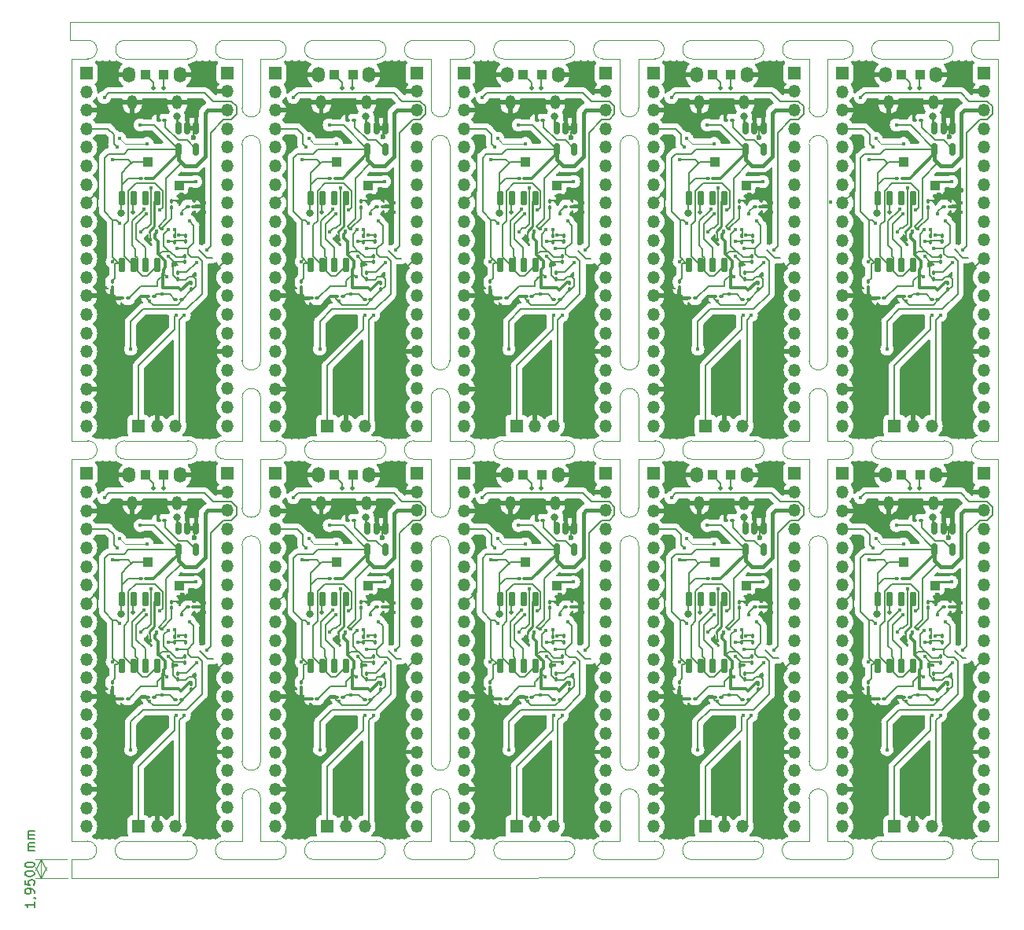
<source format=gbl>
G04 #@! TF.GenerationSoftware,KiCad,Pcbnew,7.0.6*
G04 #@! TF.CreationDate,2023-08-06T12:05:29+07:00*
G04 #@! TF.ProjectId,RP2040-Test-MassProduction,52503230-3430-42d5-9465-73742d4d6173,rev?*
G04 #@! TF.SameCoordinates,Original*
G04 #@! TF.FileFunction,Copper,L2,Bot*
G04 #@! TF.FilePolarity,Positive*
%FSLAX46Y46*%
G04 Gerber Fmt 4.6, Leading zero omitted, Abs format (unit mm)*
G04 Created by KiCad (PCBNEW 7.0.6) date 2023-08-06 12:05:29*
%MOMM*%
%LPD*%
G01*
G04 APERTURE LIST*
G04 Aperture macros list*
%AMRoundRect*
0 Rectangle with rounded corners*
0 $1 Rounding radius*
0 $2 $3 $4 $5 $6 $7 $8 $9 X,Y pos of 4 corners*
0 Add a 4 corners polygon primitive as box body*
4,1,4,$2,$3,$4,$5,$6,$7,$8,$9,$2,$3,0*
0 Add four circle primitives for the rounded corners*
1,1,$1+$1,$2,$3*
1,1,$1+$1,$4,$5*
1,1,$1+$1,$6,$7*
1,1,$1+$1,$8,$9*
0 Add four rect primitives between the rounded corners*
20,1,$1+$1,$2,$3,$4,$5,0*
20,1,$1+$1,$4,$5,$6,$7,0*
20,1,$1+$1,$6,$7,$8,$9,0*
20,1,$1+$1,$8,$9,$2,$3,0*%
G04 Aperture macros list end*
G04 #@! TA.AperFunction,ComponentPad*
%ADD10O,1.350000X1.700000*%
G04 #@! TD*
G04 #@! TA.AperFunction,ComponentPad*
%ADD11O,1.100000X1.500000*%
G04 #@! TD*
G04 #@! TA.AperFunction,ComponentPad*
%ADD12R,1.350000X1.350000*%
G04 #@! TD*
G04 #@! TA.AperFunction,ComponentPad*
%ADD13O,1.350000X1.350000*%
G04 #@! TD*
G04 #@! TA.AperFunction,SMDPad,CuDef*
%ADD14RoundRect,0.100000X-0.130000X-0.100000X0.130000X-0.100000X0.130000X0.100000X-0.130000X0.100000X0*%
G04 #@! TD*
G04 #@! TA.AperFunction,SMDPad,CuDef*
%ADD15RoundRect,0.150000X-0.150000X0.512500X-0.150000X-0.512500X0.150000X-0.512500X0.150000X0.512500X0*%
G04 #@! TD*
G04 #@! TA.AperFunction,SMDPad,CuDef*
%ADD16RoundRect,0.100000X0.130000X0.100000X-0.130000X0.100000X-0.130000X-0.100000X0.130000X-0.100000X0*%
G04 #@! TD*
G04 #@! TA.AperFunction,SMDPad,CuDef*
%ADD17RoundRect,0.100000X-0.100000X0.130000X-0.100000X-0.130000X0.100000X-0.130000X0.100000X0.130000X0*%
G04 #@! TD*
G04 #@! TA.AperFunction,SMDPad,CuDef*
%ADD18R,1.000000X1.000000*%
G04 #@! TD*
G04 #@! TA.AperFunction,SMDPad,CuDef*
%ADD19RoundRect,0.150000X-0.150000X0.650000X-0.150000X-0.650000X0.150000X-0.650000X0.150000X0.650000X0*%
G04 #@! TD*
G04 #@! TA.AperFunction,SMDPad,CuDef*
%ADD20RoundRect,0.100000X0.100000X-0.130000X0.100000X0.130000X-0.100000X0.130000X-0.100000X-0.130000X0*%
G04 #@! TD*
G04 #@! TA.AperFunction,ViaPad*
%ADD21C,0.600000*%
G04 #@! TD*
G04 #@! TA.AperFunction,ViaPad*
%ADD22C,0.400000*%
G04 #@! TD*
G04 #@! TA.AperFunction,ViaPad*
%ADD23C,0.800000*%
G04 #@! TD*
G04 #@! TA.AperFunction,ViaPad*
%ADD24C,0.500000*%
G04 #@! TD*
G04 #@! TA.AperFunction,Conductor*
%ADD25C,0.400000*%
G04 #@! TD*
G04 #@! TA.AperFunction,Conductor*
%ADD26C,0.200000*%
G04 #@! TD*
G04 #@! TA.AperFunction,Conductor*
%ADD27C,0.300000*%
G04 #@! TD*
G04 #@! TA.AperFunction,Conductor*
%ADD28C,0.250000*%
G04 #@! TD*
G04 #@! TA.AperFunction,Conductor*
%ADD29C,0.100000*%
G04 #@! TD*
G04 #@! TA.AperFunction,Conductor*
%ADD30C,0.150000*%
G04 #@! TD*
G04 #@! TA.AperFunction,Profile*
%ADD31C,0.100000*%
G04 #@! TD*
%ADD32C,0.150000*%
G04 #@! TA.AperFunction,Profile*
%ADD33C,0.050000*%
G04 #@! TD*
G04 APERTURE END LIST*
D10*
G04 #@! TO.P,J21,6,Shield*
G04 #@! TO.N,GND*
X92090488Y-105286279D03*
D11*
X91780488Y-108286279D03*
X86940488Y-108286279D03*
D10*
X86630488Y-105286279D03*
G04 #@! TD*
D12*
G04 #@! TO.P,J39,1,Pin_1*
G04 #@! TO.N,VBUS*
X178590488Y-105106279D03*
D13*
G04 #@! TO.P,J39,2,Pin_2*
G04 #@! TO.N,GND*
X178590488Y-107106279D03*
G04 #@! TO.P,J39,3,Pin_3*
G04 #@! TO.N,+3.3V*
X178590488Y-109106279D03*
G04 #@! TO.P,J39,4,Pin_4*
G04 #@! TO.N,+1V1*
X178590488Y-111106279D03*
G04 #@! TO.P,J39,5,Pin_5*
G04 #@! TO.N,/RESET*
X178590488Y-113106279D03*
G04 #@! TO.P,J39,6,Pin_6*
G04 #@! TO.N,GND*
X178590488Y-115106279D03*
G04 #@! TO.P,J39,7,Pin_7*
G04 #@! TO.N,/GPIO29*
X178590488Y-117106279D03*
G04 #@! TO.P,J39,8,Pin_8*
G04 #@! TO.N,/GPIO28*
X178590488Y-119106279D03*
G04 #@! TO.P,J39,9,Pin_9*
G04 #@! TO.N,/GPIO27*
X178590488Y-121106279D03*
G04 #@! TO.P,J39,10,Pin_10*
G04 #@! TO.N,/GPIO26*
X178590488Y-123106279D03*
G04 #@! TO.P,J39,11,Pin_11*
G04 #@! TO.N,GND*
X178590488Y-125106279D03*
G04 #@! TO.P,J39,12,Pin_12*
G04 #@! TO.N,/GPIO23*
X178590488Y-127106279D03*
G04 #@! TO.P,J39,13,Pin_13*
G04 #@! TO.N,/GPIO22*
X178590488Y-129106279D03*
G04 #@! TO.P,J39,14,Pin_14*
G04 #@! TO.N,/GPIO21*
X178590488Y-131106279D03*
G04 #@! TO.P,J39,15,Pin_15*
G04 #@! TO.N,/GPIO20*
X178590488Y-133106279D03*
G04 #@! TO.P,J39,16,Pin_16*
G04 #@! TO.N,GND*
X178590488Y-135106279D03*
G04 #@! TO.P,J39,17,Pin_17*
G04 #@! TO.N,/GPIO19*
X178590488Y-137106279D03*
G04 #@! TO.P,J39,18,Pin_18*
G04 #@! TO.N,/GPIO18*
X178590488Y-139106279D03*
G04 #@! TO.P,J39,19,Pin_19*
G04 #@! TO.N,/GPIO17*
X178590488Y-141106279D03*
G04 #@! TO.P,J39,20,Pin_20*
G04 #@! TO.N,/GPIO16*
X178590488Y-143106279D03*
G04 #@! TD*
D12*
G04 #@! TO.P,J31,1,Pin_1*
G04 #@! TO.N,VBUS*
X137890488Y-105106279D03*
D13*
G04 #@! TO.P,J31,2,Pin_2*
G04 #@! TO.N,GND*
X137890488Y-107106279D03*
G04 #@! TO.P,J31,3,Pin_3*
G04 #@! TO.N,+3.3V*
X137890488Y-109106279D03*
G04 #@! TO.P,J31,4,Pin_4*
G04 #@! TO.N,+1V1*
X137890488Y-111106279D03*
G04 #@! TO.P,J31,5,Pin_5*
G04 #@! TO.N,/RESET*
X137890488Y-113106279D03*
G04 #@! TO.P,J31,6,Pin_6*
G04 #@! TO.N,GND*
X137890488Y-115106279D03*
G04 #@! TO.P,J31,7,Pin_7*
G04 #@! TO.N,/GPIO29*
X137890488Y-117106279D03*
G04 #@! TO.P,J31,8,Pin_8*
G04 #@! TO.N,/GPIO28*
X137890488Y-119106279D03*
G04 #@! TO.P,J31,9,Pin_9*
G04 #@! TO.N,/GPIO27*
X137890488Y-121106279D03*
G04 #@! TO.P,J31,10,Pin_10*
G04 #@! TO.N,/GPIO26*
X137890488Y-123106279D03*
G04 #@! TO.P,J31,11,Pin_11*
G04 #@! TO.N,GND*
X137890488Y-125106279D03*
G04 #@! TO.P,J31,12,Pin_12*
G04 #@! TO.N,/GPIO23*
X137890488Y-127106279D03*
G04 #@! TO.P,J31,13,Pin_13*
G04 #@! TO.N,/GPIO22*
X137890488Y-129106279D03*
G04 #@! TO.P,J31,14,Pin_14*
G04 #@! TO.N,/GPIO21*
X137890488Y-131106279D03*
G04 #@! TO.P,J31,15,Pin_15*
G04 #@! TO.N,/GPIO20*
X137890488Y-133106279D03*
G04 #@! TO.P,J31,16,Pin_16*
G04 #@! TO.N,GND*
X137890488Y-135106279D03*
G04 #@! TO.P,J31,17,Pin_17*
G04 #@! TO.N,/GPIO19*
X137890488Y-137106279D03*
G04 #@! TO.P,J31,18,Pin_18*
G04 #@! TO.N,/GPIO18*
X137890488Y-139106279D03*
G04 #@! TO.P,J31,19,Pin_19*
G04 #@! TO.N,/GPIO17*
X137890488Y-141106279D03*
G04 #@! TO.P,J31,20,Pin_20*
G04 #@! TO.N,/GPIO16*
X137890488Y-143106279D03*
G04 #@! TD*
D10*
G04 #@! TO.P,J37,6,Shield*
G04 #@! TO.N,GND*
X173490488Y-105286279D03*
D11*
X173180488Y-108286279D03*
X168340488Y-108286279D03*
D10*
X168030488Y-105286279D03*
G04 #@! TD*
G04 #@! TO.P,J1,6,Shield*
G04 #@! TO.N,GND*
X92090488Y-62156279D03*
D11*
X91780488Y-65156279D03*
X86940488Y-65156279D03*
D10*
X86630488Y-62156279D03*
G04 #@! TD*
G04 #@! TO.P,J33,6,Shield*
G04 #@! TO.N,GND*
X153140488Y-105286279D03*
D11*
X152830488Y-108286279D03*
X147990488Y-108286279D03*
D10*
X147680488Y-105286279D03*
G04 #@! TD*
D12*
G04 #@! TO.P,J18,1,Pin_1*
G04 #@! TO.N,/GPIO0*
X163399888Y-61991879D03*
D13*
G04 #@! TO.P,J18,2,Pin_2*
G04 #@! TO.N,/GPIO1*
X163399888Y-63991879D03*
G04 #@! TO.P,J18,3,Pin_3*
G04 #@! TO.N,GND*
X163399888Y-65991879D03*
G04 #@! TO.P,J18,4,Pin_4*
G04 #@! TO.N,/GPIO2*
X163399888Y-67991879D03*
G04 #@! TO.P,J18,5,Pin_5*
G04 #@! TO.N,/GPIO3*
X163399888Y-69991879D03*
G04 #@! TO.P,J18,6,Pin_6*
G04 #@! TO.N,/GPIO4*
X163399888Y-71991879D03*
G04 #@! TO.P,J18,7,Pin_7*
G04 #@! TO.N,/GPIO5*
X163399888Y-73991879D03*
G04 #@! TO.P,J18,8,Pin_8*
G04 #@! TO.N,GND*
X163399888Y-75991879D03*
G04 #@! TO.P,J18,9,Pin_9*
G04 #@! TO.N,/GPIO6*
X163399888Y-77991879D03*
G04 #@! TO.P,J18,10,Pin_10*
G04 #@! TO.N,/GPIO7*
X163399888Y-79991879D03*
G04 #@! TO.P,J18,11,Pin_11*
G04 #@! TO.N,/GPIO8*
X163399888Y-81991879D03*
G04 #@! TO.P,J18,12,Pin_12*
G04 #@! TO.N,/GPIO9*
X163399888Y-83991879D03*
G04 #@! TO.P,J18,13,Pin_13*
G04 #@! TO.N,GND*
X163399888Y-85991879D03*
G04 #@! TO.P,J18,14,Pin_14*
G04 #@! TO.N,/GPIO10*
X163399888Y-87991879D03*
G04 #@! TO.P,J18,15,Pin_15*
G04 #@! TO.N,/GPIO11*
X163399888Y-89991879D03*
G04 #@! TO.P,J18,16,Pin_16*
G04 #@! TO.N,/GPIO12*
X163399888Y-91991879D03*
G04 #@! TO.P,J18,17,Pin_17*
G04 #@! TO.N,/GPIO13*
X163399888Y-93991879D03*
G04 #@! TO.P,J18,18,Pin_18*
G04 #@! TO.N,GND*
X163399888Y-95991879D03*
G04 #@! TO.P,J18,19,Pin_19*
G04 #@! TO.N,/GPIO14*
X163399888Y-97991879D03*
G04 #@! TO.P,J18,20,Pin_20*
G04 #@! TO.N,/GPIO15*
X163399888Y-99991879D03*
G04 #@! TD*
D12*
G04 #@! TO.P,J40,1,Pin_1*
G04 #@! TO.N,/SWCLK*
X169000488Y-143101279D03*
D13*
G04 #@! TO.P,J40,2,Pin_2*
G04 #@! TO.N,GND*
X171000488Y-143101279D03*
G04 #@! TO.P,J40,3,Pin_3*
G04 #@! TO.N,/SWDIO*
X173000488Y-143101279D03*
G04 #@! TD*
D12*
G04 #@! TO.P,J14,1,Pin_1*
G04 #@! TO.N,/GPIO0*
X143049888Y-61991879D03*
D13*
G04 #@! TO.P,J14,2,Pin_2*
G04 #@! TO.N,/GPIO1*
X143049888Y-63991879D03*
G04 #@! TO.P,J14,3,Pin_3*
G04 #@! TO.N,GND*
X143049888Y-65991879D03*
G04 #@! TO.P,J14,4,Pin_4*
G04 #@! TO.N,/GPIO2*
X143049888Y-67991879D03*
G04 #@! TO.P,J14,5,Pin_5*
G04 #@! TO.N,/GPIO3*
X143049888Y-69991879D03*
G04 #@! TO.P,J14,6,Pin_6*
G04 #@! TO.N,/GPIO4*
X143049888Y-71991879D03*
G04 #@! TO.P,J14,7,Pin_7*
G04 #@! TO.N,/GPIO5*
X143049888Y-73991879D03*
G04 #@! TO.P,J14,8,Pin_8*
G04 #@! TO.N,GND*
X143049888Y-75991879D03*
G04 #@! TO.P,J14,9,Pin_9*
G04 #@! TO.N,/GPIO6*
X143049888Y-77991879D03*
G04 #@! TO.P,J14,10,Pin_10*
G04 #@! TO.N,/GPIO7*
X143049888Y-79991879D03*
G04 #@! TO.P,J14,11,Pin_11*
G04 #@! TO.N,/GPIO8*
X143049888Y-81991879D03*
G04 #@! TO.P,J14,12,Pin_12*
G04 #@! TO.N,/GPIO9*
X143049888Y-83991879D03*
G04 #@! TO.P,J14,13,Pin_13*
G04 #@! TO.N,GND*
X143049888Y-85991879D03*
G04 #@! TO.P,J14,14,Pin_14*
G04 #@! TO.N,/GPIO10*
X143049888Y-87991879D03*
G04 #@! TO.P,J14,15,Pin_15*
G04 #@! TO.N,/GPIO11*
X143049888Y-89991879D03*
G04 #@! TO.P,J14,16,Pin_16*
G04 #@! TO.N,/GPIO12*
X143049888Y-91991879D03*
G04 #@! TO.P,J14,17,Pin_17*
G04 #@! TO.N,/GPIO13*
X143049888Y-93991879D03*
G04 #@! TO.P,J14,18,Pin_18*
G04 #@! TO.N,GND*
X143049888Y-95991879D03*
G04 #@! TO.P,J14,19,Pin_19*
G04 #@! TO.N,/GPIO14*
X143049888Y-97991879D03*
G04 #@! TO.P,J14,20,Pin_20*
G04 #@! TO.N,/GPIO15*
X143049888Y-99991879D03*
G04 #@! TD*
D10*
G04 #@! TO.P,J9,6,Shield*
G04 #@! TO.N,GND*
X132790488Y-62156279D03*
D11*
X132480488Y-65156279D03*
X127640488Y-65156279D03*
D10*
X127330488Y-62156279D03*
G04 #@! TD*
D12*
G04 #@! TO.P,J12,1,Pin_1*
G04 #@! TO.N,/SWCLK*
X128300488Y-99971279D03*
D13*
G04 #@! TO.P,J12,2,Pin_2*
G04 #@! TO.N,GND*
X130300488Y-99971279D03*
G04 #@! TO.P,J12,3,Pin_3*
G04 #@! TO.N,/SWDIO*
X132300488Y-99971279D03*
G04 #@! TD*
D12*
G04 #@! TO.P,J26,1,Pin_1*
G04 #@! TO.N,/GPIO0*
X102349888Y-105121879D03*
D13*
G04 #@! TO.P,J26,2,Pin_2*
G04 #@! TO.N,/GPIO1*
X102349888Y-107121879D03*
G04 #@! TO.P,J26,3,Pin_3*
G04 #@! TO.N,GND*
X102349888Y-109121879D03*
G04 #@! TO.P,J26,4,Pin_4*
G04 #@! TO.N,/GPIO2*
X102349888Y-111121879D03*
G04 #@! TO.P,J26,5,Pin_5*
G04 #@! TO.N,/GPIO3*
X102349888Y-113121879D03*
G04 #@! TO.P,J26,6,Pin_6*
G04 #@! TO.N,/GPIO4*
X102349888Y-115121879D03*
G04 #@! TO.P,J26,7,Pin_7*
G04 #@! TO.N,/GPIO5*
X102349888Y-117121879D03*
G04 #@! TO.P,J26,8,Pin_8*
G04 #@! TO.N,GND*
X102349888Y-119121879D03*
G04 #@! TO.P,J26,9,Pin_9*
G04 #@! TO.N,/GPIO6*
X102349888Y-121121879D03*
G04 #@! TO.P,J26,10,Pin_10*
G04 #@! TO.N,/GPIO7*
X102349888Y-123121879D03*
G04 #@! TO.P,J26,11,Pin_11*
G04 #@! TO.N,/GPIO8*
X102349888Y-125121879D03*
G04 #@! TO.P,J26,12,Pin_12*
G04 #@! TO.N,/GPIO9*
X102349888Y-127121879D03*
G04 #@! TO.P,J26,13,Pin_13*
G04 #@! TO.N,GND*
X102349888Y-129121879D03*
G04 #@! TO.P,J26,14,Pin_14*
G04 #@! TO.N,/GPIO10*
X102349888Y-131121879D03*
G04 #@! TO.P,J26,15,Pin_15*
G04 #@! TO.N,/GPIO11*
X102349888Y-133121879D03*
G04 #@! TO.P,J26,16,Pin_16*
G04 #@! TO.N,/GPIO12*
X102349888Y-135121879D03*
G04 #@! TO.P,J26,17,Pin_17*
G04 #@! TO.N,/GPIO13*
X102349888Y-137121879D03*
G04 #@! TO.P,J26,18,Pin_18*
G04 #@! TO.N,GND*
X102349888Y-139121879D03*
G04 #@! TO.P,J26,19,Pin_19*
G04 #@! TO.N,/GPIO14*
X102349888Y-141121879D03*
G04 #@! TO.P,J26,20,Pin_20*
G04 #@! TO.N,/GPIO15*
X102349888Y-143121879D03*
G04 #@! TD*
D12*
G04 #@! TO.P,J30,1,Pin_1*
G04 #@! TO.N,/GPIO0*
X122699888Y-105121879D03*
D13*
G04 #@! TO.P,J30,2,Pin_2*
G04 #@! TO.N,/GPIO1*
X122699888Y-107121879D03*
G04 #@! TO.P,J30,3,Pin_3*
G04 #@! TO.N,GND*
X122699888Y-109121879D03*
G04 #@! TO.P,J30,4,Pin_4*
G04 #@! TO.N,/GPIO2*
X122699888Y-111121879D03*
G04 #@! TO.P,J30,5,Pin_5*
G04 #@! TO.N,/GPIO3*
X122699888Y-113121879D03*
G04 #@! TO.P,J30,6,Pin_6*
G04 #@! TO.N,/GPIO4*
X122699888Y-115121879D03*
G04 #@! TO.P,J30,7,Pin_7*
G04 #@! TO.N,/GPIO5*
X122699888Y-117121879D03*
G04 #@! TO.P,J30,8,Pin_8*
G04 #@! TO.N,GND*
X122699888Y-119121879D03*
G04 #@! TO.P,J30,9,Pin_9*
G04 #@! TO.N,/GPIO6*
X122699888Y-121121879D03*
G04 #@! TO.P,J30,10,Pin_10*
G04 #@! TO.N,/GPIO7*
X122699888Y-123121879D03*
G04 #@! TO.P,J30,11,Pin_11*
G04 #@! TO.N,/GPIO8*
X122699888Y-125121879D03*
G04 #@! TO.P,J30,12,Pin_12*
G04 #@! TO.N,/GPIO9*
X122699888Y-127121879D03*
G04 #@! TO.P,J30,13,Pin_13*
G04 #@! TO.N,GND*
X122699888Y-129121879D03*
G04 #@! TO.P,J30,14,Pin_14*
G04 #@! TO.N,/GPIO10*
X122699888Y-131121879D03*
G04 #@! TO.P,J30,15,Pin_15*
G04 #@! TO.N,/GPIO11*
X122699888Y-133121879D03*
G04 #@! TO.P,J30,16,Pin_16*
G04 #@! TO.N,/GPIO12*
X122699888Y-135121879D03*
G04 #@! TO.P,J30,17,Pin_17*
G04 #@! TO.N,/GPIO13*
X122699888Y-137121879D03*
G04 #@! TO.P,J30,18,Pin_18*
G04 #@! TO.N,GND*
X122699888Y-139121879D03*
G04 #@! TO.P,J30,19,Pin_19*
G04 #@! TO.N,/GPIO14*
X122699888Y-141121879D03*
G04 #@! TO.P,J30,20,Pin_20*
G04 #@! TO.N,/GPIO15*
X122699888Y-143121879D03*
G04 #@! TD*
D12*
G04 #@! TO.P,J6,1,Pin_1*
G04 #@! TO.N,/GPIO0*
X102349888Y-61991879D03*
D13*
G04 #@! TO.P,J6,2,Pin_2*
G04 #@! TO.N,/GPIO1*
X102349888Y-63991879D03*
G04 #@! TO.P,J6,3,Pin_3*
G04 #@! TO.N,GND*
X102349888Y-65991879D03*
G04 #@! TO.P,J6,4,Pin_4*
G04 #@! TO.N,/GPIO2*
X102349888Y-67991879D03*
G04 #@! TO.P,J6,5,Pin_5*
G04 #@! TO.N,/GPIO3*
X102349888Y-69991879D03*
G04 #@! TO.P,J6,6,Pin_6*
G04 #@! TO.N,/GPIO4*
X102349888Y-71991879D03*
G04 #@! TO.P,J6,7,Pin_7*
G04 #@! TO.N,/GPIO5*
X102349888Y-73991879D03*
G04 #@! TO.P,J6,8,Pin_8*
G04 #@! TO.N,GND*
X102349888Y-75991879D03*
G04 #@! TO.P,J6,9,Pin_9*
G04 #@! TO.N,/GPIO6*
X102349888Y-77991879D03*
G04 #@! TO.P,J6,10,Pin_10*
G04 #@! TO.N,/GPIO7*
X102349888Y-79991879D03*
G04 #@! TO.P,J6,11,Pin_11*
G04 #@! TO.N,/GPIO8*
X102349888Y-81991879D03*
G04 #@! TO.P,J6,12,Pin_12*
G04 #@! TO.N,/GPIO9*
X102349888Y-83991879D03*
G04 #@! TO.P,J6,13,Pin_13*
G04 #@! TO.N,GND*
X102349888Y-85991879D03*
G04 #@! TO.P,J6,14,Pin_14*
G04 #@! TO.N,/GPIO10*
X102349888Y-87991879D03*
G04 #@! TO.P,J6,15,Pin_15*
G04 #@! TO.N,/GPIO11*
X102349888Y-89991879D03*
G04 #@! TO.P,J6,16,Pin_16*
G04 #@! TO.N,/GPIO12*
X102349888Y-91991879D03*
G04 #@! TO.P,J6,17,Pin_17*
G04 #@! TO.N,/GPIO13*
X102349888Y-93991879D03*
G04 #@! TO.P,J6,18,Pin_18*
G04 #@! TO.N,GND*
X102349888Y-95991879D03*
G04 #@! TO.P,J6,19,Pin_19*
G04 #@! TO.N,/GPIO14*
X102349888Y-97991879D03*
G04 #@! TO.P,J6,20,Pin_20*
G04 #@! TO.N,/GPIO15*
X102349888Y-99991879D03*
G04 #@! TD*
D12*
G04 #@! TO.P,J2,1,Pin_1*
G04 #@! TO.N,/GPIO0*
X81999888Y-61991879D03*
D13*
G04 #@! TO.P,J2,2,Pin_2*
G04 #@! TO.N,/GPIO1*
X81999888Y-63991879D03*
G04 #@! TO.P,J2,3,Pin_3*
G04 #@! TO.N,GND*
X81999888Y-65991879D03*
G04 #@! TO.P,J2,4,Pin_4*
G04 #@! TO.N,/GPIO2*
X81999888Y-67991879D03*
G04 #@! TO.P,J2,5,Pin_5*
G04 #@! TO.N,/GPIO3*
X81999888Y-69991879D03*
G04 #@! TO.P,J2,6,Pin_6*
G04 #@! TO.N,/GPIO4*
X81999888Y-71991879D03*
G04 #@! TO.P,J2,7,Pin_7*
G04 #@! TO.N,/GPIO5*
X81999888Y-73991879D03*
G04 #@! TO.P,J2,8,Pin_8*
G04 #@! TO.N,GND*
X81999888Y-75991879D03*
G04 #@! TO.P,J2,9,Pin_9*
G04 #@! TO.N,/GPIO6*
X81999888Y-77991879D03*
G04 #@! TO.P,J2,10,Pin_10*
G04 #@! TO.N,/GPIO7*
X81999888Y-79991879D03*
G04 #@! TO.P,J2,11,Pin_11*
G04 #@! TO.N,/GPIO8*
X81999888Y-81991879D03*
G04 #@! TO.P,J2,12,Pin_12*
G04 #@! TO.N,/GPIO9*
X81999888Y-83991879D03*
G04 #@! TO.P,J2,13,Pin_13*
G04 #@! TO.N,GND*
X81999888Y-85991879D03*
G04 #@! TO.P,J2,14,Pin_14*
G04 #@! TO.N,/GPIO10*
X81999888Y-87991879D03*
G04 #@! TO.P,J2,15,Pin_15*
G04 #@! TO.N,/GPIO11*
X81999888Y-89991879D03*
G04 #@! TO.P,J2,16,Pin_16*
G04 #@! TO.N,/GPIO12*
X81999888Y-91991879D03*
G04 #@! TO.P,J2,17,Pin_17*
G04 #@! TO.N,/GPIO13*
X81999888Y-93991879D03*
G04 #@! TO.P,J2,18,Pin_18*
G04 #@! TO.N,GND*
X81999888Y-95991879D03*
G04 #@! TO.P,J2,19,Pin_19*
G04 #@! TO.N,/GPIO14*
X81999888Y-97991879D03*
G04 #@! TO.P,J2,20,Pin_20*
G04 #@! TO.N,/GPIO15*
X81999888Y-99991879D03*
G04 #@! TD*
D12*
G04 #@! TO.P,J23,1,Pin_1*
G04 #@! TO.N,VBUS*
X97190488Y-105106279D03*
D13*
G04 #@! TO.P,J23,2,Pin_2*
G04 #@! TO.N,GND*
X97190488Y-107106279D03*
G04 #@! TO.P,J23,3,Pin_3*
G04 #@! TO.N,+3.3V*
X97190488Y-109106279D03*
G04 #@! TO.P,J23,4,Pin_4*
G04 #@! TO.N,+1V1*
X97190488Y-111106279D03*
G04 #@! TO.P,J23,5,Pin_5*
G04 #@! TO.N,/RESET*
X97190488Y-113106279D03*
G04 #@! TO.P,J23,6,Pin_6*
G04 #@! TO.N,GND*
X97190488Y-115106279D03*
G04 #@! TO.P,J23,7,Pin_7*
G04 #@! TO.N,/GPIO29*
X97190488Y-117106279D03*
G04 #@! TO.P,J23,8,Pin_8*
G04 #@! TO.N,/GPIO28*
X97190488Y-119106279D03*
G04 #@! TO.P,J23,9,Pin_9*
G04 #@! TO.N,/GPIO27*
X97190488Y-121106279D03*
G04 #@! TO.P,J23,10,Pin_10*
G04 #@! TO.N,/GPIO26*
X97190488Y-123106279D03*
G04 #@! TO.P,J23,11,Pin_11*
G04 #@! TO.N,GND*
X97190488Y-125106279D03*
G04 #@! TO.P,J23,12,Pin_12*
G04 #@! TO.N,/GPIO23*
X97190488Y-127106279D03*
G04 #@! TO.P,J23,13,Pin_13*
G04 #@! TO.N,/GPIO22*
X97190488Y-129106279D03*
G04 #@! TO.P,J23,14,Pin_14*
G04 #@! TO.N,/GPIO21*
X97190488Y-131106279D03*
G04 #@! TO.P,J23,15,Pin_15*
G04 #@! TO.N,/GPIO20*
X97190488Y-133106279D03*
G04 #@! TO.P,J23,16,Pin_16*
G04 #@! TO.N,GND*
X97190488Y-135106279D03*
G04 #@! TO.P,J23,17,Pin_17*
G04 #@! TO.N,/GPIO19*
X97190488Y-137106279D03*
G04 #@! TO.P,J23,18,Pin_18*
G04 #@! TO.N,/GPIO18*
X97190488Y-139106279D03*
G04 #@! TO.P,J23,19,Pin_19*
G04 #@! TO.N,/GPIO17*
X97190488Y-141106279D03*
G04 #@! TO.P,J23,20,Pin_20*
G04 #@! TO.N,/GPIO16*
X97190488Y-143106279D03*
G04 #@! TD*
D12*
G04 #@! TO.P,J24,1,Pin_1*
G04 #@! TO.N,/SWCLK*
X87600488Y-143101279D03*
D13*
G04 #@! TO.P,J24,2,Pin_2*
G04 #@! TO.N,GND*
X89600488Y-143101279D03*
G04 #@! TO.P,J24,3,Pin_3*
G04 #@! TO.N,/SWDIO*
X91600488Y-143101279D03*
G04 #@! TD*
D12*
G04 #@! TO.P,J15,1,Pin_1*
G04 #@! TO.N,VBUS*
X158240488Y-61976279D03*
D13*
G04 #@! TO.P,J15,2,Pin_2*
G04 #@! TO.N,GND*
X158240488Y-63976279D03*
G04 #@! TO.P,J15,3,Pin_3*
G04 #@! TO.N,+3.3V*
X158240488Y-65976279D03*
G04 #@! TO.P,J15,4,Pin_4*
G04 #@! TO.N,+1V1*
X158240488Y-67976279D03*
G04 #@! TO.P,J15,5,Pin_5*
G04 #@! TO.N,/RESET*
X158240488Y-69976279D03*
G04 #@! TO.P,J15,6,Pin_6*
G04 #@! TO.N,GND*
X158240488Y-71976279D03*
G04 #@! TO.P,J15,7,Pin_7*
G04 #@! TO.N,/GPIO29*
X158240488Y-73976279D03*
G04 #@! TO.P,J15,8,Pin_8*
G04 #@! TO.N,/GPIO28*
X158240488Y-75976279D03*
G04 #@! TO.P,J15,9,Pin_9*
G04 #@! TO.N,/GPIO27*
X158240488Y-77976279D03*
G04 #@! TO.P,J15,10,Pin_10*
G04 #@! TO.N,/GPIO26*
X158240488Y-79976279D03*
G04 #@! TO.P,J15,11,Pin_11*
G04 #@! TO.N,GND*
X158240488Y-81976279D03*
G04 #@! TO.P,J15,12,Pin_12*
G04 #@! TO.N,/GPIO23*
X158240488Y-83976279D03*
G04 #@! TO.P,J15,13,Pin_13*
G04 #@! TO.N,/GPIO22*
X158240488Y-85976279D03*
G04 #@! TO.P,J15,14,Pin_14*
G04 #@! TO.N,/GPIO21*
X158240488Y-87976279D03*
G04 #@! TO.P,J15,15,Pin_15*
G04 #@! TO.N,/GPIO20*
X158240488Y-89976279D03*
G04 #@! TO.P,J15,16,Pin_16*
G04 #@! TO.N,GND*
X158240488Y-91976279D03*
G04 #@! TO.P,J15,17,Pin_17*
G04 #@! TO.N,/GPIO19*
X158240488Y-93976279D03*
G04 #@! TO.P,J15,18,Pin_18*
G04 #@! TO.N,/GPIO18*
X158240488Y-95976279D03*
G04 #@! TO.P,J15,19,Pin_19*
G04 #@! TO.N,/GPIO17*
X158240488Y-97976279D03*
G04 #@! TO.P,J15,20,Pin_20*
G04 #@! TO.N,/GPIO16*
X158240488Y-99976279D03*
G04 #@! TD*
D10*
G04 #@! TO.P,J29,6,Shield*
G04 #@! TO.N,GND*
X132790488Y-105286279D03*
D11*
X132480488Y-108286279D03*
X127640488Y-108286279D03*
D10*
X127330488Y-105286279D03*
G04 #@! TD*
D12*
G04 #@! TO.P,J22,1,Pin_1*
G04 #@! TO.N,/GPIO0*
X81999888Y-105121879D03*
D13*
G04 #@! TO.P,J22,2,Pin_2*
G04 #@! TO.N,/GPIO1*
X81999888Y-107121879D03*
G04 #@! TO.P,J22,3,Pin_3*
G04 #@! TO.N,GND*
X81999888Y-109121879D03*
G04 #@! TO.P,J22,4,Pin_4*
G04 #@! TO.N,/GPIO2*
X81999888Y-111121879D03*
G04 #@! TO.P,J22,5,Pin_5*
G04 #@! TO.N,/GPIO3*
X81999888Y-113121879D03*
G04 #@! TO.P,J22,6,Pin_6*
G04 #@! TO.N,/GPIO4*
X81999888Y-115121879D03*
G04 #@! TO.P,J22,7,Pin_7*
G04 #@! TO.N,/GPIO5*
X81999888Y-117121879D03*
G04 #@! TO.P,J22,8,Pin_8*
G04 #@! TO.N,GND*
X81999888Y-119121879D03*
G04 #@! TO.P,J22,9,Pin_9*
G04 #@! TO.N,/GPIO6*
X81999888Y-121121879D03*
G04 #@! TO.P,J22,10,Pin_10*
G04 #@! TO.N,/GPIO7*
X81999888Y-123121879D03*
G04 #@! TO.P,J22,11,Pin_11*
G04 #@! TO.N,/GPIO8*
X81999888Y-125121879D03*
G04 #@! TO.P,J22,12,Pin_12*
G04 #@! TO.N,/GPIO9*
X81999888Y-127121879D03*
G04 #@! TO.P,J22,13,Pin_13*
G04 #@! TO.N,GND*
X81999888Y-129121879D03*
G04 #@! TO.P,J22,14,Pin_14*
G04 #@! TO.N,/GPIO10*
X81999888Y-131121879D03*
G04 #@! TO.P,J22,15,Pin_15*
G04 #@! TO.N,/GPIO11*
X81999888Y-133121879D03*
G04 #@! TO.P,J22,16,Pin_16*
G04 #@! TO.N,/GPIO12*
X81999888Y-135121879D03*
G04 #@! TO.P,J22,17,Pin_17*
G04 #@! TO.N,/GPIO13*
X81999888Y-137121879D03*
G04 #@! TO.P,J22,18,Pin_18*
G04 #@! TO.N,GND*
X81999888Y-139121879D03*
G04 #@! TO.P,J22,19,Pin_19*
G04 #@! TO.N,/GPIO14*
X81999888Y-141121879D03*
G04 #@! TO.P,J22,20,Pin_20*
G04 #@! TO.N,/GPIO15*
X81999888Y-143121879D03*
G04 #@! TD*
D12*
G04 #@! TO.P,J3,1,Pin_1*
G04 #@! TO.N,VBUS*
X97190488Y-61976279D03*
D13*
G04 #@! TO.P,J3,2,Pin_2*
G04 #@! TO.N,GND*
X97190488Y-63976279D03*
G04 #@! TO.P,J3,3,Pin_3*
G04 #@! TO.N,+3.3V*
X97190488Y-65976279D03*
G04 #@! TO.P,J3,4,Pin_4*
G04 #@! TO.N,+1V1*
X97190488Y-67976279D03*
G04 #@! TO.P,J3,5,Pin_5*
G04 #@! TO.N,/RESET*
X97190488Y-69976279D03*
G04 #@! TO.P,J3,6,Pin_6*
G04 #@! TO.N,GND*
X97190488Y-71976279D03*
G04 #@! TO.P,J3,7,Pin_7*
G04 #@! TO.N,/GPIO29*
X97190488Y-73976279D03*
G04 #@! TO.P,J3,8,Pin_8*
G04 #@! TO.N,/GPIO28*
X97190488Y-75976279D03*
G04 #@! TO.P,J3,9,Pin_9*
G04 #@! TO.N,/GPIO27*
X97190488Y-77976279D03*
G04 #@! TO.P,J3,10,Pin_10*
G04 #@! TO.N,/GPIO26*
X97190488Y-79976279D03*
G04 #@! TO.P,J3,11,Pin_11*
G04 #@! TO.N,GND*
X97190488Y-81976279D03*
G04 #@! TO.P,J3,12,Pin_12*
G04 #@! TO.N,/GPIO23*
X97190488Y-83976279D03*
G04 #@! TO.P,J3,13,Pin_13*
G04 #@! TO.N,/GPIO22*
X97190488Y-85976279D03*
G04 #@! TO.P,J3,14,Pin_14*
G04 #@! TO.N,/GPIO21*
X97190488Y-87976279D03*
G04 #@! TO.P,J3,15,Pin_15*
G04 #@! TO.N,/GPIO20*
X97190488Y-89976279D03*
G04 #@! TO.P,J3,16,Pin_16*
G04 #@! TO.N,GND*
X97190488Y-91976279D03*
G04 #@! TO.P,J3,17,Pin_17*
G04 #@! TO.N,/GPIO19*
X97190488Y-93976279D03*
G04 #@! TO.P,J3,18,Pin_18*
G04 #@! TO.N,/GPIO18*
X97190488Y-95976279D03*
G04 #@! TO.P,J3,19,Pin_19*
G04 #@! TO.N,/GPIO17*
X97190488Y-97976279D03*
G04 #@! TO.P,J3,20,Pin_20*
G04 #@! TO.N,/GPIO16*
X97190488Y-99976279D03*
G04 #@! TD*
D10*
G04 #@! TO.P,J17,6,Shield*
G04 #@! TO.N,GND*
X173490488Y-62156279D03*
D11*
X173180488Y-65156279D03*
X168340488Y-65156279D03*
D10*
X168030488Y-62156279D03*
G04 #@! TD*
D12*
G04 #@! TO.P,J10,1,Pin_1*
G04 #@! TO.N,/GPIO0*
X122699888Y-61991879D03*
D13*
G04 #@! TO.P,J10,2,Pin_2*
G04 #@! TO.N,/GPIO1*
X122699888Y-63991879D03*
G04 #@! TO.P,J10,3,Pin_3*
G04 #@! TO.N,GND*
X122699888Y-65991879D03*
G04 #@! TO.P,J10,4,Pin_4*
G04 #@! TO.N,/GPIO2*
X122699888Y-67991879D03*
G04 #@! TO.P,J10,5,Pin_5*
G04 #@! TO.N,/GPIO3*
X122699888Y-69991879D03*
G04 #@! TO.P,J10,6,Pin_6*
G04 #@! TO.N,/GPIO4*
X122699888Y-71991879D03*
G04 #@! TO.P,J10,7,Pin_7*
G04 #@! TO.N,/GPIO5*
X122699888Y-73991879D03*
G04 #@! TO.P,J10,8,Pin_8*
G04 #@! TO.N,GND*
X122699888Y-75991879D03*
G04 #@! TO.P,J10,9,Pin_9*
G04 #@! TO.N,/GPIO6*
X122699888Y-77991879D03*
G04 #@! TO.P,J10,10,Pin_10*
G04 #@! TO.N,/GPIO7*
X122699888Y-79991879D03*
G04 #@! TO.P,J10,11,Pin_11*
G04 #@! TO.N,/GPIO8*
X122699888Y-81991879D03*
G04 #@! TO.P,J10,12,Pin_12*
G04 #@! TO.N,/GPIO9*
X122699888Y-83991879D03*
G04 #@! TO.P,J10,13,Pin_13*
G04 #@! TO.N,GND*
X122699888Y-85991879D03*
G04 #@! TO.P,J10,14,Pin_14*
G04 #@! TO.N,/GPIO10*
X122699888Y-87991879D03*
G04 #@! TO.P,J10,15,Pin_15*
G04 #@! TO.N,/GPIO11*
X122699888Y-89991879D03*
G04 #@! TO.P,J10,16,Pin_16*
G04 #@! TO.N,/GPIO12*
X122699888Y-91991879D03*
G04 #@! TO.P,J10,17,Pin_17*
G04 #@! TO.N,/GPIO13*
X122699888Y-93991879D03*
G04 #@! TO.P,J10,18,Pin_18*
G04 #@! TO.N,GND*
X122699888Y-95991879D03*
G04 #@! TO.P,J10,19,Pin_19*
G04 #@! TO.N,/GPIO14*
X122699888Y-97991879D03*
G04 #@! TO.P,J10,20,Pin_20*
G04 #@! TO.N,/GPIO15*
X122699888Y-99991879D03*
G04 #@! TD*
D10*
G04 #@! TO.P,J13,6,Shield*
G04 #@! TO.N,GND*
X153140488Y-62156279D03*
D11*
X152830488Y-65156279D03*
X147990488Y-65156279D03*
D10*
X147680488Y-62156279D03*
G04 #@! TD*
D12*
G04 #@! TO.P,J8,1,Pin_1*
G04 #@! TO.N,/SWCLK*
X107950488Y-99971279D03*
D13*
G04 #@! TO.P,J8,2,Pin_2*
G04 #@! TO.N,GND*
X109950488Y-99971279D03*
G04 #@! TO.P,J8,3,Pin_3*
G04 #@! TO.N,/SWDIO*
X111950488Y-99971279D03*
G04 #@! TD*
D12*
G04 #@! TO.P,J28,1,Pin_1*
G04 #@! TO.N,/SWCLK*
X107950488Y-143101279D03*
D13*
G04 #@! TO.P,J28,2,Pin_2*
G04 #@! TO.N,GND*
X109950488Y-143101279D03*
G04 #@! TO.P,J28,3,Pin_3*
G04 #@! TO.N,/SWDIO*
X111950488Y-143101279D03*
G04 #@! TD*
D10*
G04 #@! TO.P,J25,6,Shield*
G04 #@! TO.N,GND*
X112440488Y-105286279D03*
D11*
X112130488Y-108286279D03*
X107290488Y-108286279D03*
D10*
X106980488Y-105286279D03*
G04 #@! TD*
G04 #@! TO.P,J5,6,Shield*
G04 #@! TO.N,GND*
X112440488Y-62156279D03*
D11*
X112130488Y-65156279D03*
X107290488Y-65156279D03*
D10*
X106980488Y-62156279D03*
G04 #@! TD*
D12*
G04 #@! TO.P,J19,1,Pin_1*
G04 #@! TO.N,VBUS*
X178590488Y-61976279D03*
D13*
G04 #@! TO.P,J19,2,Pin_2*
G04 #@! TO.N,GND*
X178590488Y-63976279D03*
G04 #@! TO.P,J19,3,Pin_3*
G04 #@! TO.N,+3.3V*
X178590488Y-65976279D03*
G04 #@! TO.P,J19,4,Pin_4*
G04 #@! TO.N,+1V1*
X178590488Y-67976279D03*
G04 #@! TO.P,J19,5,Pin_5*
G04 #@! TO.N,/RESET*
X178590488Y-69976279D03*
G04 #@! TO.P,J19,6,Pin_6*
G04 #@! TO.N,GND*
X178590488Y-71976279D03*
G04 #@! TO.P,J19,7,Pin_7*
G04 #@! TO.N,/GPIO29*
X178590488Y-73976279D03*
G04 #@! TO.P,J19,8,Pin_8*
G04 #@! TO.N,/GPIO28*
X178590488Y-75976279D03*
G04 #@! TO.P,J19,9,Pin_9*
G04 #@! TO.N,/GPIO27*
X178590488Y-77976279D03*
G04 #@! TO.P,J19,10,Pin_10*
G04 #@! TO.N,/GPIO26*
X178590488Y-79976279D03*
G04 #@! TO.P,J19,11,Pin_11*
G04 #@! TO.N,GND*
X178590488Y-81976279D03*
G04 #@! TO.P,J19,12,Pin_12*
G04 #@! TO.N,/GPIO23*
X178590488Y-83976279D03*
G04 #@! TO.P,J19,13,Pin_13*
G04 #@! TO.N,/GPIO22*
X178590488Y-85976279D03*
G04 #@! TO.P,J19,14,Pin_14*
G04 #@! TO.N,/GPIO21*
X178590488Y-87976279D03*
G04 #@! TO.P,J19,15,Pin_15*
G04 #@! TO.N,/GPIO20*
X178590488Y-89976279D03*
G04 #@! TO.P,J19,16,Pin_16*
G04 #@! TO.N,GND*
X178590488Y-91976279D03*
G04 #@! TO.P,J19,17,Pin_17*
G04 #@! TO.N,/GPIO19*
X178590488Y-93976279D03*
G04 #@! TO.P,J19,18,Pin_18*
G04 #@! TO.N,/GPIO18*
X178590488Y-95976279D03*
G04 #@! TO.P,J19,19,Pin_19*
G04 #@! TO.N,/GPIO17*
X178590488Y-97976279D03*
G04 #@! TO.P,J19,20,Pin_20*
G04 #@! TO.N,/GPIO16*
X178590488Y-99976279D03*
G04 #@! TD*
D12*
G04 #@! TO.P,J16,1,Pin_1*
G04 #@! TO.N,/SWCLK*
X148650488Y-99971279D03*
D13*
G04 #@! TO.P,J16,2,Pin_2*
G04 #@! TO.N,GND*
X150650488Y-99971279D03*
G04 #@! TO.P,J16,3,Pin_3*
G04 #@! TO.N,/SWDIO*
X152650488Y-99971279D03*
G04 #@! TD*
D12*
G04 #@! TO.P,J34,1,Pin_1*
G04 #@! TO.N,/GPIO0*
X143049888Y-105121879D03*
D13*
G04 #@! TO.P,J34,2,Pin_2*
G04 #@! TO.N,/GPIO1*
X143049888Y-107121879D03*
G04 #@! TO.P,J34,3,Pin_3*
G04 #@! TO.N,GND*
X143049888Y-109121879D03*
G04 #@! TO.P,J34,4,Pin_4*
G04 #@! TO.N,/GPIO2*
X143049888Y-111121879D03*
G04 #@! TO.P,J34,5,Pin_5*
G04 #@! TO.N,/GPIO3*
X143049888Y-113121879D03*
G04 #@! TO.P,J34,6,Pin_6*
G04 #@! TO.N,/GPIO4*
X143049888Y-115121879D03*
G04 #@! TO.P,J34,7,Pin_7*
G04 #@! TO.N,/GPIO5*
X143049888Y-117121879D03*
G04 #@! TO.P,J34,8,Pin_8*
G04 #@! TO.N,GND*
X143049888Y-119121879D03*
G04 #@! TO.P,J34,9,Pin_9*
G04 #@! TO.N,/GPIO6*
X143049888Y-121121879D03*
G04 #@! TO.P,J34,10,Pin_10*
G04 #@! TO.N,/GPIO7*
X143049888Y-123121879D03*
G04 #@! TO.P,J34,11,Pin_11*
G04 #@! TO.N,/GPIO8*
X143049888Y-125121879D03*
G04 #@! TO.P,J34,12,Pin_12*
G04 #@! TO.N,/GPIO9*
X143049888Y-127121879D03*
G04 #@! TO.P,J34,13,Pin_13*
G04 #@! TO.N,GND*
X143049888Y-129121879D03*
G04 #@! TO.P,J34,14,Pin_14*
G04 #@! TO.N,/GPIO10*
X143049888Y-131121879D03*
G04 #@! TO.P,J34,15,Pin_15*
G04 #@! TO.N,/GPIO11*
X143049888Y-133121879D03*
G04 #@! TO.P,J34,16,Pin_16*
G04 #@! TO.N,/GPIO12*
X143049888Y-135121879D03*
G04 #@! TO.P,J34,17,Pin_17*
G04 #@! TO.N,/GPIO13*
X143049888Y-137121879D03*
G04 #@! TO.P,J34,18,Pin_18*
G04 #@! TO.N,GND*
X143049888Y-139121879D03*
G04 #@! TO.P,J34,19,Pin_19*
G04 #@! TO.N,/GPIO14*
X143049888Y-141121879D03*
G04 #@! TO.P,J34,20,Pin_20*
G04 #@! TO.N,/GPIO15*
X143049888Y-143121879D03*
G04 #@! TD*
D12*
G04 #@! TO.P,J11,1,Pin_1*
G04 #@! TO.N,VBUS*
X137890488Y-61976279D03*
D13*
G04 #@! TO.P,J11,2,Pin_2*
G04 #@! TO.N,GND*
X137890488Y-63976279D03*
G04 #@! TO.P,J11,3,Pin_3*
G04 #@! TO.N,+3.3V*
X137890488Y-65976279D03*
G04 #@! TO.P,J11,4,Pin_4*
G04 #@! TO.N,+1V1*
X137890488Y-67976279D03*
G04 #@! TO.P,J11,5,Pin_5*
G04 #@! TO.N,/RESET*
X137890488Y-69976279D03*
G04 #@! TO.P,J11,6,Pin_6*
G04 #@! TO.N,GND*
X137890488Y-71976279D03*
G04 #@! TO.P,J11,7,Pin_7*
G04 #@! TO.N,/GPIO29*
X137890488Y-73976279D03*
G04 #@! TO.P,J11,8,Pin_8*
G04 #@! TO.N,/GPIO28*
X137890488Y-75976279D03*
G04 #@! TO.P,J11,9,Pin_9*
G04 #@! TO.N,/GPIO27*
X137890488Y-77976279D03*
G04 #@! TO.P,J11,10,Pin_10*
G04 #@! TO.N,/GPIO26*
X137890488Y-79976279D03*
G04 #@! TO.P,J11,11,Pin_11*
G04 #@! TO.N,GND*
X137890488Y-81976279D03*
G04 #@! TO.P,J11,12,Pin_12*
G04 #@! TO.N,/GPIO23*
X137890488Y-83976279D03*
G04 #@! TO.P,J11,13,Pin_13*
G04 #@! TO.N,/GPIO22*
X137890488Y-85976279D03*
G04 #@! TO.P,J11,14,Pin_14*
G04 #@! TO.N,/GPIO21*
X137890488Y-87976279D03*
G04 #@! TO.P,J11,15,Pin_15*
G04 #@! TO.N,/GPIO20*
X137890488Y-89976279D03*
G04 #@! TO.P,J11,16,Pin_16*
G04 #@! TO.N,GND*
X137890488Y-91976279D03*
G04 #@! TO.P,J11,17,Pin_17*
G04 #@! TO.N,/GPIO19*
X137890488Y-93976279D03*
G04 #@! TO.P,J11,18,Pin_18*
G04 #@! TO.N,/GPIO18*
X137890488Y-95976279D03*
G04 #@! TO.P,J11,19,Pin_19*
G04 #@! TO.N,/GPIO17*
X137890488Y-97976279D03*
G04 #@! TO.P,J11,20,Pin_20*
G04 #@! TO.N,/GPIO16*
X137890488Y-99976279D03*
G04 #@! TD*
D12*
G04 #@! TO.P,J32,1,Pin_1*
G04 #@! TO.N,/SWCLK*
X128300488Y-143101279D03*
D13*
G04 #@! TO.P,J32,2,Pin_2*
G04 #@! TO.N,GND*
X130300488Y-143101279D03*
G04 #@! TO.P,J32,3,Pin_3*
G04 #@! TO.N,/SWDIO*
X132300488Y-143101279D03*
G04 #@! TD*
D12*
G04 #@! TO.P,J27,1,Pin_1*
G04 #@! TO.N,VBUS*
X117540488Y-105106279D03*
D13*
G04 #@! TO.P,J27,2,Pin_2*
G04 #@! TO.N,GND*
X117540488Y-107106279D03*
G04 #@! TO.P,J27,3,Pin_3*
G04 #@! TO.N,+3.3V*
X117540488Y-109106279D03*
G04 #@! TO.P,J27,4,Pin_4*
G04 #@! TO.N,+1V1*
X117540488Y-111106279D03*
G04 #@! TO.P,J27,5,Pin_5*
G04 #@! TO.N,/RESET*
X117540488Y-113106279D03*
G04 #@! TO.P,J27,6,Pin_6*
G04 #@! TO.N,GND*
X117540488Y-115106279D03*
G04 #@! TO.P,J27,7,Pin_7*
G04 #@! TO.N,/GPIO29*
X117540488Y-117106279D03*
G04 #@! TO.P,J27,8,Pin_8*
G04 #@! TO.N,/GPIO28*
X117540488Y-119106279D03*
G04 #@! TO.P,J27,9,Pin_9*
G04 #@! TO.N,/GPIO27*
X117540488Y-121106279D03*
G04 #@! TO.P,J27,10,Pin_10*
G04 #@! TO.N,/GPIO26*
X117540488Y-123106279D03*
G04 #@! TO.P,J27,11,Pin_11*
G04 #@! TO.N,GND*
X117540488Y-125106279D03*
G04 #@! TO.P,J27,12,Pin_12*
G04 #@! TO.N,/GPIO23*
X117540488Y-127106279D03*
G04 #@! TO.P,J27,13,Pin_13*
G04 #@! TO.N,/GPIO22*
X117540488Y-129106279D03*
G04 #@! TO.P,J27,14,Pin_14*
G04 #@! TO.N,/GPIO21*
X117540488Y-131106279D03*
G04 #@! TO.P,J27,15,Pin_15*
G04 #@! TO.N,/GPIO20*
X117540488Y-133106279D03*
G04 #@! TO.P,J27,16,Pin_16*
G04 #@! TO.N,GND*
X117540488Y-135106279D03*
G04 #@! TO.P,J27,17,Pin_17*
G04 #@! TO.N,/GPIO19*
X117540488Y-137106279D03*
G04 #@! TO.P,J27,18,Pin_18*
G04 #@! TO.N,/GPIO18*
X117540488Y-139106279D03*
G04 #@! TO.P,J27,19,Pin_19*
G04 #@! TO.N,/GPIO17*
X117540488Y-141106279D03*
G04 #@! TO.P,J27,20,Pin_20*
G04 #@! TO.N,/GPIO16*
X117540488Y-143106279D03*
G04 #@! TD*
D12*
G04 #@! TO.P,J38,1,Pin_1*
G04 #@! TO.N,/GPIO0*
X163399888Y-105121879D03*
D13*
G04 #@! TO.P,J38,2,Pin_2*
G04 #@! TO.N,/GPIO1*
X163399888Y-107121879D03*
G04 #@! TO.P,J38,3,Pin_3*
G04 #@! TO.N,GND*
X163399888Y-109121879D03*
G04 #@! TO.P,J38,4,Pin_4*
G04 #@! TO.N,/GPIO2*
X163399888Y-111121879D03*
G04 #@! TO.P,J38,5,Pin_5*
G04 #@! TO.N,/GPIO3*
X163399888Y-113121879D03*
G04 #@! TO.P,J38,6,Pin_6*
G04 #@! TO.N,/GPIO4*
X163399888Y-115121879D03*
G04 #@! TO.P,J38,7,Pin_7*
G04 #@! TO.N,/GPIO5*
X163399888Y-117121879D03*
G04 #@! TO.P,J38,8,Pin_8*
G04 #@! TO.N,GND*
X163399888Y-119121879D03*
G04 #@! TO.P,J38,9,Pin_9*
G04 #@! TO.N,/GPIO6*
X163399888Y-121121879D03*
G04 #@! TO.P,J38,10,Pin_10*
G04 #@! TO.N,/GPIO7*
X163399888Y-123121879D03*
G04 #@! TO.P,J38,11,Pin_11*
G04 #@! TO.N,/GPIO8*
X163399888Y-125121879D03*
G04 #@! TO.P,J38,12,Pin_12*
G04 #@! TO.N,/GPIO9*
X163399888Y-127121879D03*
G04 #@! TO.P,J38,13,Pin_13*
G04 #@! TO.N,GND*
X163399888Y-129121879D03*
G04 #@! TO.P,J38,14,Pin_14*
G04 #@! TO.N,/GPIO10*
X163399888Y-131121879D03*
G04 #@! TO.P,J38,15,Pin_15*
G04 #@! TO.N,/GPIO11*
X163399888Y-133121879D03*
G04 #@! TO.P,J38,16,Pin_16*
G04 #@! TO.N,/GPIO12*
X163399888Y-135121879D03*
G04 #@! TO.P,J38,17,Pin_17*
G04 #@! TO.N,/GPIO13*
X163399888Y-137121879D03*
G04 #@! TO.P,J38,18,Pin_18*
G04 #@! TO.N,GND*
X163399888Y-139121879D03*
G04 #@! TO.P,J38,19,Pin_19*
G04 #@! TO.N,/GPIO14*
X163399888Y-141121879D03*
G04 #@! TO.P,J38,20,Pin_20*
G04 #@! TO.N,/GPIO15*
X163399888Y-143121879D03*
G04 #@! TD*
D12*
G04 #@! TO.P,J35,1,Pin_1*
G04 #@! TO.N,VBUS*
X158240488Y-105106279D03*
D13*
G04 #@! TO.P,J35,2,Pin_2*
G04 #@! TO.N,GND*
X158240488Y-107106279D03*
G04 #@! TO.P,J35,3,Pin_3*
G04 #@! TO.N,+3.3V*
X158240488Y-109106279D03*
G04 #@! TO.P,J35,4,Pin_4*
G04 #@! TO.N,+1V1*
X158240488Y-111106279D03*
G04 #@! TO.P,J35,5,Pin_5*
G04 #@! TO.N,/RESET*
X158240488Y-113106279D03*
G04 #@! TO.P,J35,6,Pin_6*
G04 #@! TO.N,GND*
X158240488Y-115106279D03*
G04 #@! TO.P,J35,7,Pin_7*
G04 #@! TO.N,/GPIO29*
X158240488Y-117106279D03*
G04 #@! TO.P,J35,8,Pin_8*
G04 #@! TO.N,/GPIO28*
X158240488Y-119106279D03*
G04 #@! TO.P,J35,9,Pin_9*
G04 #@! TO.N,/GPIO27*
X158240488Y-121106279D03*
G04 #@! TO.P,J35,10,Pin_10*
G04 #@! TO.N,/GPIO26*
X158240488Y-123106279D03*
G04 #@! TO.P,J35,11,Pin_11*
G04 #@! TO.N,GND*
X158240488Y-125106279D03*
G04 #@! TO.P,J35,12,Pin_12*
G04 #@! TO.N,/GPIO23*
X158240488Y-127106279D03*
G04 #@! TO.P,J35,13,Pin_13*
G04 #@! TO.N,/GPIO22*
X158240488Y-129106279D03*
G04 #@! TO.P,J35,14,Pin_14*
G04 #@! TO.N,/GPIO21*
X158240488Y-131106279D03*
G04 #@! TO.P,J35,15,Pin_15*
G04 #@! TO.N,/GPIO20*
X158240488Y-133106279D03*
G04 #@! TO.P,J35,16,Pin_16*
G04 #@! TO.N,GND*
X158240488Y-135106279D03*
G04 #@! TO.P,J35,17,Pin_17*
G04 #@! TO.N,/GPIO19*
X158240488Y-137106279D03*
G04 #@! TO.P,J35,18,Pin_18*
G04 #@! TO.N,/GPIO18*
X158240488Y-139106279D03*
G04 #@! TO.P,J35,19,Pin_19*
G04 #@! TO.N,/GPIO17*
X158240488Y-141106279D03*
G04 #@! TO.P,J35,20,Pin_20*
G04 #@! TO.N,/GPIO16*
X158240488Y-143106279D03*
G04 #@! TD*
D12*
G04 #@! TO.P,J20,1,Pin_1*
G04 #@! TO.N,/SWCLK*
X169000488Y-99971279D03*
D13*
G04 #@! TO.P,J20,2,Pin_2*
G04 #@! TO.N,GND*
X171000488Y-99971279D03*
G04 #@! TO.P,J20,3,Pin_3*
G04 #@! TO.N,/SWDIO*
X173000488Y-99971279D03*
G04 #@! TD*
D12*
G04 #@! TO.P,J36,1,Pin_1*
G04 #@! TO.N,/SWCLK*
X148650488Y-143101279D03*
D13*
G04 #@! TO.P,J36,2,Pin_2*
G04 #@! TO.N,GND*
X150650488Y-143101279D03*
G04 #@! TO.P,J36,3,Pin_3*
G04 #@! TO.N,/SWDIO*
X152650488Y-143101279D03*
G04 #@! TD*
D12*
G04 #@! TO.P,J7,1,Pin_1*
G04 #@! TO.N,VBUS*
X117540488Y-61976279D03*
D13*
G04 #@! TO.P,J7,2,Pin_2*
G04 #@! TO.N,GND*
X117540488Y-63976279D03*
G04 #@! TO.P,J7,3,Pin_3*
G04 #@! TO.N,+3.3V*
X117540488Y-65976279D03*
G04 #@! TO.P,J7,4,Pin_4*
G04 #@! TO.N,+1V1*
X117540488Y-67976279D03*
G04 #@! TO.P,J7,5,Pin_5*
G04 #@! TO.N,/RESET*
X117540488Y-69976279D03*
G04 #@! TO.P,J7,6,Pin_6*
G04 #@! TO.N,GND*
X117540488Y-71976279D03*
G04 #@! TO.P,J7,7,Pin_7*
G04 #@! TO.N,/GPIO29*
X117540488Y-73976279D03*
G04 #@! TO.P,J7,8,Pin_8*
G04 #@! TO.N,/GPIO28*
X117540488Y-75976279D03*
G04 #@! TO.P,J7,9,Pin_9*
G04 #@! TO.N,/GPIO27*
X117540488Y-77976279D03*
G04 #@! TO.P,J7,10,Pin_10*
G04 #@! TO.N,/GPIO26*
X117540488Y-79976279D03*
G04 #@! TO.P,J7,11,Pin_11*
G04 #@! TO.N,GND*
X117540488Y-81976279D03*
G04 #@! TO.P,J7,12,Pin_12*
G04 #@! TO.N,/GPIO23*
X117540488Y-83976279D03*
G04 #@! TO.P,J7,13,Pin_13*
G04 #@! TO.N,/GPIO22*
X117540488Y-85976279D03*
G04 #@! TO.P,J7,14,Pin_14*
G04 #@! TO.N,/GPIO21*
X117540488Y-87976279D03*
G04 #@! TO.P,J7,15,Pin_15*
G04 #@! TO.N,/GPIO20*
X117540488Y-89976279D03*
G04 #@! TO.P,J7,16,Pin_16*
G04 #@! TO.N,GND*
X117540488Y-91976279D03*
G04 #@! TO.P,J7,17,Pin_17*
G04 #@! TO.N,/GPIO19*
X117540488Y-93976279D03*
G04 #@! TO.P,J7,18,Pin_18*
G04 #@! TO.N,/GPIO18*
X117540488Y-95976279D03*
G04 #@! TO.P,J7,19,Pin_19*
G04 #@! TO.N,/GPIO17*
X117540488Y-97976279D03*
G04 #@! TO.P,J7,20,Pin_20*
G04 #@! TO.N,/GPIO16*
X117540488Y-99976279D03*
G04 #@! TD*
D12*
G04 #@! TO.P,J4,1,Pin_1*
G04 #@! TO.N,/SWCLK*
X87600488Y-99971279D03*
D13*
G04 #@! TO.P,J4,2,Pin_2*
G04 #@! TO.N,GND*
X89600488Y-99971279D03*
G04 #@! TO.P,J4,3,Pin_3*
G04 #@! TO.N,/SWDIO*
X91600488Y-99971279D03*
G04 #@! TD*
D14*
G04 #@! TO.P,C105,1*
G04 #@! TO.N,+3.3V*
X133612988Y-119476279D03*
G04 #@! TO.P,C105,2*
G04 #@! TO.N,GND*
X134252988Y-119476279D03*
G04 #@! TD*
G04 #@! TO.P,C87,1*
G04 #@! TO.N,+3.3V*
X111962988Y-129476279D03*
G04 #@! TO.P,C87,2*
G04 #@! TO.N,GND*
X112602988Y-129476279D03*
G04 #@! TD*
D15*
G04 #@! TO.P,U10,1,IN*
G04 #@! TO.N,VBUS*
X152975488Y-67896279D03*
G04 #@! TO.P,U10,2,GND*
G04 #@! TO.N,GND*
X153925488Y-67896279D03*
G04 #@! TO.P,U10,3,EN*
X154875488Y-67896279D03*
G04 #@! TO.P,U10,4,BP*
G04 #@! TO.N,Net-(U1-BP)*
X154875488Y-70171279D03*
G04 #@! TO.P,U10,5,OUT*
G04 #@! TO.N,+3.3V*
X152975488Y-70171279D03*
G04 #@! TD*
D16*
G04 #@! TO.P,C43,1*
G04 #@! TO.N,Net-(U1-BP)*
X151487988Y-67071279D03*
G04 #@! TO.P,C43,2*
G04 #@! TO.N,GND*
X150847988Y-67071279D03*
G04 #@! TD*
D17*
G04 #@! TO.P,C39,1*
G04 #@! TO.N,+1V1*
X133275488Y-81683779D03*
G04 #@! TO.P,C39,2*
G04 #@! TO.N,GND*
X133275488Y-82323779D03*
G04 #@! TD*
G04 #@! TO.P,C123,1*
G04 #@! TO.N,+1V1*
X153625488Y-124813779D03*
G04 #@! TO.P,C123,2*
G04 #@! TO.N,GND*
X153625488Y-125453779D03*
G04 #@! TD*
D18*
G04 #@! TO.P,TP7,1,1*
G04 #@! TO.N,/USB_DM*
X110700488Y-62146279D03*
G04 #@! TD*
D17*
G04 #@! TO.P,C130,1*
G04 #@! TO.N,+3.3V*
X173225488Y-126638779D03*
G04 #@! TO.P,C130,2*
G04 #@! TO.N,GND*
X173225488Y-127278779D03*
G04 #@! TD*
D18*
G04 #@! TO.P,TP5,1,1*
G04 #@! TO.N,/RESET*
X112325488Y-74071279D03*
G04 #@! TD*
D16*
G04 #@! TO.P,C113,1*
G04 #@! TO.N,Net-(U1-BP)*
X151487988Y-110201279D03*
G04 #@! TO.P,C113,2*
G04 #@! TO.N,GND*
X150847988Y-110201279D03*
G04 #@! TD*
D14*
G04 #@! TO.P,C31,1*
G04 #@! TO.N,+3.3V*
X132312988Y-86346279D03*
G04 #@! TO.P,C31,2*
G04 #@! TO.N,GND*
X132952988Y-86346279D03*
G04 #@! TD*
D18*
G04 #@! TO.P,TP37,1,1*
G04 #@! TO.N,/RESET*
X173375488Y-117201279D03*
G04 #@! TD*
G04 #@! TO.P,TP1,1,1*
G04 #@! TO.N,/RESET*
X91975488Y-74071279D03*
G04 #@! TD*
D17*
G04 #@! TO.P,C68,1*
G04 #@! TO.N,+1V1*
X174700488Y-84608779D03*
G04 #@! TO.P,C68,2*
G04 #@! TO.N,GND*
X174700488Y-85248779D03*
G04 #@! TD*
G04 #@! TO.P,C16,1*
G04 #@! TO.N,+3.3V*
X105125488Y-84458779D03*
G04 #@! TO.P,C16,2*
G04 #@! TO.N,GND*
X105125488Y-85098779D03*
G04 #@! TD*
D18*
G04 #@! TO.P,TP26,1,1*
G04 #@! TO.N,/USB_DP*
X108700488Y-105276279D03*
G04 #@! TD*
D16*
G04 #@! TO.P,C120,1*
G04 #@! TO.N,+3.3V*
X150312988Y-129176279D03*
G04 #@! TO.P,C120,2*
G04 #@! TO.N,GND*
X149672988Y-129176279D03*
G04 #@! TD*
G04 #@! TO.P,C36,1*
G04 #@! TO.N,+3.3V*
X129962988Y-86046279D03*
G04 #@! TO.P,C36,2*
G04 #@! TO.N,GND*
X129322988Y-86046279D03*
G04 #@! TD*
D14*
G04 #@! TO.P,C101,1*
G04 #@! TO.N,+3.3V*
X132312988Y-129476279D03*
G04 #@! TO.P,C101,2*
G04 #@! TO.N,GND*
X132952988Y-129476279D03*
G04 #@! TD*
D18*
G04 #@! TO.P,TP34,1,1*
G04 #@! TO.N,/USB_DP*
X149400488Y-105276279D03*
G04 #@! TD*
G04 #@! TO.P,TP18,1,1*
G04 #@! TO.N,/USB_DP*
X169750488Y-62146279D03*
G04 #@! TD*
D16*
G04 #@! TO.P,C52,1*
G04 #@! TO.N,+1V1*
X147537988Y-86246279D03*
G04 #@! TO.P,C52,2*
G04 #@! TO.N,GND*
X146897988Y-86246279D03*
G04 #@! TD*
D17*
G04 #@! TO.P,C95,1*
G04 #@! TO.N,+1V1*
X112925488Y-124813779D03*
G04 #@! TO.P,C95,2*
G04 #@! TO.N,GND*
X112925488Y-125453779D03*
G04 #@! TD*
D14*
G04 #@! TO.P,C129,1*
G04 #@! TO.N,+3.3V*
X173012988Y-129476279D03*
G04 #@! TO.P,C129,2*
G04 #@! TO.N,GND*
X173652988Y-129476279D03*
G04 #@! TD*
D17*
G04 #@! TO.P,C124,1*
G04 #@! TO.N,+1V1*
X154350488Y-127738779D03*
G04 #@! TO.P,C124,2*
G04 #@! TO.N,GND*
X154350488Y-128378779D03*
G04 #@! TD*
D18*
G04 #@! TO.P,TP12,1,1*
G04 #@! TO.N,/QSPI_CS*
X129300488Y-71546279D03*
G04 #@! TD*
G04 #@! TO.P,TP30,1,1*
G04 #@! TO.N,/USB_DP*
X129050488Y-105276279D03*
G04 #@! TD*
D14*
G04 #@! TO.P,C3,1*
G04 #@! TO.N,+3.3V*
X91612988Y-86346279D03*
G04 #@! TO.P,C3,2*
G04 #@! TO.N,GND*
X92252988Y-86346279D03*
G04 #@! TD*
G04 #@! TO.P,C35,1*
G04 #@! TO.N,+3.3V*
X133612988Y-76346279D03*
G04 #@! TO.P,C35,2*
G04 #@! TO.N,GND*
X134252988Y-76346279D03*
G04 #@! TD*
G04 #@! TO.P,C77,1*
G04 #@! TO.N,+3.3V*
X92912988Y-119476279D03*
G04 #@! TO.P,C77,2*
G04 #@! TO.N,GND*
X93552988Y-119476279D03*
G04 #@! TD*
D18*
G04 #@! TO.P,TP20,1,1*
G04 #@! TO.N,/QSPI_CS*
X170000488Y-71546279D03*
G04 #@! TD*
G04 #@! TO.P,TP35,1,1*
G04 #@! TO.N,/USB_DM*
X151400488Y-105276279D03*
G04 #@! TD*
D16*
G04 #@! TO.P,C80,1*
G04 #@! TO.N,+1V1*
X86487988Y-129376279D03*
G04 #@! TO.P,C80,2*
G04 #@! TO.N,GND*
X85847988Y-129376279D03*
G04 #@! TD*
D19*
G04 #@! TO.P,U24,1,~{CS}*
G04 #@! TO.N,/QSPI_CS*
X126525488Y-118601279D03*
G04 #@! TO.P,U24,2,DO(IO1)*
G04 #@! TO.N,/QSPI_SD1*
X127795488Y-118601279D03*
G04 #@! TO.P,U24,3,IO2*
G04 #@! TO.N,/QSPI_SD2*
X129065488Y-118601279D03*
G04 #@! TO.P,U24,4,GND*
G04 #@! TO.N,GND*
X130335488Y-118601279D03*
G04 #@! TO.P,U24,5,DI(IO0)*
G04 #@! TO.N,/QSPI_SD0*
X130335488Y-125801279D03*
G04 #@! TO.P,U24,6,CLK*
G04 #@! TO.N,/QSPI_SCLK*
X129065488Y-125801279D03*
G04 #@! TO.P,U24,7,IO3*
G04 #@! TO.N,/QSPI_SD3*
X127795488Y-125801279D03*
G04 #@! TO.P,U24,8,VCC*
G04 #@! TO.N,+3.3V*
X126525488Y-125801279D03*
G04 #@! TD*
D16*
G04 #@! TO.P,C8,1*
G04 #@! TO.N,+3.3V*
X89262988Y-86046279D03*
G04 #@! TO.P,C8,2*
G04 #@! TO.N,GND*
X88622988Y-86046279D03*
G04 #@! TD*
D20*
G04 #@! TO.P,C65,1*
G04 #@! TO.N,+3.3V*
X172600488Y-76473779D03*
G04 #@! TO.P,C65,2*
G04 #@! TO.N,GND*
X172600488Y-75833779D03*
G04 #@! TD*
D17*
G04 #@! TO.P,C74,1*
G04 #@! TO.N,+3.3V*
X91825488Y-126638779D03*
G04 #@! TO.P,C74,2*
G04 #@! TO.N,GND*
X91825488Y-127278779D03*
G04 #@! TD*
D15*
G04 #@! TO.P,U25,1,IN*
G04 #@! TO.N,VBUS*
X152975488Y-111026279D03*
G04 #@! TO.P,U25,2,GND*
G04 #@! TO.N,GND*
X153925488Y-111026279D03*
G04 #@! TO.P,U25,3,EN*
X154875488Y-111026279D03*
G04 #@! TO.P,U25,4,BP*
G04 #@! TO.N,Net-(U1-BP)*
X154875488Y-113301279D03*
G04 #@! TO.P,U25,5,OUT*
G04 #@! TO.N,+3.3V*
X152975488Y-113301279D03*
G04 #@! TD*
D17*
G04 #@! TO.P,C60,1*
G04 #@! TO.N,+3.3V*
X173225488Y-83508779D03*
G04 #@! TO.P,C60,2*
G04 #@! TO.N,GND*
X173225488Y-84148779D03*
G04 #@! TD*
D18*
G04 #@! TO.P,TP38,1,1*
G04 #@! TO.N,/USB_DP*
X169750488Y-105276279D03*
G04 #@! TD*
G04 #@! TO.P,TP10,1,1*
G04 #@! TO.N,/USB_DP*
X129050488Y-62146279D03*
G04 #@! TD*
D16*
G04 #@! TO.P,C134,1*
G04 #@! TO.N,+3.3V*
X170662988Y-129176279D03*
G04 #@! TO.P,C134,2*
G04 #@! TO.N,GND*
X170022988Y-129176279D03*
G04 #@! TD*
D15*
G04 #@! TO.P,U7,1,IN*
G04 #@! TO.N,VBUS*
X132625488Y-67896279D03*
G04 #@! TO.P,U7,2,GND*
G04 #@! TO.N,GND*
X133575488Y-67896279D03*
G04 #@! TO.P,U7,3,EN*
X134525488Y-67896279D03*
G04 #@! TO.P,U7,4,BP*
G04 #@! TO.N,Net-(U1-BP)*
X134525488Y-70171279D03*
G04 #@! TO.P,U7,5,OUT*
G04 #@! TO.N,+3.3V*
X132625488Y-70171279D03*
G04 #@! TD*
D19*
G04 #@! TO.P,U15,1,~{CS}*
G04 #@! TO.N,/QSPI_CS*
X167225488Y-75471279D03*
G04 #@! TO.P,U15,2,DO(IO1)*
G04 #@! TO.N,/QSPI_SD1*
X168495488Y-75471279D03*
G04 #@! TO.P,U15,3,IO2*
G04 #@! TO.N,/QSPI_SD2*
X169765488Y-75471279D03*
G04 #@! TO.P,U15,4,GND*
G04 #@! TO.N,GND*
X171035488Y-75471279D03*
G04 #@! TO.P,U15,5,DI(IO0)*
G04 #@! TO.N,/QSPI_SD0*
X171035488Y-82671279D03*
G04 #@! TO.P,U15,6,CLK*
G04 #@! TO.N,/QSPI_SCLK*
X169765488Y-82671279D03*
G04 #@! TO.P,U15,7,IO3*
G04 #@! TO.N,/QSPI_SD3*
X168495488Y-82671279D03*
G04 #@! TO.P,U15,8,VCC*
G04 #@! TO.N,+3.3V*
X167225488Y-82671279D03*
G04 #@! TD*
D17*
G04 #@! TO.P,C11,1*
G04 #@! TO.N,+1V1*
X92575488Y-81683779D03*
G04 #@! TO.P,C11,2*
G04 #@! TO.N,GND*
X92575488Y-82323779D03*
G04 #@! TD*
D16*
G04 #@! TO.P,R27,1*
G04 #@! TO.N,+3.3V*
X149537988Y-116451279D03*
G04 #@! TO.P,R27,2*
G04 #@! TO.N,/QSPI_CS*
X148897988Y-116451279D03*
G04 #@! TD*
D20*
G04 #@! TO.P,C23,1*
G04 #@! TO.N,+3.3V*
X111550488Y-76473779D03*
G04 #@! TO.P,C23,2*
G04 #@! TO.N,GND*
X111550488Y-75833779D03*
G04 #@! TD*
D16*
G04 #@! TO.P,C127,1*
G04 #@! TO.N,Net-(U1-BP)*
X171837988Y-110201279D03*
G04 #@! TO.P,C127,2*
G04 #@! TO.N,GND*
X171197988Y-110201279D03*
G04 #@! TD*
D18*
G04 #@! TO.P,TP13,1,1*
G04 #@! TO.N,/RESET*
X153025488Y-74071279D03*
G04 #@! TD*
D17*
G04 #@! TO.P,C6,1*
G04 #@! TO.N,+3.3V*
X91490488Y-79538779D03*
G04 #@! TO.P,C6,2*
G04 #@! TO.N,GND*
X91490488Y-80178779D03*
G04 #@! TD*
D14*
G04 #@! TO.P,C49,1*
G04 #@! TO.N,+3.3V*
X153962988Y-76346279D03*
G04 #@! TO.P,C49,2*
G04 #@! TO.N,GND*
X154602988Y-76346279D03*
G04 #@! TD*
G04 #@! TO.P,C21,1*
G04 #@! TO.N,+3.3V*
X113262988Y-76346279D03*
G04 #@! TO.P,C21,2*
G04 #@! TO.N,GND*
X113902988Y-76346279D03*
G04 #@! TD*
D18*
G04 #@! TO.P,TP6,1,1*
G04 #@! TO.N,/USB_DP*
X108700488Y-62146279D03*
G04 #@! TD*
D17*
G04 #@! TO.P,C75,1*
G04 #@! TO.N,+3.3V*
X92700488Y-122638779D03*
G04 #@! TO.P,C75,2*
G04 #@! TO.N,GND*
X92700488Y-123278779D03*
G04 #@! TD*
G04 #@! TO.P,C47,1*
G04 #@! TO.N,+3.3V*
X153750488Y-79508779D03*
G04 #@! TO.P,C47,2*
G04 #@! TO.N,GND*
X153750488Y-80148779D03*
G04 #@! TD*
D16*
G04 #@! TO.P,C136,1*
G04 #@! TO.N,+1V1*
X167887988Y-129376279D03*
G04 #@! TO.P,C136,2*
G04 #@! TO.N,GND*
X167247988Y-129376279D03*
G04 #@! TD*
D17*
G04 #@! TO.P,C132,1*
G04 #@! TO.N,+3.3V*
X172890488Y-122668779D03*
G04 #@! TO.P,C132,2*
G04 #@! TO.N,GND*
X172890488Y-123308779D03*
G04 #@! TD*
G04 #@! TO.P,C4,1*
G04 #@! TO.N,+3.3V*
X91825488Y-83508779D03*
G04 #@! TO.P,C4,2*
G04 #@! TO.N,GND*
X91825488Y-84148779D03*
G04 #@! TD*
D16*
G04 #@! TO.P,C85,1*
G04 #@! TO.N,Net-(U1-BP)*
X110787988Y-110201279D03*
G04 #@! TO.P,C85,2*
G04 #@! TO.N,GND*
X110147988Y-110201279D03*
G04 #@! TD*
D17*
G04 #@! TO.P,C30,1*
G04 #@! TO.N,+3.3V*
X125475488Y-84458779D03*
G04 #@! TO.P,C30,2*
G04 #@! TO.N,GND*
X125475488Y-85098779D03*
G04 #@! TD*
D16*
G04 #@! TO.P,R30,1*
G04 #@! TO.N,+3.3V*
X169887988Y-116451279D03*
G04 #@! TO.P,R30,2*
G04 #@! TO.N,/QSPI_CS*
X169247988Y-116451279D03*
G04 #@! TD*
D17*
G04 #@! TO.P,C89,1*
G04 #@! TO.N,+3.3V*
X113050488Y-122638779D03*
G04 #@! TO.P,C89,2*
G04 #@! TO.N,GND*
X113050488Y-123278779D03*
G04 #@! TD*
G04 #@! TO.P,C114,1*
G04 #@! TO.N,+3.3V*
X145825488Y-127588779D03*
G04 #@! TO.P,C114,2*
G04 #@! TO.N,GND*
X145825488Y-128228779D03*
G04 #@! TD*
D14*
G04 #@! TO.P,C63,1*
G04 #@! TO.N,+3.3V*
X174312988Y-76346279D03*
G04 #@! TO.P,C63,2*
G04 #@! TO.N,GND*
X174952988Y-76346279D03*
G04 #@! TD*
D16*
G04 #@! TO.P,R18,1*
G04 #@! TO.N,+3.3V*
X88487988Y-116451279D03*
G04 #@! TO.P,R18,2*
G04 #@! TO.N,/QSPI_CS*
X87847988Y-116451279D03*
G04 #@! TD*
D19*
G04 #@! TO.P,U21,1,~{CS}*
G04 #@! TO.N,/QSPI_CS*
X106175488Y-118601279D03*
G04 #@! TO.P,U21,2,DO(IO1)*
G04 #@! TO.N,/QSPI_SD1*
X107445488Y-118601279D03*
G04 #@! TO.P,U21,3,IO2*
G04 #@! TO.N,/QSPI_SD2*
X108715488Y-118601279D03*
G04 #@! TO.P,U21,4,GND*
G04 #@! TO.N,GND*
X109985488Y-118601279D03*
G04 #@! TO.P,U21,5,DI(IO0)*
G04 #@! TO.N,/QSPI_SD0*
X109985488Y-125801279D03*
G04 #@! TO.P,U21,6,CLK*
G04 #@! TO.N,/QSPI_SCLK*
X108715488Y-125801279D03*
G04 #@! TO.P,U21,7,IO3*
G04 #@! TO.N,/QSPI_SD3*
X107445488Y-125801279D03*
G04 #@! TO.P,U21,8,VCC*
G04 #@! TO.N,+3.3V*
X106175488Y-125801279D03*
G04 #@! TD*
D18*
G04 #@! TO.P,TP2,1,1*
G04 #@! TO.N,/USB_DP*
X88350488Y-62146279D03*
G04 #@! TD*
G04 #@! TO.P,TP22,1,1*
G04 #@! TO.N,/USB_DP*
X88350488Y-105276279D03*
G04 #@! TD*
G04 #@! TO.P,TP29,1,1*
G04 #@! TO.N,/RESET*
X132675488Y-117201279D03*
G04 #@! TD*
D17*
G04 #@! TO.P,C25,1*
G04 #@! TO.N,+1V1*
X112925488Y-81683779D03*
G04 #@! TO.P,C25,2*
G04 #@! TO.N,GND*
X112925488Y-82323779D03*
G04 #@! TD*
D14*
G04 #@! TO.P,C59,1*
G04 #@! TO.N,+3.3V*
X173012988Y-86346279D03*
G04 #@! TO.P,C59,2*
G04 #@! TO.N,GND*
X173652988Y-86346279D03*
G04 #@! TD*
D17*
G04 #@! TO.P,C34,1*
G04 #@! TO.N,+3.3V*
X132190488Y-79538779D03*
G04 #@! TO.P,C34,2*
G04 #@! TO.N,GND*
X132190488Y-80178779D03*
G04 #@! TD*
D18*
G04 #@! TO.P,TP27,1,1*
G04 #@! TO.N,/USB_DM*
X110700488Y-105276279D03*
G04 #@! TD*
D20*
G04 #@! TO.P,C51,1*
G04 #@! TO.N,+3.3V*
X152250488Y-76473779D03*
G04 #@! TO.P,C51,2*
G04 #@! TO.N,GND*
X152250488Y-75833779D03*
G04 #@! TD*
D18*
G04 #@! TO.P,TP25,1,1*
G04 #@! TO.N,/RESET*
X112325488Y-117201279D03*
G04 #@! TD*
D16*
G04 #@! TO.P,R9,1*
G04 #@! TO.N,+3.3V*
X129187988Y-73321279D03*
G04 #@! TO.P,R9,2*
G04 #@! TO.N,/QSPI_CS*
X128547988Y-73321279D03*
G04 #@! TD*
D18*
G04 #@! TO.P,TP16,1,1*
G04 #@! TO.N,/QSPI_CS*
X149650488Y-71546279D03*
G04 #@! TD*
D17*
G04 #@! TO.P,C5,1*
G04 #@! TO.N,+3.3V*
X92700488Y-79508779D03*
G04 #@! TO.P,C5,2*
G04 #@! TO.N,GND*
X92700488Y-80148779D03*
G04 #@! TD*
D18*
G04 #@! TO.P,TP15,1,1*
G04 #@! TO.N,/USB_DM*
X151400488Y-62146279D03*
G04 #@! TD*
D16*
G04 #@! TO.P,C99,1*
G04 #@! TO.N,Net-(U1-BP)*
X131137988Y-110201279D03*
G04 #@! TO.P,C99,2*
G04 #@! TO.N,GND*
X130497988Y-110201279D03*
G04 #@! TD*
D19*
G04 #@! TO.P,U9,1,~{CS}*
G04 #@! TO.N,/QSPI_CS*
X126525488Y-75471279D03*
G04 #@! TO.P,U9,2,DO(IO1)*
G04 #@! TO.N,/QSPI_SD1*
X127795488Y-75471279D03*
G04 #@! TO.P,U9,3,IO2*
G04 #@! TO.N,/QSPI_SD2*
X129065488Y-75471279D03*
G04 #@! TO.P,U9,4,GND*
G04 #@! TO.N,GND*
X130335488Y-75471279D03*
G04 #@! TO.P,U9,5,DI(IO0)*
G04 #@! TO.N,/QSPI_SD0*
X130335488Y-82671279D03*
G04 #@! TO.P,U9,6,CLK*
G04 #@! TO.N,/QSPI_SCLK*
X129065488Y-82671279D03*
G04 #@! TO.P,U9,7,IO3*
G04 #@! TO.N,/QSPI_SD3*
X127795488Y-82671279D03*
G04 #@! TO.P,U9,8,VCC*
G04 #@! TO.N,+3.3V*
X126525488Y-82671279D03*
G04 #@! TD*
D16*
G04 #@! TO.P,R12,1*
G04 #@! TO.N,+3.3V*
X149537988Y-73321279D03*
G04 #@! TO.P,R12,2*
G04 #@! TO.N,/QSPI_CS*
X148897988Y-73321279D03*
G04 #@! TD*
D17*
G04 #@! TO.P,C33,1*
G04 #@! TO.N,+3.3V*
X133400488Y-79508779D03*
G04 #@! TO.P,C33,2*
G04 #@! TO.N,GND*
X133400488Y-80148779D03*
G04 #@! TD*
G04 #@! TO.P,C128,1*
G04 #@! TO.N,+3.3V*
X166175488Y-127588779D03*
G04 #@! TO.P,C128,2*
G04 #@! TO.N,GND*
X166175488Y-128228779D03*
G04 #@! TD*
D16*
G04 #@! TO.P,C122,1*
G04 #@! TO.N,+1V1*
X147537988Y-129376279D03*
G04 #@! TO.P,C122,2*
G04 #@! TO.N,GND*
X146897988Y-129376279D03*
G04 #@! TD*
D18*
G04 #@! TO.P,TP4,1,1*
G04 #@! TO.N,/QSPI_CS*
X88600488Y-71546279D03*
G04 #@! TD*
D17*
G04 #@! TO.P,C54,1*
G04 #@! TO.N,+1V1*
X154350488Y-84608779D03*
G04 #@! TO.P,C54,2*
G04 #@! TO.N,GND*
X154350488Y-85248779D03*
G04 #@! TD*
D14*
G04 #@! TO.P,C119,1*
G04 #@! TO.N,+3.3V*
X153962988Y-119476279D03*
G04 #@! TO.P,C119,2*
G04 #@! TO.N,GND*
X154602988Y-119476279D03*
G04 #@! TD*
D17*
G04 #@! TO.P,C61,1*
G04 #@! TO.N,+3.3V*
X174100488Y-79508779D03*
G04 #@! TO.P,C61,2*
G04 #@! TO.N,GND*
X174100488Y-80148779D03*
G04 #@! TD*
D19*
G04 #@! TO.P,U3,1,~{CS}*
G04 #@! TO.N,/QSPI_CS*
X85825488Y-75471279D03*
G04 #@! TO.P,U3,2,DO(IO1)*
G04 #@! TO.N,/QSPI_SD1*
X87095488Y-75471279D03*
G04 #@! TO.P,U3,3,IO2*
G04 #@! TO.N,/QSPI_SD2*
X88365488Y-75471279D03*
G04 #@! TO.P,U3,4,GND*
G04 #@! TO.N,GND*
X89635488Y-75471279D03*
G04 #@! TO.P,U3,5,DI(IO0)*
G04 #@! TO.N,/QSPI_SD0*
X89635488Y-82671279D03*
G04 #@! TO.P,U3,6,CLK*
G04 #@! TO.N,/QSPI_SCLK*
X88365488Y-82671279D03*
G04 #@! TO.P,U3,7,IO3*
G04 #@! TO.N,/QSPI_SD3*
X87095488Y-82671279D03*
G04 #@! TO.P,U3,8,VCC*
G04 #@! TO.N,+3.3V*
X85825488Y-82671279D03*
G04 #@! TD*
D20*
G04 #@! TO.P,C79,1*
G04 #@! TO.N,+3.3V*
X91200488Y-119603779D03*
G04 #@! TO.P,C79,2*
G04 #@! TO.N,GND*
X91200488Y-118963779D03*
G04 #@! TD*
D17*
G04 #@! TO.P,C88,1*
G04 #@! TO.N,+3.3V*
X112175488Y-126638779D03*
G04 #@! TO.P,C88,2*
G04 #@! TO.N,GND*
X112175488Y-127278779D03*
G04 #@! TD*
D19*
G04 #@! TO.P,U27,1,~{CS}*
G04 #@! TO.N,/QSPI_CS*
X146875488Y-118601279D03*
G04 #@! TO.P,U27,2,DO(IO1)*
G04 #@! TO.N,/QSPI_SD1*
X148145488Y-118601279D03*
G04 #@! TO.P,U27,3,IO2*
G04 #@! TO.N,/QSPI_SD2*
X149415488Y-118601279D03*
G04 #@! TO.P,U27,4,GND*
G04 #@! TO.N,GND*
X150685488Y-118601279D03*
G04 #@! TO.P,U27,5,DI(IO0)*
G04 #@! TO.N,/QSPI_SD0*
X150685488Y-125801279D03*
G04 #@! TO.P,U27,6,CLK*
G04 #@! TO.N,/QSPI_SCLK*
X149415488Y-125801279D03*
G04 #@! TO.P,U27,7,IO3*
G04 #@! TO.N,/QSPI_SD3*
X148145488Y-125801279D03*
G04 #@! TO.P,U27,8,VCC*
G04 #@! TO.N,+3.3V*
X146875488Y-125801279D03*
G04 #@! TD*
D17*
G04 #@! TO.P,C118,1*
G04 #@! TO.N,+3.3V*
X152540488Y-122668779D03*
G04 #@! TO.P,C118,2*
G04 #@! TO.N,GND*
X152540488Y-123308779D03*
G04 #@! TD*
D18*
G04 #@! TO.P,TP9,1,1*
G04 #@! TO.N,/RESET*
X132675488Y-74071279D03*
G04 #@! TD*
G04 #@! TO.P,TP24,1,1*
G04 #@! TO.N,/QSPI_CS*
X88600488Y-114676279D03*
G04 #@! TD*
D17*
G04 #@! TO.P,C131,1*
G04 #@! TO.N,+3.3V*
X174100488Y-122638779D03*
G04 #@! TO.P,C131,2*
G04 #@! TO.N,GND*
X174100488Y-123278779D03*
G04 #@! TD*
G04 #@! TO.P,C40,1*
G04 #@! TO.N,+1V1*
X134000488Y-84608779D03*
G04 #@! TO.P,C40,2*
G04 #@! TO.N,GND*
X134000488Y-85248779D03*
G04 #@! TD*
D16*
G04 #@! TO.P,C94,1*
G04 #@! TO.N,+1V1*
X106837988Y-129376279D03*
G04 #@! TO.P,C94,2*
G04 #@! TO.N,GND*
X106197988Y-129376279D03*
G04 #@! TD*
D18*
G04 #@! TO.P,TP11,1,1*
G04 #@! TO.N,/USB_DM*
X131050488Y-62146279D03*
G04 #@! TD*
G04 #@! TO.P,TP32,1,1*
G04 #@! TO.N,/QSPI_CS*
X129300488Y-114676279D03*
G04 #@! TD*
D16*
G04 #@! TO.P,R6,1*
G04 #@! TO.N,+3.3V*
X108837988Y-73321279D03*
G04 #@! TO.P,R6,2*
G04 #@! TO.N,/QSPI_CS*
X108197988Y-73321279D03*
G04 #@! TD*
D14*
G04 #@! TO.P,C115,1*
G04 #@! TO.N,+3.3V*
X152662988Y-129476279D03*
G04 #@! TO.P,C115,2*
G04 #@! TO.N,GND*
X153302988Y-129476279D03*
G04 #@! TD*
D16*
G04 #@! TO.P,C108,1*
G04 #@! TO.N,+1V1*
X127187988Y-129376279D03*
G04 #@! TO.P,C108,2*
G04 #@! TO.N,GND*
X126547988Y-129376279D03*
G04 #@! TD*
D14*
G04 #@! TO.P,C17,1*
G04 #@! TO.N,+3.3V*
X111962988Y-86346279D03*
G04 #@! TO.P,C17,2*
G04 #@! TO.N,GND*
X112602988Y-86346279D03*
G04 #@! TD*
D17*
G04 #@! TO.P,C86,1*
G04 #@! TO.N,+3.3V*
X105125488Y-127588779D03*
G04 #@! TO.P,C86,2*
G04 #@! TO.N,GND*
X105125488Y-128228779D03*
G04 #@! TD*
D18*
G04 #@! TO.P,TP31,1,1*
G04 #@! TO.N,/USB_DM*
X131050488Y-105276279D03*
G04 #@! TD*
D17*
G04 #@! TO.P,C72,1*
G04 #@! TO.N,+3.3V*
X84775488Y-127588779D03*
G04 #@! TO.P,C72,2*
G04 #@! TO.N,GND*
X84775488Y-128228779D03*
G04 #@! TD*
D16*
G04 #@! TO.P,C92,1*
G04 #@! TO.N,+3.3V*
X109612988Y-129176279D03*
G04 #@! TO.P,C92,2*
G04 #@! TO.N,GND*
X108972988Y-129176279D03*
G04 #@! TD*
D17*
G04 #@! TO.P,C19,1*
G04 #@! TO.N,+3.3V*
X113050488Y-79508779D03*
G04 #@! TO.P,C19,2*
G04 #@! TO.N,GND*
X113050488Y-80148779D03*
G04 #@! TD*
D16*
G04 #@! TO.P,C50,1*
G04 #@! TO.N,+3.3V*
X150312988Y-86046279D03*
G04 #@! TO.P,C50,2*
G04 #@! TO.N,GND*
X149672988Y-86046279D03*
G04 #@! TD*
D18*
G04 #@! TO.P,TP33,1,1*
G04 #@! TO.N,/RESET*
X153025488Y-117201279D03*
G04 #@! TD*
G04 #@! TO.P,TP36,1,1*
G04 #@! TO.N,/QSPI_CS*
X149650488Y-114676279D03*
G04 #@! TD*
D17*
G04 #@! TO.P,C100,1*
G04 #@! TO.N,+3.3V*
X125475488Y-127588779D03*
G04 #@! TO.P,C100,2*
G04 #@! TO.N,GND*
X125475488Y-128228779D03*
G04 #@! TD*
D14*
G04 #@! TO.P,C7,1*
G04 #@! TO.N,+3.3V*
X92912988Y-76346279D03*
G04 #@! TO.P,C7,2*
G04 #@! TO.N,GND*
X93552988Y-76346279D03*
G04 #@! TD*
D17*
G04 #@! TO.P,C96,1*
G04 #@! TO.N,+1V1*
X113650488Y-127738779D03*
G04 #@! TO.P,C96,2*
G04 #@! TO.N,GND*
X113650488Y-128378779D03*
G04 #@! TD*
D15*
G04 #@! TO.P,U22,1,IN*
G04 #@! TO.N,VBUS*
X132625488Y-111026279D03*
G04 #@! TO.P,U22,2,GND*
G04 #@! TO.N,GND*
X133575488Y-111026279D03*
G04 #@! TO.P,U22,3,EN*
X134525488Y-111026279D03*
G04 #@! TO.P,U22,4,BP*
G04 #@! TO.N,Net-(U1-BP)*
X134525488Y-113301279D03*
G04 #@! TO.P,U22,5,OUT*
G04 #@! TO.N,+3.3V*
X132625488Y-113301279D03*
G04 #@! TD*
D16*
G04 #@! TO.P,C10,1*
G04 #@! TO.N,+1V1*
X86487988Y-86246279D03*
G04 #@! TO.P,C10,2*
G04 #@! TO.N,GND*
X85847988Y-86246279D03*
G04 #@! TD*
D18*
G04 #@! TO.P,TP14,1,1*
G04 #@! TO.N,/USB_DP*
X149400488Y-62146279D03*
G04 #@! TD*
D17*
G04 #@! TO.P,C76,1*
G04 #@! TO.N,+3.3V*
X91490488Y-122668779D03*
G04 #@! TO.P,C76,2*
G04 #@! TO.N,GND*
X91490488Y-123308779D03*
G04 #@! TD*
G04 #@! TO.P,C2,1*
G04 #@! TO.N,+3.3V*
X84775488Y-84458779D03*
G04 #@! TO.P,C2,2*
G04 #@! TO.N,GND*
X84775488Y-85098779D03*
G04 #@! TD*
D19*
G04 #@! TO.P,U30,1,~{CS}*
G04 #@! TO.N,/QSPI_CS*
X167225488Y-118601279D03*
G04 #@! TO.P,U30,2,DO(IO1)*
G04 #@! TO.N,/QSPI_SD1*
X168495488Y-118601279D03*
G04 #@! TO.P,U30,3,IO2*
G04 #@! TO.N,/QSPI_SD2*
X169765488Y-118601279D03*
G04 #@! TO.P,U30,4,GND*
G04 #@! TO.N,GND*
X171035488Y-118601279D03*
G04 #@! TO.P,U30,5,DI(IO0)*
G04 #@! TO.N,/QSPI_SD0*
X171035488Y-125801279D03*
G04 #@! TO.P,U30,6,CLK*
G04 #@! TO.N,/QSPI_SCLK*
X169765488Y-125801279D03*
G04 #@! TO.P,U30,7,IO3*
G04 #@! TO.N,/QSPI_SD3*
X168495488Y-125801279D03*
G04 #@! TO.P,U30,8,VCC*
G04 #@! TO.N,+3.3V*
X167225488Y-125801279D03*
G04 #@! TD*
D16*
G04 #@! TO.P,C15,1*
G04 #@! TO.N,Net-(U1-BP)*
X110787988Y-67071279D03*
G04 #@! TO.P,C15,2*
G04 #@! TO.N,GND*
X110147988Y-67071279D03*
G04 #@! TD*
D19*
G04 #@! TO.P,U12,1,~{CS}*
G04 #@! TO.N,/QSPI_CS*
X146875488Y-75471279D03*
G04 #@! TO.P,U12,2,DO(IO1)*
G04 #@! TO.N,/QSPI_SD1*
X148145488Y-75471279D03*
G04 #@! TO.P,U12,3,IO2*
G04 #@! TO.N,/QSPI_SD2*
X149415488Y-75471279D03*
G04 #@! TO.P,U12,4,GND*
G04 #@! TO.N,GND*
X150685488Y-75471279D03*
G04 #@! TO.P,U12,5,DI(IO0)*
G04 #@! TO.N,/QSPI_SD0*
X150685488Y-82671279D03*
G04 #@! TO.P,U12,6,CLK*
G04 #@! TO.N,/QSPI_SCLK*
X149415488Y-82671279D03*
G04 #@! TO.P,U12,7,IO3*
G04 #@! TO.N,/QSPI_SD3*
X148145488Y-82671279D03*
G04 #@! TO.P,U12,8,VCC*
G04 #@! TO.N,+3.3V*
X146875488Y-82671279D03*
G04 #@! TD*
D17*
G04 #@! TO.P,C81,1*
G04 #@! TO.N,+1V1*
X92575488Y-124813779D03*
G04 #@! TO.P,C81,2*
G04 #@! TO.N,GND*
X92575488Y-125453779D03*
G04 #@! TD*
D15*
G04 #@! TO.P,U4,1,IN*
G04 #@! TO.N,VBUS*
X112275488Y-67896279D03*
G04 #@! TO.P,U4,2,GND*
G04 #@! TO.N,GND*
X113225488Y-67896279D03*
G04 #@! TO.P,U4,3,EN*
X114175488Y-67896279D03*
G04 #@! TO.P,U4,4,BP*
G04 #@! TO.N,Net-(U1-BP)*
X114175488Y-70171279D03*
G04 #@! TO.P,U4,5,OUT*
G04 #@! TO.N,+3.3V*
X112275488Y-70171279D03*
G04 #@! TD*
D17*
G04 #@! TO.P,C46,1*
G04 #@! TO.N,+3.3V*
X152875488Y-83508779D03*
G04 #@! TO.P,C46,2*
G04 #@! TO.N,GND*
X152875488Y-84148779D03*
G04 #@! TD*
D15*
G04 #@! TO.P,U28,1,IN*
G04 #@! TO.N,VBUS*
X173325488Y-111026279D03*
G04 #@! TO.P,U28,2,GND*
G04 #@! TO.N,GND*
X174275488Y-111026279D03*
G04 #@! TO.P,U28,3,EN*
X175225488Y-111026279D03*
G04 #@! TO.P,U28,4,BP*
G04 #@! TO.N,Net-(U1-BP)*
X175225488Y-113301279D03*
G04 #@! TO.P,U28,5,OUT*
G04 #@! TO.N,+3.3V*
X173325488Y-113301279D03*
G04 #@! TD*
G04 #@! TO.P,U1,1,IN*
G04 #@! TO.N,VBUS*
X91925488Y-67896279D03*
G04 #@! TO.P,U1,2,GND*
G04 #@! TO.N,GND*
X92875488Y-67896279D03*
G04 #@! TO.P,U1,3,EN*
X93825488Y-67896279D03*
G04 #@! TO.P,U1,4,BP*
G04 #@! TO.N,Net-(U1-BP)*
X93825488Y-70171279D03*
G04 #@! TO.P,U1,5,OUT*
G04 #@! TO.N,+3.3V*
X91925488Y-70171279D03*
G04 #@! TD*
D17*
G04 #@! TO.P,C117,1*
G04 #@! TO.N,+3.3V*
X153750488Y-122638779D03*
G04 #@! TO.P,C117,2*
G04 #@! TO.N,GND*
X153750488Y-123278779D03*
G04 #@! TD*
D20*
G04 #@! TO.P,C9,1*
G04 #@! TO.N,+3.3V*
X91200488Y-76473779D03*
G04 #@! TO.P,C9,2*
G04 #@! TO.N,GND*
X91200488Y-75833779D03*
G04 #@! TD*
G04 #@! TO.P,C37,1*
G04 #@! TO.N,+3.3V*
X131900488Y-76473779D03*
G04 #@! TO.P,C37,2*
G04 #@! TO.N,GND*
X131900488Y-75833779D03*
G04 #@! TD*
D16*
G04 #@! TO.P,C106,1*
G04 #@! TO.N,+3.3V*
X129962988Y-129176279D03*
G04 #@! TO.P,C106,2*
G04 #@! TO.N,GND*
X129322988Y-129176279D03*
G04 #@! TD*
D17*
G04 #@! TO.P,C62,1*
G04 #@! TO.N,+3.3V*
X172890488Y-79538779D03*
G04 #@! TO.P,C62,2*
G04 #@! TO.N,GND*
X172890488Y-80178779D03*
G04 #@! TD*
G04 #@! TO.P,C18,1*
G04 #@! TO.N,+3.3V*
X112175488Y-83508779D03*
G04 #@! TO.P,C18,2*
G04 #@! TO.N,GND*
X112175488Y-84148779D03*
G04 #@! TD*
G04 #@! TO.P,C58,1*
G04 #@! TO.N,+3.3V*
X166175488Y-84458779D03*
G04 #@! TO.P,C58,2*
G04 #@! TO.N,GND*
X166175488Y-85098779D03*
G04 #@! TD*
G04 #@! TO.P,C48,1*
G04 #@! TO.N,+3.3V*
X152540488Y-79538779D03*
G04 #@! TO.P,C48,2*
G04 #@! TO.N,GND*
X152540488Y-80178779D03*
G04 #@! TD*
G04 #@! TO.P,C116,1*
G04 #@! TO.N,+3.3V*
X152875488Y-126638779D03*
G04 #@! TO.P,C116,2*
G04 #@! TO.N,GND*
X152875488Y-127278779D03*
G04 #@! TD*
D19*
G04 #@! TO.P,U6,1,~{CS}*
G04 #@! TO.N,/QSPI_CS*
X106175488Y-75471279D03*
G04 #@! TO.P,U6,2,DO(IO1)*
G04 #@! TO.N,/QSPI_SD1*
X107445488Y-75471279D03*
G04 #@! TO.P,U6,3,IO2*
G04 #@! TO.N,/QSPI_SD2*
X108715488Y-75471279D03*
G04 #@! TO.P,U6,4,GND*
G04 #@! TO.N,GND*
X109985488Y-75471279D03*
G04 #@! TO.P,U6,5,DI(IO0)*
G04 #@! TO.N,/QSPI_SD0*
X109985488Y-82671279D03*
G04 #@! TO.P,U6,6,CLK*
G04 #@! TO.N,/QSPI_SCLK*
X108715488Y-82671279D03*
G04 #@! TO.P,U6,7,IO3*
G04 #@! TO.N,/QSPI_SD3*
X107445488Y-82671279D03*
G04 #@! TO.P,U6,8,VCC*
G04 #@! TO.N,+3.3V*
X106175488Y-82671279D03*
G04 #@! TD*
D16*
G04 #@! TO.P,R3,1*
G04 #@! TO.N,+3.3V*
X88487988Y-73321279D03*
G04 #@! TO.P,R3,2*
G04 #@! TO.N,/QSPI_CS*
X87847988Y-73321279D03*
G04 #@! TD*
G04 #@! TO.P,C1,1*
G04 #@! TO.N,Net-(U1-BP)*
X90437988Y-67071279D03*
G04 #@! TO.P,C1,2*
G04 #@! TO.N,GND*
X89797988Y-67071279D03*
G04 #@! TD*
D17*
G04 #@! TO.P,C102,1*
G04 #@! TO.N,+3.3V*
X132525488Y-126638779D03*
G04 #@! TO.P,C102,2*
G04 #@! TO.N,GND*
X132525488Y-127278779D03*
G04 #@! TD*
D15*
G04 #@! TO.P,U19,1,IN*
G04 #@! TO.N,VBUS*
X112275488Y-111026279D03*
G04 #@! TO.P,U19,2,GND*
G04 #@! TO.N,GND*
X113225488Y-111026279D03*
G04 #@! TO.P,U19,3,EN*
X114175488Y-111026279D03*
G04 #@! TO.P,U19,4,BP*
G04 #@! TO.N,Net-(U1-BP)*
X114175488Y-113301279D03*
G04 #@! TO.P,U19,5,OUT*
G04 #@! TO.N,+3.3V*
X112275488Y-113301279D03*
G04 #@! TD*
D16*
G04 #@! TO.P,C57,1*
G04 #@! TO.N,Net-(U1-BP)*
X171837988Y-67071279D03*
G04 #@! TO.P,C57,2*
G04 #@! TO.N,GND*
X171197988Y-67071279D03*
G04 #@! TD*
G04 #@! TO.P,C78,1*
G04 #@! TO.N,+3.3V*
X89262988Y-129176279D03*
G04 #@! TO.P,C78,2*
G04 #@! TO.N,GND*
X88622988Y-129176279D03*
G04 #@! TD*
D19*
G04 #@! TO.P,U18,1,~{CS}*
G04 #@! TO.N,/QSPI_CS*
X85825488Y-118601279D03*
G04 #@! TO.P,U18,2,DO(IO1)*
G04 #@! TO.N,/QSPI_SD1*
X87095488Y-118601279D03*
G04 #@! TO.P,U18,3,IO2*
G04 #@! TO.N,/QSPI_SD2*
X88365488Y-118601279D03*
G04 #@! TO.P,U18,4,GND*
G04 #@! TO.N,GND*
X89635488Y-118601279D03*
G04 #@! TO.P,U18,5,DI(IO0)*
G04 #@! TO.N,/QSPI_SD0*
X89635488Y-125801279D03*
G04 #@! TO.P,U18,6,CLK*
G04 #@! TO.N,/QSPI_SCLK*
X88365488Y-125801279D03*
G04 #@! TO.P,U18,7,IO3*
G04 #@! TO.N,/QSPI_SD3*
X87095488Y-125801279D03*
G04 #@! TO.P,U18,8,VCC*
G04 #@! TO.N,+3.3V*
X85825488Y-125801279D03*
G04 #@! TD*
D16*
G04 #@! TO.P,C38,1*
G04 #@! TO.N,+1V1*
X127187988Y-86246279D03*
G04 #@! TO.P,C38,2*
G04 #@! TO.N,GND*
X126547988Y-86246279D03*
G04 #@! TD*
D17*
G04 #@! TO.P,C44,1*
G04 #@! TO.N,+3.3V*
X145825488Y-84458779D03*
G04 #@! TO.P,C44,2*
G04 #@! TO.N,GND*
X145825488Y-85098779D03*
G04 #@! TD*
D16*
G04 #@! TO.P,R24,1*
G04 #@! TO.N,+3.3V*
X129187988Y-116451279D03*
G04 #@! TO.P,R24,2*
G04 #@! TO.N,/QSPI_CS*
X128547988Y-116451279D03*
G04 #@! TD*
D18*
G04 #@! TO.P,TP8,1,1*
G04 #@! TO.N,/QSPI_CS*
X108950488Y-71546279D03*
G04 #@! TD*
D17*
G04 #@! TO.P,C26,1*
G04 #@! TO.N,+1V1*
X113650488Y-84608779D03*
G04 #@! TO.P,C26,2*
G04 #@! TO.N,GND*
X113650488Y-85248779D03*
G04 #@! TD*
D14*
G04 #@! TO.P,C91,1*
G04 #@! TO.N,+3.3V*
X113262988Y-119476279D03*
G04 #@! TO.P,C91,2*
G04 #@! TO.N,GND*
X113902988Y-119476279D03*
G04 #@! TD*
D18*
G04 #@! TO.P,TP39,1,1*
G04 #@! TO.N,/USB_DM*
X171750488Y-105276279D03*
G04 #@! TD*
D15*
G04 #@! TO.P,U13,1,IN*
G04 #@! TO.N,VBUS*
X173325488Y-67896279D03*
G04 #@! TO.P,U13,2,GND*
G04 #@! TO.N,GND*
X174275488Y-67896279D03*
G04 #@! TO.P,U13,3,EN*
X175225488Y-67896279D03*
G04 #@! TO.P,U13,4,BP*
G04 #@! TO.N,Net-(U1-BP)*
X175225488Y-70171279D03*
G04 #@! TO.P,U13,5,OUT*
G04 #@! TO.N,+3.3V*
X173325488Y-70171279D03*
G04 #@! TD*
D16*
G04 #@! TO.P,C64,1*
G04 #@! TO.N,+3.3V*
X170662988Y-86046279D03*
G04 #@! TO.P,C64,2*
G04 #@! TO.N,GND*
X170022988Y-86046279D03*
G04 #@! TD*
D17*
G04 #@! TO.P,C104,1*
G04 #@! TO.N,+3.3V*
X132190488Y-122668779D03*
G04 #@! TO.P,C104,2*
G04 #@! TO.N,GND*
X132190488Y-123308779D03*
G04 #@! TD*
D16*
G04 #@! TO.P,R15,1*
G04 #@! TO.N,+3.3V*
X169887988Y-73321279D03*
G04 #@! TO.P,R15,2*
G04 #@! TO.N,/QSPI_CS*
X169247988Y-73321279D03*
G04 #@! TD*
D20*
G04 #@! TO.P,C93,1*
G04 #@! TO.N,+3.3V*
X111550488Y-119603779D03*
G04 #@! TO.P,C93,2*
G04 #@! TO.N,GND*
X111550488Y-118963779D03*
G04 #@! TD*
D17*
G04 #@! TO.P,C110,1*
G04 #@! TO.N,+1V1*
X134000488Y-127738779D03*
G04 #@! TO.P,C110,2*
G04 #@! TO.N,GND*
X134000488Y-128378779D03*
G04 #@! TD*
D20*
G04 #@! TO.P,C107,1*
G04 #@! TO.N,+3.3V*
X131900488Y-119603779D03*
G04 #@! TO.P,C107,2*
G04 #@! TO.N,GND*
X131900488Y-118963779D03*
G04 #@! TD*
D17*
G04 #@! TO.P,C90,1*
G04 #@! TO.N,+3.3V*
X111840488Y-122668779D03*
G04 #@! TO.P,C90,2*
G04 #@! TO.N,GND*
X111840488Y-123308779D03*
G04 #@! TD*
D16*
G04 #@! TO.P,C71,1*
G04 #@! TO.N,Net-(U1-BP)*
X90437988Y-110201279D03*
G04 #@! TO.P,C71,2*
G04 #@! TO.N,GND*
X89797988Y-110201279D03*
G04 #@! TD*
D20*
G04 #@! TO.P,C135,1*
G04 #@! TO.N,+3.3V*
X172600488Y-119603779D03*
G04 #@! TO.P,C135,2*
G04 #@! TO.N,GND*
X172600488Y-118963779D03*
G04 #@! TD*
D16*
G04 #@! TO.P,C24,1*
G04 #@! TO.N,+1V1*
X106837988Y-86246279D03*
G04 #@! TO.P,C24,2*
G04 #@! TO.N,GND*
X106197988Y-86246279D03*
G04 #@! TD*
D17*
G04 #@! TO.P,C82,1*
G04 #@! TO.N,+1V1*
X93300488Y-127738779D03*
G04 #@! TO.P,C82,2*
G04 #@! TO.N,GND*
X93300488Y-128378779D03*
G04 #@! TD*
D14*
G04 #@! TO.P,C133,1*
G04 #@! TO.N,+3.3V*
X174312988Y-119476279D03*
G04 #@! TO.P,C133,2*
G04 #@! TO.N,GND*
X174952988Y-119476279D03*
G04 #@! TD*
D15*
G04 #@! TO.P,U16,1,IN*
G04 #@! TO.N,VBUS*
X91925488Y-111026279D03*
G04 #@! TO.P,U16,2,GND*
G04 #@! TO.N,GND*
X92875488Y-111026279D03*
G04 #@! TO.P,U16,3,EN*
X93825488Y-111026279D03*
G04 #@! TO.P,U16,4,BP*
G04 #@! TO.N,Net-(U1-BP)*
X93825488Y-113301279D03*
G04 #@! TO.P,U16,5,OUT*
G04 #@! TO.N,+3.3V*
X91925488Y-113301279D03*
G04 #@! TD*
D17*
G04 #@! TO.P,C12,1*
G04 #@! TO.N,+1V1*
X93300488Y-84608779D03*
G04 #@! TO.P,C12,2*
G04 #@! TO.N,GND*
X93300488Y-85248779D03*
G04 #@! TD*
D16*
G04 #@! TO.P,C29,1*
G04 #@! TO.N,Net-(U1-BP)*
X131137988Y-67071279D03*
G04 #@! TO.P,C29,2*
G04 #@! TO.N,GND*
X130497988Y-67071279D03*
G04 #@! TD*
D18*
G04 #@! TO.P,TP19,1,1*
G04 #@! TO.N,/USB_DM*
X171750488Y-62146279D03*
G04 #@! TD*
G04 #@! TO.P,TP23,1,1*
G04 #@! TO.N,/USB_DM*
X90350488Y-105276279D03*
G04 #@! TD*
D16*
G04 #@! TO.P,C66,1*
G04 #@! TO.N,+1V1*
X167887988Y-86246279D03*
G04 #@! TO.P,C66,2*
G04 #@! TO.N,GND*
X167247988Y-86246279D03*
G04 #@! TD*
D18*
G04 #@! TO.P,TP21,1,1*
G04 #@! TO.N,/RESET*
X91975488Y-117201279D03*
G04 #@! TD*
D17*
G04 #@! TO.P,C53,1*
G04 #@! TO.N,+1V1*
X153625488Y-81683779D03*
G04 #@! TO.P,C53,2*
G04 #@! TO.N,GND*
X153625488Y-82323779D03*
G04 #@! TD*
G04 #@! TO.P,C109,1*
G04 #@! TO.N,+1V1*
X133275488Y-124813779D03*
G04 #@! TO.P,C109,2*
G04 #@! TO.N,GND*
X133275488Y-125453779D03*
G04 #@! TD*
G04 #@! TO.P,C137,1*
G04 #@! TO.N,+1V1*
X173975488Y-124813779D03*
G04 #@! TO.P,C137,2*
G04 #@! TO.N,GND*
X173975488Y-125453779D03*
G04 #@! TD*
D18*
G04 #@! TO.P,TP17,1,1*
G04 #@! TO.N,/RESET*
X173375488Y-74071279D03*
G04 #@! TD*
D17*
G04 #@! TO.P,C103,1*
G04 #@! TO.N,+3.3V*
X133400488Y-122638779D03*
G04 #@! TO.P,C103,2*
G04 #@! TO.N,GND*
X133400488Y-123278779D03*
G04 #@! TD*
D20*
G04 #@! TO.P,C121,1*
G04 #@! TO.N,+3.3V*
X152250488Y-119603779D03*
G04 #@! TO.P,C121,2*
G04 #@! TO.N,GND*
X152250488Y-118963779D03*
G04 #@! TD*
D17*
G04 #@! TO.P,C67,1*
G04 #@! TO.N,+1V1*
X173975488Y-81683779D03*
G04 #@! TO.P,C67,2*
G04 #@! TO.N,GND*
X173975488Y-82323779D03*
G04 #@! TD*
G04 #@! TO.P,C32,1*
G04 #@! TO.N,+3.3V*
X132525488Y-83508779D03*
G04 #@! TO.P,C32,2*
G04 #@! TO.N,GND*
X132525488Y-84148779D03*
G04 #@! TD*
D16*
G04 #@! TO.P,C22,1*
G04 #@! TO.N,+3.3V*
X109612988Y-86046279D03*
G04 #@! TO.P,C22,2*
G04 #@! TO.N,GND*
X108972988Y-86046279D03*
G04 #@! TD*
D17*
G04 #@! TO.P,C20,1*
G04 #@! TO.N,+3.3V*
X111840488Y-79538779D03*
G04 #@! TO.P,C20,2*
G04 #@! TO.N,GND*
X111840488Y-80178779D03*
G04 #@! TD*
D18*
G04 #@! TO.P,TP3,1,1*
G04 #@! TO.N,/USB_DM*
X90350488Y-62146279D03*
G04 #@! TD*
D14*
G04 #@! TO.P,C73,1*
G04 #@! TO.N,+3.3V*
X91612988Y-129476279D03*
G04 #@! TO.P,C73,2*
G04 #@! TO.N,GND*
X92252988Y-129476279D03*
G04 #@! TD*
G04 #@! TO.P,C45,1*
G04 #@! TO.N,+3.3V*
X152662988Y-86346279D03*
G04 #@! TO.P,C45,2*
G04 #@! TO.N,GND*
X153302988Y-86346279D03*
G04 #@! TD*
D18*
G04 #@! TO.P,TP40,1,1*
G04 #@! TO.N,/QSPI_CS*
X170000488Y-114676279D03*
G04 #@! TD*
G04 #@! TO.P,TP28,1,1*
G04 #@! TO.N,/QSPI_CS*
X108950488Y-114676279D03*
G04 #@! TD*
D17*
G04 #@! TO.P,C138,1*
G04 #@! TO.N,+1V1*
X174700488Y-127738779D03*
G04 #@! TO.P,C138,2*
G04 #@! TO.N,GND*
X174700488Y-128378779D03*
G04 #@! TD*
D16*
G04 #@! TO.P,R21,1*
G04 #@! TO.N,+3.3V*
X108837988Y-116451279D03*
G04 #@! TO.P,R21,2*
G04 #@! TO.N,/QSPI_CS*
X108197988Y-116451279D03*
G04 #@! TD*
D21*
G04 #@! TO.N,GND*
X177100000Y-142600000D03*
X156750000Y-142600000D03*
X136400000Y-142950000D03*
X116050000Y-143050000D03*
X95700000Y-142550000D03*
X95700000Y-99450000D03*
X116050000Y-99400000D03*
X136400000Y-99350000D03*
X156700000Y-99400000D03*
X177000000Y-99300000D03*
X173650000Y-118250000D03*
X153350000Y-118300000D03*
X133000000Y-118250000D03*
X112650000Y-118300000D03*
X92350000Y-118250000D03*
X92300000Y-75150000D03*
X112600000Y-75200000D03*
X132950000Y-75200000D03*
X153350000Y-75150000D03*
X173800000Y-75100000D03*
X174850000Y-112000000D03*
X154500000Y-112000000D03*
X134150000Y-112000000D03*
X113850000Y-112000000D03*
X93600000Y-112050000D03*
X93500000Y-68900000D03*
X113900000Y-68850000D03*
X134150000Y-68950000D03*
X154450000Y-68900000D03*
X174900000Y-68850000D03*
X176150000Y-74600000D03*
X167550000Y-87700000D03*
X147150000Y-87700000D03*
X126800000Y-87700000D03*
X106450000Y-87750000D03*
X86000000Y-87750000D03*
X86100000Y-130750000D03*
X106350000Y-130800000D03*
X126650000Y-130850000D03*
X147100000Y-130850000D03*
X167550000Y-130900000D03*
X144479116Y-112050000D03*
X164829116Y-112050000D03*
X124129116Y-112050000D03*
X103829116Y-112050000D03*
X83450112Y-112008121D03*
X83450112Y-68908121D03*
X103800112Y-68908121D03*
X124150112Y-68908121D03*
X144500112Y-68908121D03*
X164850000Y-68900000D03*
D22*
X145950488Y-60986279D03*
X170230488Y-129676279D03*
X170250488Y-133696279D03*
X150850488Y-133056279D03*
X146380488Y-105356279D03*
X135450488Y-119076279D03*
X167110488Y-108346279D03*
X135450488Y-120076279D03*
X90840488Y-81726279D03*
X90840488Y-123256279D03*
X105680488Y-105356279D03*
X162080488Y-75836279D03*
X149860488Y-89876279D03*
X124080488Y-66816279D03*
X172240488Y-81726279D03*
X149470488Y-109816279D03*
X125600488Y-60986279D03*
X110150488Y-133056279D03*
X155800488Y-119076279D03*
X83380488Y-66816279D03*
X172480488Y-135346279D03*
X89800488Y-89926279D03*
X130390488Y-118606279D03*
X103730488Y-109946279D03*
X85330488Y-62226279D03*
X152130488Y-135346279D03*
X110420488Y-135456279D03*
X166730488Y-105356279D03*
X88420488Y-66686279D03*
X85710488Y-65216279D03*
X145950488Y-104116279D03*
X170240488Y-123106279D03*
X149860488Y-133006279D03*
X151590488Y-91926279D03*
X170250488Y-90566279D03*
X166300488Y-104116279D03*
X130500488Y-133056279D03*
X109180488Y-129676279D03*
X126410488Y-108346279D03*
X109160488Y-133006279D03*
X150850488Y-89926279D03*
X111430488Y-92216279D03*
X166300488Y-60986279D03*
X88810488Y-89876279D03*
X151890488Y-124856279D03*
X103730488Y-66816279D03*
X109160488Y-89876279D03*
X106060488Y-108346279D03*
X131540488Y-124856279D03*
X170230488Y-86546279D03*
X131240488Y-135056279D03*
X130770488Y-92326279D03*
X105680488Y-62226279D03*
X129510488Y-89876279D03*
X170210488Y-89876279D03*
X171470488Y-92326279D03*
X129550488Y-90566279D03*
X169820488Y-66686279D03*
X169820488Y-109816279D03*
X151120488Y-135456279D03*
X129120488Y-109816279D03*
X94750488Y-120076279D03*
X94750488Y-119076279D03*
X176150488Y-75946279D03*
X109200488Y-133696279D03*
X115100488Y-120076279D03*
X88830488Y-86546279D03*
X109190488Y-79976279D03*
X149890488Y-123106279D03*
X89690488Y-75476279D03*
X111190488Y-123256279D03*
X129510488Y-133006279D03*
X85710488Y-108346279D03*
X110420488Y-92326279D03*
X172240488Y-123256279D03*
X88840488Y-79976279D03*
X149880488Y-129676279D03*
X166730488Y-62226279D03*
X155800488Y-76946279D03*
X172240488Y-80126279D03*
X94750488Y-75946279D03*
X170240488Y-79976279D03*
X172480488Y-92216279D03*
X115100488Y-76946279D03*
X83380488Y-109946279D03*
X89800488Y-133056279D03*
X151890488Y-80126279D03*
X149900488Y-90566279D03*
X109180488Y-86546279D03*
X129550488Y-133696279D03*
X176150488Y-120076279D03*
X110150488Y-89926279D03*
X129530488Y-86546279D03*
X149890488Y-79976279D03*
X110890488Y-91926279D03*
X151890488Y-123256279D03*
X131240488Y-91926279D03*
X164780488Y-66816279D03*
X115100488Y-119076279D03*
X88810488Y-133006279D03*
X90840488Y-80126279D03*
X155800488Y-120076279D03*
X90070488Y-135456279D03*
X150740488Y-118606279D03*
X109190488Y-123106279D03*
X90540488Y-91926279D03*
X88850488Y-133696279D03*
X89690488Y-118606279D03*
X90070488Y-92326279D03*
X171470488Y-135456279D03*
X88850488Y-90566279D03*
X126030488Y-105356279D03*
X131780488Y-135346279D03*
X130390488Y-75476279D03*
X146760488Y-65216279D03*
X88840488Y-123106279D03*
X91080488Y-92216279D03*
X144430488Y-66816279D03*
X146760488Y-108346279D03*
X106060488Y-65216279D03*
X171090488Y-118606279D03*
X110040488Y-75476279D03*
X111190488Y-124856279D03*
X149880488Y-86546279D03*
X111430488Y-135346279D03*
X105250488Y-104116279D03*
X152130488Y-92216279D03*
X150740488Y-75476279D03*
X108770488Y-66686279D03*
X125600488Y-104116279D03*
X149900488Y-133696279D03*
X108770488Y-109816279D03*
X129120488Y-66686279D03*
X84900488Y-60986279D03*
X144430488Y-109946279D03*
X126410488Y-65216279D03*
X90540488Y-135056279D03*
X171200488Y-133056279D03*
X88420488Y-109816279D03*
X110890488Y-135056279D03*
X155800488Y-75946279D03*
X172240488Y-124856279D03*
X110040488Y-118606279D03*
X91080488Y-135346279D03*
X151890488Y-81726279D03*
X131540488Y-123256279D03*
X115100488Y-75946279D03*
X171200488Y-89926279D03*
X167110488Y-65216279D03*
X88830488Y-129676279D03*
X176150488Y-76946279D03*
X130770488Y-135456279D03*
X135450488Y-75946279D03*
X176150488Y-119076279D03*
X171940488Y-135056279D03*
X131780488Y-92216279D03*
X135450488Y-76946279D03*
X131540488Y-80126279D03*
X151120488Y-92326279D03*
X149470488Y-66686279D03*
X124080488Y-109946279D03*
X146380488Y-62226279D03*
X105250488Y-60986279D03*
X84900488Y-104116279D03*
X111190488Y-81726279D03*
X130500488Y-89926279D03*
X164780488Y-109946279D03*
X129540488Y-123106279D03*
X170210488Y-133006279D03*
X111190488Y-80126279D03*
X90840488Y-124856279D03*
X171090488Y-75476279D03*
X129530488Y-129676279D03*
X85330488Y-105356279D03*
X171940488Y-91926279D03*
X131540488Y-81726279D03*
X126030488Y-62226279D03*
X109200488Y-90566279D03*
X151590488Y-135056279D03*
X129540488Y-79976279D03*
X94750488Y-76946279D03*
G04 #@! TO.N,+3.3V*
X110490488Y-78726279D03*
X110490488Y-121856279D03*
X114190488Y-82376279D03*
X91940488Y-79476279D03*
X91490488Y-121956279D03*
X152990488Y-122606279D03*
X132190488Y-78826279D03*
X128500488Y-67571279D03*
X151190488Y-121856279D03*
X154890488Y-82376279D03*
X112600488Y-120301279D03*
X92250488Y-120301279D03*
X132640488Y-122606279D03*
X90140488Y-128956279D03*
X145840488Y-82276279D03*
X93840488Y-125506279D03*
X85575488Y-78146279D03*
X132950488Y-77171279D03*
X91490488Y-78826279D03*
X93840488Y-82376279D03*
X134540488Y-82376279D03*
X92250488Y-77171279D03*
X154890488Y-125506279D03*
X112290488Y-122606279D03*
X90140488Y-78726279D03*
X130840488Y-85826279D03*
X130840488Y-78726279D03*
X171540488Y-128956279D03*
X110490488Y-128956279D03*
X105925488Y-78146279D03*
X169200488Y-67571279D03*
X173340488Y-79476279D03*
X166975488Y-121276279D03*
X173650488Y-77171279D03*
X169200488Y-110701279D03*
X126275488Y-121276279D03*
X130840488Y-121856279D03*
X90140488Y-121856279D03*
X84790488Y-82276279D03*
X172890488Y-78826279D03*
X151190488Y-128956279D03*
X112290488Y-79476279D03*
X108150488Y-110701279D03*
X153300488Y-120301279D03*
X166190488Y-82276279D03*
X146625488Y-78146279D03*
X173650488Y-120301279D03*
X125490488Y-82276279D03*
X110490488Y-85826279D03*
X173340488Y-122606279D03*
X126275488Y-78146279D03*
X87800488Y-67571279D03*
X145840488Y-125406279D03*
X105140488Y-82276279D03*
X171540488Y-78726279D03*
X125490488Y-125406279D03*
X152540488Y-121956279D03*
X112600488Y-77171279D03*
X148850488Y-110701279D03*
X105925488Y-121276279D03*
X151190488Y-85826279D03*
X134540488Y-125506279D03*
X111840488Y-121956279D03*
X84790488Y-125406279D03*
X91940488Y-122606279D03*
X148850488Y-67571279D03*
X171540488Y-121856279D03*
X114190488Y-125506279D03*
X171540488Y-85826279D03*
X166190488Y-125406279D03*
X108150488Y-67571279D03*
X90140488Y-85826279D03*
X111840488Y-78826279D03*
X128500488Y-110701279D03*
X153300488Y-77171279D03*
X130840488Y-128956279D03*
X132640488Y-79476279D03*
X146625488Y-121276279D03*
X132950488Y-120301279D03*
X85575488Y-121276279D03*
X175240488Y-125506279D03*
X166975488Y-78146279D03*
X105140488Y-125406279D03*
X175240488Y-82376279D03*
X152990488Y-79476279D03*
X87800488Y-110701279D03*
X152540488Y-78826279D03*
X132190488Y-121956279D03*
X172890488Y-121956279D03*
X151190488Y-78726279D03*
G04 #@! TO.N,+1V1*
X131490488Y-122006279D03*
X109880488Y-79026279D03*
X151840488Y-122006279D03*
X170930488Y-79026279D03*
X172190488Y-78876279D03*
X109880488Y-122156279D03*
X172090488Y-83926279D03*
X131390488Y-127056279D03*
X130230488Y-79026279D03*
X131390488Y-83926279D03*
X90690488Y-127056279D03*
X151740488Y-83926279D03*
X150580488Y-122156279D03*
X111140488Y-78876279D03*
X151840488Y-78876279D03*
X131490488Y-78876279D03*
X89530488Y-122156279D03*
X90690488Y-83926279D03*
X150580488Y-79026279D03*
X89530488Y-79026279D03*
X130230488Y-122156279D03*
X111040488Y-127056279D03*
X90790488Y-122006279D03*
X170930488Y-122156279D03*
X151740488Y-127056279D03*
X111040488Y-83926279D03*
X111140488Y-122006279D03*
X172190488Y-122006279D03*
X90790488Y-78876279D03*
X172090488Y-127056279D03*
G04 #@! TO.N,Net-(D1-A)*
X94975488Y-81046279D03*
X115325488Y-81046279D03*
X165325488Y-107726279D03*
X124625488Y-107726279D03*
X176375488Y-81046279D03*
X83925488Y-107726279D03*
X135675488Y-81046279D03*
X176375488Y-124176279D03*
X144975488Y-64596279D03*
X83925488Y-64596279D03*
X124625488Y-64596279D03*
X104275488Y-107726279D03*
X115325488Y-124176279D03*
X144975488Y-107726279D03*
X94975488Y-124176279D03*
X156025488Y-81046279D03*
X135675488Y-124176279D03*
X156025488Y-124176279D03*
X104275488Y-64596279D03*
X165325488Y-64596279D03*
D23*
G04 #@! TO.N,VBUS*
X132425488Y-66671279D03*
X112075488Y-66671279D03*
X173125488Y-109801279D03*
X152775488Y-66671279D03*
X91725488Y-109801279D03*
X173125488Y-66671279D03*
X152775488Y-109801279D03*
X132425488Y-109801279D03*
X91725488Y-66671279D03*
X112075488Y-109801279D03*
D24*
G04 #@! TO.N,/USB_DM*
X110625488Y-106726279D03*
X171675488Y-106726279D03*
X110625488Y-63596279D03*
X90275488Y-63596279D03*
X151325488Y-106726279D03*
X130975488Y-106726279D03*
X90275488Y-106726279D03*
X130975488Y-63596279D03*
X151325488Y-63596279D03*
X171675488Y-63596279D03*
G04 #@! TO.N,/USB_DP*
X150275488Y-106726279D03*
X150275488Y-63596279D03*
X129925488Y-106726279D03*
X170625488Y-106726279D03*
X109575488Y-63596279D03*
X89225488Y-63596279D03*
X129925488Y-63596279D03*
X89225488Y-106726279D03*
X109575488Y-106726279D03*
X170625488Y-63596279D03*
D22*
G04 #@! TO.N,/GPIO1*
X87870488Y-79066279D03*
X85590488Y-112156279D03*
X128570488Y-122196279D03*
X105940488Y-112156279D03*
X108220488Y-122196279D03*
X105940488Y-69026279D03*
X148920488Y-79066279D03*
X166990488Y-69026279D03*
X170390488Y-117506279D03*
X109340488Y-117506279D03*
X126290488Y-69026279D03*
X88550488Y-69571279D03*
X108900488Y-69571279D03*
X88550488Y-112701279D03*
X109340488Y-74376279D03*
X169270488Y-79066279D03*
X170390488Y-74376279D03*
X129250488Y-112701279D03*
X148920488Y-122196279D03*
X87870488Y-122196279D03*
X88990488Y-117506279D03*
X88990488Y-74376279D03*
X128570488Y-79066279D03*
X146640488Y-112156279D03*
X150040488Y-117506279D03*
X85590488Y-69026279D03*
X169950488Y-112701279D03*
X150040488Y-74376279D03*
X146640488Y-69026279D03*
X149600488Y-69571279D03*
X108900488Y-112701279D03*
X129690488Y-117506279D03*
X166990488Y-112156279D03*
X169270488Y-122196279D03*
X126290488Y-112156279D03*
X108220488Y-79066279D03*
X129250488Y-69571279D03*
X169950488Y-69571279D03*
X149600488Y-112701279D03*
X129690488Y-74376279D03*
G04 #@! TO.N,/GPIO2*
X105650488Y-113101279D03*
X166700488Y-113101279D03*
X146350488Y-69971279D03*
X146350488Y-113101279D03*
X85300488Y-69971279D03*
X126000488Y-69971279D03*
X166700488Y-69971279D03*
X85300488Y-113101279D03*
X126000488Y-113101279D03*
X105650488Y-69971279D03*
G04 #@! TO.N,/RESET*
X113450488Y-77946279D03*
X168175488Y-134851279D03*
X133800488Y-77946279D03*
X127475488Y-134851279D03*
X152840488Y-80901279D03*
X175150488Y-73671279D03*
X175150488Y-116801279D03*
X134450488Y-116801279D03*
X168175488Y-91721279D03*
X127475488Y-91721279D03*
X147825488Y-134851279D03*
X174500488Y-77946279D03*
X112140488Y-80901279D03*
X107125488Y-134851279D03*
X112140488Y-124031279D03*
X91790488Y-80901279D03*
X107125488Y-91721279D03*
X154150488Y-77946279D03*
X93750488Y-116801279D03*
X113450488Y-121076279D03*
X133800488Y-121076279D03*
X86775488Y-91721279D03*
X93100488Y-77946279D03*
X147825488Y-91721279D03*
X173190488Y-124031279D03*
X134450488Y-73671279D03*
X174500488Y-121076279D03*
X93750488Y-73671279D03*
X132490488Y-124031279D03*
X86775488Y-134851279D03*
X114100488Y-73671279D03*
X173190488Y-80901279D03*
X154800488Y-116801279D03*
X152840488Y-124031279D03*
X154150488Y-121076279D03*
X91790488Y-124031279D03*
X154800488Y-73671279D03*
X132490488Y-80901279D03*
X114100488Y-116801279D03*
X93100488Y-121076279D03*
G04 #@! TO.N,/SWCLK*
X152700488Y-88046279D03*
X91650488Y-88046279D03*
X132350488Y-88046279D03*
X173050488Y-131176279D03*
X132350488Y-131176279D03*
X112000488Y-131176279D03*
X173050488Y-88046279D03*
X152700488Y-131176279D03*
X112000488Y-88046279D03*
X91650488Y-131176279D03*
G04 #@! TO.N,/SWDIO*
X173940488Y-88076279D03*
X133240488Y-88076279D03*
X173940488Y-131206279D03*
X112890488Y-131206279D03*
X112890488Y-88076279D03*
X153590488Y-88076279D03*
X153590488Y-131206279D03*
X133240488Y-131206279D03*
X92540488Y-88076279D03*
X92540488Y-131206279D03*
D23*
G04 #@! TO.N,/QSPI_CS*
X85750488Y-120226279D03*
D22*
X166225488Y-71296279D03*
X84825488Y-71296279D03*
X145875488Y-71296279D03*
D23*
X126450488Y-77096279D03*
X85750488Y-77096279D03*
X106100488Y-120226279D03*
X167150488Y-77096279D03*
D22*
X105175488Y-71296279D03*
X105175488Y-114426279D03*
D23*
X126450488Y-120226279D03*
D22*
X84825488Y-114426279D03*
X125525488Y-71296279D03*
D23*
X167150488Y-120226279D03*
D22*
X125525488Y-114426279D03*
D23*
X146800488Y-120226279D03*
D22*
X145875488Y-114426279D03*
D23*
X106100488Y-77096279D03*
X146800488Y-77096279D03*
D22*
X166225488Y-114426279D03*
G04 #@! TO.N,/QSPI_SD3*
X89850488Y-119896279D03*
X110200488Y-119896279D03*
X171250488Y-76766279D03*
X171250488Y-119896279D03*
X171250488Y-119896279D03*
X89850488Y-76766279D03*
X130550488Y-76766279D03*
X150900488Y-76766279D03*
X150900488Y-76766279D03*
X130550488Y-76766279D03*
X89850488Y-76766279D03*
X130550488Y-119896279D03*
X171250488Y-76766279D03*
X89850488Y-119896279D03*
X110200488Y-76766279D03*
X130550488Y-119896279D03*
X110200488Y-76766279D03*
X150900488Y-119896279D03*
X110200488Y-119896279D03*
X150900488Y-119896279D03*
G04 #@! TO.N,/QSPI_SCLK*
X149540488Y-77176279D03*
X149540488Y-120306279D03*
X129190488Y-120306279D03*
X88490488Y-120306279D03*
X88490488Y-77176279D03*
X108840488Y-77176279D03*
X169890488Y-77176279D03*
X169890488Y-120306279D03*
X129190488Y-77176279D03*
X108840488Y-120306279D03*
G04 #@! TO.N,/QSPI_SD0*
X88168256Y-76670740D03*
X169568256Y-76670740D03*
X128868256Y-76670740D03*
X149218256Y-76670740D03*
X149218256Y-119800740D03*
X169568256Y-119800740D03*
X88168256Y-119800740D03*
X108518256Y-76670740D03*
X108518256Y-119800740D03*
X128868256Y-119800740D03*
G04 #@! TO.N,/QSPI_SD2*
X149415488Y-118601279D03*
X149415488Y-75471279D03*
X169765488Y-118601279D03*
X88365488Y-75471279D03*
X108715488Y-75471279D03*
X129065488Y-75471279D03*
X108715488Y-118601279D03*
X169765488Y-75471279D03*
X129065488Y-118601279D03*
X88365488Y-118601279D03*
D24*
G04 #@! TO.N,/QSPI_SD1*
X107375488Y-120101279D03*
X127725488Y-76971279D03*
X148075488Y-76971279D03*
X168425488Y-76971279D03*
X107375488Y-76971279D03*
X127725488Y-120101279D03*
X87025488Y-76971279D03*
X148075488Y-120101279D03*
X87025488Y-120101279D03*
X168425488Y-120101279D03*
G04 #@! TD*
D25*
G04 #@! TO.N,+3.3V*
X92600488Y-71996279D02*
X93770488Y-71996279D01*
X92262988Y-71658779D02*
X92600488Y-71996279D01*
X94790488Y-70976279D02*
X94790488Y-66281279D01*
X93770488Y-71996279D02*
X94790488Y-70976279D01*
X94790488Y-66281279D02*
X95095488Y-65976279D01*
X95095488Y-65976279D02*
X97190488Y-65976279D01*
D26*
G04 #@! TO.N,GND*
X178545244Y-81954756D02*
X176854756Y-83645244D01*
X176854756Y-83645244D02*
X176854756Y-85848477D01*
X158245244Y-81954756D02*
X156554756Y-83645244D01*
X156554756Y-83645244D02*
X156554756Y-85848477D01*
X137895244Y-82004756D02*
X136204756Y-83695244D01*
X136204756Y-83695244D02*
X136204756Y-85898477D01*
X117495244Y-81904756D02*
X115804756Y-83595244D01*
X115804756Y-83595244D02*
X115804756Y-85798477D01*
X97145244Y-82004756D02*
X95454756Y-83695244D01*
X95454756Y-83695244D02*
X95454756Y-85898477D01*
X97145244Y-125154756D02*
X95454756Y-126845244D01*
X95454756Y-126845244D02*
X95454756Y-129048477D01*
X117495244Y-125104756D02*
X115804756Y-126795244D01*
X115804756Y-126795244D02*
X115804756Y-128998477D01*
X137845244Y-125104756D02*
X136154756Y-126795244D01*
X136154756Y-126795244D02*
X136154756Y-128998477D01*
X156550000Y-126796767D02*
X156550000Y-129000000D01*
X158240488Y-125106279D02*
X156550000Y-126796767D01*
X176950000Y-126746767D02*
X176950000Y-127850000D01*
X178590488Y-125106279D02*
X176950000Y-126746767D01*
X173650000Y-118250000D02*
X173720488Y-118606279D01*
X153350000Y-118300000D02*
X153370488Y-118606279D01*
X133000000Y-118250000D02*
X133020488Y-118606279D01*
X112650000Y-118300000D02*
X112670488Y-118606279D01*
X92350000Y-118250000D02*
X92320488Y-118606279D01*
X92300000Y-75150000D02*
X92320488Y-75476279D01*
X112600000Y-75200000D02*
X112670488Y-75476279D01*
X132950000Y-75200000D02*
X133020488Y-75476279D01*
X153350000Y-75150000D02*
X153370488Y-75476279D01*
X173553721Y-75746279D02*
X173600000Y-75700000D01*
X173450488Y-75746279D02*
X173553721Y-75746279D01*
X174850000Y-111371767D02*
X175175488Y-111046279D01*
X174850000Y-112000000D02*
X174850000Y-111371767D01*
X154500000Y-111371767D02*
X154825488Y-111046279D01*
X154500000Y-112000000D02*
X154500000Y-111371767D01*
X134150000Y-111371767D02*
X134475488Y-111046279D01*
X134150000Y-112000000D02*
X134150000Y-111371767D01*
X113850000Y-111371767D02*
X114175488Y-111046279D01*
X113850000Y-112000000D02*
X113850000Y-111371767D01*
X93600000Y-111421767D02*
X93925488Y-111096279D01*
X93600000Y-112050000D02*
X93600000Y-111421767D01*
X93500000Y-68271767D02*
X93825488Y-67946279D01*
X93500000Y-68900000D02*
X93500000Y-68271767D01*
X113900000Y-68221767D02*
X114225488Y-67896279D01*
X113900000Y-68850000D02*
X113900000Y-68221767D01*
X134150000Y-68321767D02*
X134475488Y-67996279D01*
X134150000Y-68950000D02*
X134150000Y-68321767D01*
X154450000Y-68271767D02*
X154775488Y-67946279D01*
X154450000Y-68900000D02*
X154450000Y-68271767D01*
X174900000Y-68221767D02*
X175225488Y-67896279D01*
X174900000Y-68850000D02*
X174900000Y-68221767D01*
G04 #@! TO.N,*
X175525000Y-81000000D02*
X176375000Y-81850000D01*
X176375000Y-81850000D02*
X176925000Y-81850000D01*
X155275000Y-81050000D02*
X156125000Y-81900000D01*
X156125000Y-81900000D02*
X156675000Y-81900000D01*
X134925000Y-81100000D02*
X135775000Y-81950000D01*
X135775000Y-81950000D02*
X136325000Y-81950000D01*
X114525000Y-81100000D02*
X115375000Y-81950000D01*
X115375000Y-81950000D02*
X115925000Y-81950000D01*
X94125000Y-81050000D02*
X94975000Y-81900000D01*
X94975000Y-81900000D02*
X95525000Y-81900000D01*
X94225000Y-124200000D02*
X95075000Y-125050000D01*
X95075000Y-125050000D02*
X95625000Y-125050000D01*
X114525000Y-124200000D02*
X115375000Y-125050000D01*
X115375000Y-125050000D02*
X115925000Y-125050000D01*
X134875000Y-124200000D02*
X135725000Y-125050000D01*
X135725000Y-125050000D02*
X136275000Y-125050000D01*
X155950000Y-125000000D02*
X156500000Y-125000000D01*
X155100000Y-124150000D02*
X155950000Y-125000000D01*
X176300000Y-125000000D02*
X176700000Y-125000000D01*
X175500000Y-124200000D02*
X176300000Y-125000000D01*
G04 #@! TO.N,GND*
X144250000Y-119979116D02*
X144129116Y-120100000D01*
X144329116Y-112200000D02*
X144329116Y-117841767D01*
X144250000Y-117920884D02*
X143029004Y-119141879D01*
X144250000Y-117920884D02*
X144250000Y-119979116D01*
X164600000Y-119979116D02*
X164479116Y-120100000D01*
X164679116Y-112200000D02*
X164679116Y-117841767D01*
X164600000Y-117920884D02*
X163379004Y-119141879D01*
X164600000Y-117920884D02*
X164600000Y-119979116D01*
X123900000Y-119979116D02*
X123779116Y-120100000D01*
X123979116Y-112200000D02*
X123979116Y-117841767D01*
X123900000Y-117920884D02*
X122679004Y-119141879D01*
X123900000Y-117920884D02*
X123900000Y-119979116D01*
X103600000Y-119979116D02*
X103479116Y-120100000D01*
X103679116Y-112200000D02*
X103679116Y-117841767D01*
X103600000Y-117920884D02*
X102379004Y-119141879D01*
X103600000Y-117920884D02*
X103600000Y-119979116D01*
X83220996Y-119937237D02*
X83100112Y-120058121D01*
X83300112Y-112158121D02*
X83300112Y-117799888D01*
X83220996Y-117879005D02*
X83220996Y-119937237D01*
X83220996Y-117879005D02*
X82000000Y-119100000D01*
X83220996Y-76837237D02*
X83100112Y-76958121D01*
X83300112Y-69058121D02*
X83300112Y-74699888D01*
X83220996Y-74779005D02*
X83220996Y-76837237D01*
X83220996Y-74779005D02*
X82000000Y-76000000D01*
X103570996Y-74779005D02*
X102350000Y-76000000D01*
X103570996Y-76837237D02*
X103450112Y-76958121D01*
X103570996Y-74779005D02*
X103570996Y-76837237D01*
X103650112Y-69058121D02*
X103650112Y-74699888D01*
X123920996Y-74779005D02*
X123920996Y-76837237D01*
X124000112Y-69058121D02*
X124000112Y-74699888D01*
X123920996Y-74779005D02*
X122700000Y-76000000D01*
X123920996Y-76837237D02*
X123800112Y-76958121D01*
X144350112Y-69058121D02*
X144350112Y-74699888D01*
X144270996Y-74779005D02*
X144270996Y-76837237D01*
X144270996Y-76837237D02*
X144150112Y-76958121D01*
X144270996Y-74779005D02*
X143050000Y-76000000D01*
X164620884Y-76829116D02*
X164500000Y-76950000D01*
X164620884Y-74770884D02*
X164620884Y-76829116D01*
X164620884Y-74770884D02*
X163399888Y-75991879D01*
X164700000Y-74691767D02*
X164620884Y-74770884D01*
X164700000Y-69050000D02*
X164700000Y-74691767D01*
X164850000Y-68900000D02*
X164700000Y-69050000D01*
G04 #@! TO.N,Net-(U1-BP)*
X112289092Y-69208779D02*
X113212988Y-69208779D01*
X110875488Y-110201279D02*
X110875488Y-110925175D01*
X151575488Y-67795175D02*
X152989092Y-69208779D01*
X132639092Y-69208779D02*
X133562988Y-69208779D01*
X153912988Y-69208779D02*
X154875488Y-70171279D01*
X131225488Y-67071279D02*
X131225488Y-67795175D01*
X113212988Y-112338779D02*
X114175488Y-113301279D01*
X173339092Y-69208779D02*
X174262988Y-69208779D01*
X133562988Y-112338779D02*
X134525488Y-113301279D01*
X90525488Y-67795175D02*
X91939092Y-69208779D01*
X91939092Y-69208779D02*
X92862988Y-69208779D01*
X152989092Y-112338779D02*
X153912988Y-112338779D01*
X110875488Y-67071279D02*
X110875488Y-67795175D01*
X174262988Y-112338779D02*
X175225488Y-113301279D01*
X171925488Y-110925175D02*
X173339092Y-112338779D01*
X92862988Y-112338779D02*
X93825488Y-113301279D01*
X131225488Y-110201279D02*
X131225488Y-110925175D01*
X151575488Y-110201279D02*
X151575488Y-110925175D01*
X174262988Y-69208779D02*
X175225488Y-70171279D01*
X151575488Y-110925175D02*
X152989092Y-112338779D01*
X171925488Y-67795175D02*
X173339092Y-69208779D01*
X90525488Y-67071279D02*
X90525488Y-67795175D01*
X131225488Y-110925175D02*
X132639092Y-112338779D01*
X152989092Y-69208779D02*
X153912988Y-69208779D01*
X113212988Y-69208779D02*
X114175488Y-70171279D01*
X90525488Y-110201279D02*
X90525488Y-110925175D01*
X153912988Y-112338779D02*
X154875488Y-113301279D01*
X171925488Y-110201279D02*
X171925488Y-110925175D01*
X131225488Y-67795175D02*
X132639092Y-69208779D01*
X151575488Y-67071279D02*
X151575488Y-67795175D01*
X90525488Y-110925175D02*
X91939092Y-112338779D01*
X91939092Y-112338779D02*
X92862988Y-112338779D01*
X133562988Y-69208779D02*
X134525488Y-70171279D01*
X92862988Y-69208779D02*
X93825488Y-70171279D01*
X110875488Y-67795175D02*
X112289092Y-69208779D01*
X132639092Y-112338779D02*
X133562988Y-112338779D01*
X110875488Y-110925175D02*
X112289092Y-112338779D01*
X173339092Y-112338779D02*
X174262988Y-112338779D01*
X171925488Y-67071279D02*
X171925488Y-67795175D01*
X112289092Y-112338779D02*
X113212988Y-112338779D01*
G04 #@! TO.N,GND*
X132110488Y-125426279D02*
X132240488Y-125426279D01*
X174434803Y-127033779D02*
X174966173Y-127033779D01*
X174060488Y-80276279D02*
X174100488Y-80236279D01*
X129880488Y-130076279D02*
X129530488Y-129726279D01*
X132110488Y-82296279D02*
X131540488Y-81726279D01*
X172850488Y-80026279D02*
X173890488Y-80026279D01*
X152460488Y-82296279D02*
X152390488Y-82366279D01*
X173890488Y-123156279D02*
X174100488Y-123366279D01*
X112158673Y-86946279D02*
X109530488Y-86946279D01*
X170196126Y-122348546D02*
X170240488Y-122392908D01*
X112840488Y-123156279D02*
X113050488Y-123366279D01*
D27*
X110060488Y-66486279D02*
X109470488Y-65896279D01*
D26*
X111690488Y-126881279D02*
X112175488Y-127366279D01*
X175200488Y-84904464D02*
X174768673Y-85336279D01*
X134000488Y-128466279D02*
X134000488Y-128516279D01*
D28*
X150375488Y-118911279D02*
X150685488Y-118601279D01*
D26*
X112810488Y-82296279D02*
X112925488Y-82411279D01*
X170196126Y-79218546D02*
X170240488Y-79262908D01*
X93566173Y-127033779D02*
X93800488Y-127268094D01*
X151890488Y-123256279D02*
X152400488Y-123256279D01*
X153752303Y-84236279D02*
X154084803Y-83903779D01*
X172810488Y-82296279D02*
X172240488Y-81726279D01*
X109530488Y-86946279D02*
X109180488Y-86596279D01*
X172940488Y-125426279D02*
X173860488Y-125426279D01*
D28*
X170725488Y-78488816D02*
X170725488Y-75781279D01*
D26*
X131540488Y-80126279D02*
X132050488Y-80126279D01*
X109180488Y-86596279D02*
X109180488Y-86546279D01*
X91825488Y-127366279D02*
X92702303Y-127366279D01*
X134500488Y-84138094D02*
X134500488Y-84904464D01*
X91340488Y-125496279D02*
X91340488Y-126881279D01*
X132110488Y-125426279D02*
X131540488Y-124856279D01*
X111760488Y-82296279D02*
X111890488Y-82296279D01*
X172810488Y-125426279D02*
X172240488Y-124856279D01*
X153540488Y-80026279D02*
X153750488Y-80236279D01*
X154616173Y-127033779D02*
X154850488Y-127268094D01*
X132110488Y-125426279D02*
X132040488Y-125496279D01*
X174966173Y-83903779D02*
X175200488Y-84138094D01*
X88830488Y-86596279D02*
X88830488Y-86546279D01*
X93300488Y-128516279D02*
X92340488Y-129476279D01*
X91410488Y-125426279D02*
X91540488Y-125426279D01*
X92460488Y-82296279D02*
X92575488Y-82411279D01*
X153390488Y-129476279D02*
X153390488Y-129544464D01*
X134068673Y-128466279D02*
X134000488Y-128466279D01*
X152390488Y-82366279D02*
X152390488Y-83751279D01*
X93800488Y-127268094D02*
X93800488Y-128034464D01*
X109190488Y-122392908D02*
X109190488Y-123106279D01*
X152875488Y-84236279D02*
X153752303Y-84236279D01*
X90840488Y-80126279D02*
X91350488Y-80126279D01*
X153690488Y-123306279D02*
X153750488Y-123366279D01*
X109146126Y-122348546D02*
X109190488Y-122392908D01*
X154850488Y-127268094D02*
X154850488Y-128034464D01*
X88535488Y-86301279D02*
X88535488Y-86046279D01*
X88535488Y-129431279D02*
X88535488Y-129176279D01*
X93034803Y-127033779D02*
X93566173Y-127033779D01*
X174040488Y-123306279D02*
X174100488Y-123366279D01*
X129540488Y-122392908D02*
X129540488Y-123106279D01*
D28*
X109675488Y-118911279D02*
X109985488Y-118601279D01*
D26*
X133360488Y-123406279D02*
X133400488Y-123366279D01*
X174966173Y-127033779D02*
X175200488Y-127268094D01*
X173208673Y-130076279D02*
X170580488Y-130076279D01*
X88830488Y-129676279D02*
X88780488Y-129676279D01*
X172750488Y-123256279D02*
X172850488Y-123156279D01*
X153752303Y-127366279D02*
X154084803Y-127033779D01*
X88840488Y-122392908D02*
X88840488Y-123106279D01*
X149890488Y-122392908D02*
X149890488Y-123106279D01*
X111190488Y-123256279D02*
X111700488Y-123256279D01*
X93300488Y-85336279D02*
X93300488Y-85386279D01*
X132508673Y-86946279D02*
X129880488Y-86946279D01*
X154850488Y-84904464D02*
X154418673Y-85336279D01*
X150230488Y-130076279D02*
X149880488Y-129726279D01*
X109130488Y-86546279D02*
X108885488Y-86301279D01*
X91410488Y-82296279D02*
X91340488Y-82366279D01*
X170230488Y-86546279D02*
X170180488Y-86546279D01*
X172740488Y-125496279D02*
X172740488Y-126881279D01*
X172240488Y-80126279D02*
X172750488Y-80126279D01*
X132150488Y-80026279D02*
X133190488Y-80026279D01*
X112990488Y-80176279D02*
X113050488Y-80236279D01*
X129530488Y-86596279D02*
X129530488Y-86546279D01*
X132525488Y-84236279D02*
X133402303Y-84236279D01*
X91540488Y-82296279D02*
X92460488Y-82296279D01*
X175200488Y-128034464D02*
X174768673Y-128466279D01*
X132750488Y-75746279D02*
X132950000Y-75200000D01*
X133160488Y-82296279D02*
X133275488Y-82411279D01*
X153690488Y-80176279D02*
X153750488Y-80236279D01*
X172740488Y-83751279D02*
X173225488Y-84236279D01*
X92640488Y-80176279D02*
X92700488Y-80236279D01*
X172810488Y-82296279D02*
X172940488Y-82296279D01*
X109130488Y-129676279D02*
X108885488Y-129431279D01*
X172810488Y-82296279D02*
X172740488Y-82366279D01*
X113052303Y-127366279D02*
X113384803Y-127033779D01*
X169935488Y-129431279D02*
X169935488Y-129176279D01*
X88840488Y-79262908D02*
X88840488Y-79976279D01*
D27*
X130410488Y-66486279D02*
X129820488Y-65896279D01*
D28*
X88796126Y-122148178D02*
X89325488Y-121618816D01*
D26*
X174434803Y-83903779D02*
X174966173Y-83903779D01*
X92340488Y-129544464D02*
X91808673Y-130076279D01*
X114150488Y-128034464D02*
X113718673Y-128466279D01*
X149880488Y-86546279D02*
X149830488Y-86546279D01*
X133340488Y-80176279D02*
X133400488Y-80236279D01*
X170240488Y-79262908D02*
X170240488Y-79976279D01*
D28*
X170725488Y-75781279D02*
X171035488Y-75471279D01*
D26*
X108885488Y-86301279D02*
X108885488Y-86046279D01*
X153510488Y-82296279D02*
X153625488Y-82411279D01*
X92660488Y-80276279D02*
X92700488Y-80236279D01*
X133734803Y-83903779D02*
X134266173Y-83903779D01*
X113384803Y-127033779D02*
X113916173Y-127033779D01*
X149880488Y-129726279D02*
X149880488Y-129676279D01*
X133340488Y-123306279D02*
X133400488Y-123366279D01*
X152400488Y-80126279D02*
X152500488Y-80026279D01*
X174700488Y-85386279D02*
X173740488Y-86346279D01*
X174768673Y-128466279D02*
X174700488Y-128466279D01*
D27*
X171110488Y-109616279D02*
X170520488Y-109026279D01*
D26*
X172600488Y-118876279D02*
X173450488Y-118876279D01*
X91340488Y-82366279D02*
X91340488Y-83751279D01*
X129496126Y-122348546D02*
X129540488Y-122392908D01*
D28*
X129496126Y-122148178D02*
X130025488Y-121618816D01*
D26*
X93800488Y-84904464D02*
X93368673Y-85336279D01*
X153710488Y-80276279D02*
X153750488Y-80236279D01*
X113010488Y-123406279D02*
X113050488Y-123366279D01*
X134266173Y-127033779D02*
X134500488Y-127268094D01*
D29*
X171035488Y-75471279D02*
X171035488Y-76166304D01*
D28*
X170196126Y-122148178D02*
X170725488Y-121618816D01*
D26*
X174102303Y-84236279D02*
X174434803Y-83903779D01*
X93368673Y-128466279D02*
X93300488Y-128466279D01*
D28*
X109675488Y-75781279D02*
X109985488Y-75471279D01*
D26*
X153100488Y-75746279D02*
X153350000Y-75150000D01*
X111760488Y-82296279D02*
X111690488Y-82366279D01*
X170230488Y-129676279D02*
X170180488Y-129676279D01*
D28*
X109146126Y-122348546D02*
X109146126Y-122148178D01*
D26*
X112810488Y-125426279D02*
X112925488Y-125541279D01*
X175200488Y-127268094D02*
X175200488Y-128034464D01*
X111690488Y-83751279D02*
X112175488Y-84236279D01*
X129480488Y-129676279D02*
X129235488Y-129431279D01*
X134500488Y-84904464D02*
X134068673Y-85336279D01*
D28*
X109675488Y-78488816D02*
X109675488Y-75781279D01*
D26*
X111890488Y-125426279D02*
X112810488Y-125426279D01*
X154350488Y-85336279D02*
X154350488Y-85386279D01*
X133040488Y-86414464D02*
X132508673Y-86946279D01*
X172940488Y-82296279D02*
X173860488Y-82296279D01*
X88796126Y-79218546D02*
X88840488Y-79262908D01*
D29*
X89635488Y-75471279D02*
X89635488Y-76166304D01*
D26*
X153540488Y-123156279D02*
X153750488Y-123366279D01*
X88780488Y-129676279D02*
X88535488Y-129431279D01*
X170230488Y-86596279D02*
X170230488Y-86546279D01*
X153390488Y-86346279D02*
X153390488Y-86414464D01*
X154616173Y-83903779D02*
X154850488Y-84138094D01*
X91410488Y-125426279D02*
X90840488Y-124856279D01*
X173740488Y-86346279D02*
X173740488Y-86414464D01*
X93368673Y-85336279D02*
X93300488Y-85336279D01*
X112690488Y-86414464D02*
X112158673Y-86946279D01*
X170240488Y-122392908D02*
X170240488Y-123106279D01*
X149880488Y-86596279D02*
X149880488Y-86546279D01*
X92050488Y-75746279D02*
X92300000Y-75150000D01*
D28*
X89325488Y-75781279D02*
X89635488Y-75471279D01*
D26*
X91450488Y-123156279D02*
X92490488Y-123156279D01*
X154350488Y-128466279D02*
X154350488Y-128516279D01*
X132040488Y-82366279D02*
X132040488Y-83751279D01*
X152858673Y-130076279D02*
X150230488Y-130076279D01*
X149585488Y-129431279D02*
X149585488Y-129176279D01*
X133040488Y-129476279D02*
X133040488Y-129544464D01*
X133040488Y-86346279D02*
X133040488Y-86414464D01*
X133402303Y-127366279D02*
X133734803Y-127033779D01*
X149830488Y-86546279D02*
X149585488Y-86301279D01*
X113916173Y-127033779D02*
X114150488Y-127268094D01*
X92340488Y-129476279D02*
X92340488Y-129544464D01*
X114150488Y-84138094D02*
X114150488Y-84904464D01*
X170180488Y-129676279D02*
X169935488Y-129431279D01*
X173740488Y-86414464D02*
X173208673Y-86946279D01*
X134000488Y-128516279D02*
X133040488Y-129476279D01*
D29*
X89635488Y-118601279D02*
X89635488Y-119296304D01*
D26*
X153710488Y-123406279D02*
X153750488Y-123366279D01*
X153390488Y-129544464D02*
X152858673Y-130076279D01*
D28*
X129496126Y-79018178D02*
X130025488Y-78488816D01*
D26*
X172850488Y-123156279D02*
X173890488Y-123156279D01*
X132040488Y-125496279D02*
X132040488Y-126881279D01*
X174700488Y-128516279D02*
X173740488Y-129476279D01*
X172810488Y-125426279D02*
X172940488Y-125426279D01*
X152460488Y-125426279D02*
X152390488Y-125496279D01*
X134068673Y-85336279D02*
X134000488Y-85336279D01*
X113650488Y-85386279D02*
X112690488Y-86346279D01*
X173450488Y-118876279D02*
X173650000Y-118250000D01*
X133040488Y-129544464D02*
X132508673Y-130076279D01*
D27*
X110060488Y-110201279D02*
X110060488Y-109616279D01*
D26*
X149830488Y-129676279D02*
X149585488Y-129431279D01*
D28*
X149846126Y-79018178D02*
X150375488Y-78488816D01*
D26*
X152460488Y-125426279D02*
X152590488Y-125426279D01*
X129530488Y-129676279D02*
X129480488Y-129676279D01*
X93566173Y-83903779D02*
X93800488Y-84138094D01*
D29*
X130335488Y-118601279D02*
X130335488Y-119296304D01*
D26*
X153510488Y-125426279D02*
X153625488Y-125541279D01*
D28*
X170725488Y-118911279D02*
X171035488Y-118601279D01*
D26*
X129540488Y-79262908D02*
X129540488Y-79976279D01*
X133190488Y-80026279D02*
X133400488Y-80236279D01*
X112400488Y-118876279D02*
X112650000Y-118300000D01*
D28*
X150375488Y-78488816D02*
X150375488Y-75781279D01*
D26*
X149846126Y-122348546D02*
X149890488Y-122392908D01*
X112175488Y-127366279D02*
X113052303Y-127366279D01*
X109180488Y-129726279D02*
X109180488Y-129676279D01*
X111690488Y-125496279D02*
X111690488Y-126881279D01*
X92702303Y-84236279D02*
X93034803Y-83903779D01*
X170580488Y-130076279D02*
X170230488Y-129726279D01*
X152500488Y-123156279D02*
X153540488Y-123156279D01*
X152460488Y-82296279D02*
X152590488Y-82296279D01*
X89180488Y-86946279D02*
X88830488Y-86596279D01*
X91450488Y-80026279D02*
X92490488Y-80026279D01*
X174700488Y-128466279D02*
X174700488Y-128516279D01*
X111760488Y-125426279D02*
X111890488Y-125426279D01*
X174102303Y-127366279D02*
X174434803Y-127033779D01*
X111190488Y-80126279D02*
X111700488Y-80126279D01*
X113052303Y-84236279D02*
X113384803Y-83903779D01*
X131900488Y-75746279D02*
X132750488Y-75746279D01*
X154350488Y-85386279D02*
X153390488Y-86346279D01*
D29*
X109985488Y-75471279D02*
X109985488Y-76166304D01*
X109985488Y-118601279D02*
X109985488Y-119296304D01*
D26*
X91410488Y-82296279D02*
X91540488Y-82296279D01*
X113384803Y-83903779D02*
X113916173Y-83903779D01*
X154084803Y-83903779D02*
X154616173Y-83903779D01*
X152390488Y-83751279D02*
X152875488Y-84236279D01*
D27*
X171110488Y-67071279D02*
X171110488Y-66486279D01*
D26*
X129530488Y-86546279D02*
X129480488Y-86546279D01*
D27*
X171110488Y-110201279D02*
X171110488Y-109616279D01*
D26*
X132050488Y-123256279D02*
X132150488Y-123156279D01*
D28*
X170725488Y-121618816D02*
X170725488Y-118911279D01*
D26*
X172750488Y-80126279D02*
X172850488Y-80026279D01*
X152875488Y-127366279D02*
X153752303Y-127366279D01*
X93300488Y-85386279D02*
X92340488Y-86346279D01*
X92340488Y-86414464D02*
X91808673Y-86946279D01*
X132750488Y-118876279D02*
X133000000Y-118250000D01*
X175200488Y-84138094D02*
X175200488Y-84904464D01*
X109180488Y-86546279D02*
X109130488Y-86546279D01*
D27*
X110060488Y-67071279D02*
X110060488Y-66486279D01*
D26*
X93800488Y-128034464D02*
X93368673Y-128466279D01*
D28*
X170196126Y-79018178D02*
X170725488Y-78488816D01*
D26*
X112990488Y-123306279D02*
X113050488Y-123366279D01*
D28*
X89325488Y-78488816D02*
X89325488Y-75781279D01*
X129496126Y-79218546D02*
X129496126Y-79018178D01*
D27*
X89710488Y-67071279D02*
X89710488Y-66486279D01*
D26*
X152590488Y-125426279D02*
X153510488Y-125426279D01*
X112690488Y-129544464D02*
X112158673Y-130076279D01*
D28*
X89325488Y-118911279D02*
X89635488Y-118601279D01*
D26*
X131540488Y-123256279D02*
X132050488Y-123256279D01*
X92490488Y-80026279D02*
X92700488Y-80236279D01*
D27*
X150760488Y-109616279D02*
X150170488Y-109026279D01*
D26*
X154418673Y-128466279D02*
X154350488Y-128466279D01*
X91808673Y-86946279D02*
X89180488Y-86946279D01*
X152250488Y-75746279D02*
X153100488Y-75746279D01*
X132150488Y-123156279D02*
X133190488Y-123156279D01*
D27*
X150760488Y-67071279D02*
X150760488Y-66486279D01*
D26*
X88830488Y-86546279D02*
X88780488Y-86546279D01*
X173740488Y-129476279D02*
X173740488Y-129544464D01*
X91350488Y-80126279D02*
X91450488Y-80026279D01*
X91808673Y-130076279D02*
X89180488Y-130076279D01*
X132508673Y-130076279D02*
X129880488Y-130076279D01*
X133734803Y-127033779D02*
X134266173Y-127033779D01*
X132525488Y-127366279D02*
X133402303Y-127366279D01*
D28*
X170196126Y-122348546D02*
X170196126Y-122148178D01*
D26*
X91200488Y-75746279D02*
X92050488Y-75746279D01*
X91410488Y-82296279D02*
X90840488Y-81726279D01*
X129530488Y-129726279D02*
X129530488Y-129676279D01*
D27*
X150760488Y-110201279D02*
X150760488Y-109616279D01*
D26*
X109146126Y-79218546D02*
X109190488Y-79262908D01*
D28*
X109146126Y-79218546D02*
X109146126Y-79018178D01*
D26*
X133190488Y-123156279D02*
X133400488Y-123366279D01*
X111800488Y-123156279D02*
X112840488Y-123156279D01*
X93800488Y-84138094D02*
X93800488Y-84904464D01*
X89180488Y-130076279D02*
X88830488Y-129726279D01*
X134000488Y-85386279D02*
X133040488Y-86346279D01*
D28*
X130025488Y-118911279D02*
X130335488Y-118601279D01*
D26*
X91200488Y-118876279D02*
X92050488Y-118876279D01*
D28*
X170196126Y-79218546D02*
X170196126Y-79018178D01*
D26*
X112175488Y-84236279D02*
X113052303Y-84236279D01*
X173860488Y-82296279D02*
X173975488Y-82411279D01*
D27*
X89710488Y-66486279D02*
X89120488Y-65896279D01*
D28*
X109146126Y-79018178D02*
X109675488Y-78488816D01*
D27*
X89710488Y-109616279D02*
X89120488Y-109026279D01*
D26*
X113718673Y-85336279D02*
X113650488Y-85336279D01*
D28*
X149846126Y-122148178D02*
X150375488Y-121618816D01*
D26*
X172240488Y-123256279D02*
X172750488Y-123256279D01*
X134500488Y-128034464D02*
X134068673Y-128466279D01*
D28*
X150375488Y-75781279D02*
X150685488Y-75471279D01*
D26*
X92640488Y-123306279D02*
X92700488Y-123366279D01*
X152590488Y-82296279D02*
X153510488Y-82296279D01*
X170230488Y-129726279D02*
X170230488Y-129676279D01*
X92660488Y-123406279D02*
X92700488Y-123366279D01*
X92340488Y-86346279D02*
X92340488Y-86414464D01*
X174700488Y-85336279D02*
X174700488Y-85386279D01*
D27*
X130410488Y-67071279D02*
X130410488Y-66486279D01*
D26*
X111550488Y-75746279D02*
X112400488Y-75746279D01*
X112158673Y-130076279D02*
X109530488Y-130076279D01*
X174040488Y-80176279D02*
X174100488Y-80236279D01*
D29*
X171035488Y-118601279D02*
X171035488Y-119296304D01*
D27*
X130410488Y-109616279D02*
X129820488Y-109026279D01*
D26*
X174060488Y-123406279D02*
X174100488Y-123366279D01*
X153100488Y-118876279D02*
X153350000Y-118300000D01*
X129496126Y-79218546D02*
X129540488Y-79262908D01*
X113650488Y-128466279D02*
X113650488Y-128516279D01*
X154850488Y-84138094D02*
X154850488Y-84904464D01*
X172740488Y-82366279D02*
X172740488Y-83751279D01*
X131900488Y-118876279D02*
X132750488Y-118876279D01*
X132110488Y-82296279D02*
X132240488Y-82296279D01*
X149846126Y-79218546D02*
X149890488Y-79262908D01*
X152400488Y-123256279D02*
X152500488Y-123156279D01*
X111550488Y-118876279D02*
X112400488Y-118876279D01*
X173860488Y-125426279D02*
X173975488Y-125541279D01*
X132040488Y-83751279D02*
X132525488Y-84236279D01*
X108885488Y-129431279D02*
X108885488Y-129176279D01*
X129880488Y-86946279D02*
X129530488Y-86596279D01*
X153390488Y-86414464D02*
X152858673Y-86946279D01*
X172740488Y-126881279D02*
X173225488Y-127366279D01*
X173890488Y-80026279D02*
X174100488Y-80236279D01*
X132050488Y-80126279D02*
X132150488Y-80026279D01*
X134000488Y-85336279D02*
X134000488Y-85386279D01*
D28*
X150375488Y-121618816D02*
X150375488Y-118911279D01*
D26*
X134500488Y-127268094D02*
X134500488Y-128034464D01*
X93300488Y-128466279D02*
X93300488Y-128516279D01*
X113650488Y-85336279D02*
X113650488Y-85386279D01*
X129235488Y-86301279D02*
X129235488Y-86046279D01*
X112690488Y-129476279D02*
X112690488Y-129544464D01*
X129480488Y-86546279D02*
X129235488Y-86301279D01*
X152390488Y-126881279D02*
X152875488Y-127366279D01*
X173225488Y-84236279D02*
X174102303Y-84236279D01*
X174768673Y-85336279D02*
X174700488Y-85336279D01*
D28*
X130025488Y-121618816D02*
X130025488Y-118911279D01*
D26*
X112400488Y-75746279D02*
X112600000Y-75200000D01*
X92460488Y-125426279D02*
X92575488Y-125541279D01*
X152858673Y-86946279D02*
X150230488Y-86946279D01*
X112840488Y-80026279D02*
X113050488Y-80236279D01*
X152500488Y-80026279D02*
X153540488Y-80026279D01*
X154850488Y-128034464D02*
X154418673Y-128466279D01*
X152390488Y-125496279D02*
X152390488Y-126881279D01*
X111690488Y-82366279D02*
X111690488Y-83751279D01*
X111760488Y-82296279D02*
X111190488Y-81726279D01*
X172600488Y-75746279D02*
X173450488Y-75746279D01*
X154350488Y-128516279D02*
X153390488Y-129476279D01*
D27*
X150760488Y-66486279D02*
X150170488Y-65896279D01*
D26*
X91410488Y-125426279D02*
X91340488Y-125496279D01*
X113650488Y-128516279D02*
X112690488Y-129476279D01*
X91540488Y-125426279D02*
X92460488Y-125426279D01*
X113718673Y-128466279D02*
X113650488Y-128466279D01*
D27*
X89710488Y-110201279D02*
X89710488Y-109616279D01*
D28*
X130025488Y-78488816D02*
X130025488Y-75781279D01*
D26*
X154418673Y-85336279D02*
X154350488Y-85336279D01*
X172810488Y-125426279D02*
X172740488Y-125496279D01*
X132040488Y-126881279D02*
X132525488Y-127366279D01*
X109530488Y-130076279D02*
X109180488Y-129726279D01*
D29*
X150685488Y-118601279D02*
X150685488Y-119296304D01*
D26*
X149585488Y-86301279D02*
X149585488Y-86046279D01*
X114150488Y-84904464D02*
X113718673Y-85336279D01*
X133160488Y-125426279D02*
X133275488Y-125541279D01*
X152460488Y-82296279D02*
X151890488Y-81726279D01*
D27*
X171110488Y-66486279D02*
X170520488Y-65896279D01*
D26*
X88780488Y-86546279D02*
X88535488Y-86301279D01*
X109190488Y-79262908D02*
X109190488Y-79976279D01*
D28*
X89325488Y-121618816D02*
X89325488Y-118911279D01*
X129496126Y-122348546D02*
X129496126Y-122148178D01*
D27*
X110060488Y-109616279D02*
X109470488Y-109026279D01*
D26*
X113010488Y-80276279D02*
X113050488Y-80236279D01*
X92702303Y-127366279D02*
X93034803Y-127033779D01*
X133360488Y-80276279D02*
X133400488Y-80236279D01*
D27*
X130410488Y-110201279D02*
X130410488Y-109616279D01*
D26*
X111760488Y-125426279D02*
X111190488Y-124856279D01*
X88796126Y-122348546D02*
X88840488Y-122392908D01*
D28*
X88796126Y-122348546D02*
X88796126Y-122148178D01*
D26*
X150230488Y-86946279D02*
X149880488Y-86596279D01*
X111700488Y-123256279D02*
X111800488Y-123156279D01*
D28*
X149846126Y-122348546D02*
X149846126Y-122148178D01*
D26*
X111890488Y-82296279D02*
X112810488Y-82296279D01*
D28*
X109146126Y-122148178D02*
X109675488Y-121618816D01*
X88796126Y-79218546D02*
X88796126Y-79018178D01*
D26*
X93034803Y-83903779D02*
X93566173Y-83903779D01*
X149890488Y-79262908D02*
X149890488Y-79976279D01*
D29*
X150685488Y-75471279D02*
X150685488Y-76166304D01*
D26*
X149880488Y-129676279D02*
X149830488Y-129676279D01*
X91350488Y-123256279D02*
X91450488Y-123156279D01*
X92490488Y-123156279D02*
X92700488Y-123366279D01*
X154084803Y-127033779D02*
X154616173Y-127033779D01*
X134266173Y-83903779D02*
X134500488Y-84138094D01*
X109180488Y-129676279D02*
X109130488Y-129676279D01*
X90840488Y-123256279D02*
X91350488Y-123256279D01*
X91825488Y-84236279D02*
X92702303Y-84236279D01*
X152460488Y-125426279D02*
X151890488Y-124856279D01*
X111700488Y-80126279D02*
X111800488Y-80026279D01*
X113916173Y-83903779D02*
X114150488Y-84138094D01*
D28*
X130025488Y-75781279D02*
X130335488Y-75471279D01*
D26*
X111800488Y-80026279D02*
X112840488Y-80026279D01*
X169935488Y-86301279D02*
X169935488Y-86046279D01*
X111760488Y-125426279D02*
X111690488Y-125496279D01*
X114150488Y-127268094D02*
X114150488Y-128034464D01*
X173225488Y-127366279D02*
X174102303Y-127366279D01*
X132240488Y-82296279D02*
X133160488Y-82296279D01*
X132110488Y-82296279D02*
X132040488Y-82366279D01*
D28*
X149846126Y-79218546D02*
X149846126Y-79018178D01*
X109675488Y-121618816D02*
X109675488Y-118911279D01*
D26*
X173208673Y-86946279D02*
X170580488Y-86946279D01*
D29*
X130335488Y-75471279D02*
X130335488Y-76166304D01*
D26*
X151890488Y-80126279D02*
X152400488Y-80126279D01*
X132240488Y-125426279D02*
X133160488Y-125426279D01*
X91340488Y-83751279D02*
X91825488Y-84236279D01*
X170180488Y-86546279D02*
X169935488Y-86301279D01*
X133402303Y-84236279D02*
X133734803Y-83903779D01*
X129235488Y-129431279D02*
X129235488Y-129176279D01*
X173740488Y-129544464D02*
X173208673Y-130076279D01*
X92050488Y-118876279D02*
X92350000Y-118250000D01*
X170580488Y-86946279D02*
X170230488Y-86596279D01*
X112690488Y-86346279D02*
X112690488Y-86414464D01*
X152250488Y-118876279D02*
X153100488Y-118876279D01*
X88830488Y-129726279D02*
X88830488Y-129676279D01*
X91340488Y-126881279D02*
X91825488Y-127366279D01*
D28*
X88796126Y-79018178D02*
X89325488Y-78488816D01*
D26*
G04 #@! TO.N,+3.3V*
X172400488Y-85821279D02*
X172925488Y-86346279D01*
X112600488Y-76921279D02*
X113175488Y-76346279D01*
D25*
X112950488Y-71996279D02*
X114120488Y-71996279D01*
D26*
X125775488Y-82496279D02*
X125775488Y-84071279D01*
X126000488Y-82496279D02*
X126112988Y-82383779D01*
X125722988Y-125173779D02*
X125722988Y-125123779D01*
X165350488Y-71096279D02*
X165350488Y-76896279D01*
X171725488Y-128951279D02*
X172400488Y-128951279D01*
X113145488Y-126551279D02*
X112175488Y-126551279D01*
X172600488Y-120776279D02*
X172600488Y-119691279D01*
D25*
X95095488Y-109106279D02*
X97190488Y-109106279D01*
D26*
X145840488Y-125406279D02*
X146072988Y-125173779D01*
X131025488Y-128951279D02*
X130845488Y-128951279D01*
X105200488Y-120926279D02*
X105200488Y-124951279D01*
X91550488Y-122016279D02*
X91550488Y-122851279D01*
X131310488Y-77686279D02*
X131310488Y-73311279D01*
X151190488Y-78726279D02*
X151190488Y-78706279D01*
X130840488Y-78706279D02*
X131900488Y-77646279D01*
X132695488Y-79421279D02*
X133400488Y-79421279D01*
X83950488Y-120026279D02*
X84850488Y-120926279D01*
D27*
X150300488Y-73321279D02*
X152975488Y-70646279D01*
D25*
X173662988Y-114788779D02*
X174000488Y-115126279D01*
D26*
X131310488Y-73311279D02*
X132962988Y-71658779D01*
X150825488Y-78521279D02*
X151660488Y-77686279D01*
X106895488Y-70171279D02*
X106390488Y-70676279D01*
X166422988Y-81993779D02*
X166812988Y-82383779D01*
D27*
X91925488Y-113776279D02*
X91925488Y-113301279D01*
D26*
X151660488Y-73311279D02*
X153312988Y-71658779D01*
X172010488Y-116441279D02*
X173662988Y-114788779D01*
X125722988Y-125123779D02*
X126112988Y-125513779D01*
X85075488Y-84071279D02*
X84775488Y-84371279D01*
X130025488Y-110701279D02*
X132625488Y-113301279D01*
X111840488Y-121956279D02*
X111900488Y-122016279D01*
X132695488Y-122551279D02*
X133400488Y-122551279D01*
X104720488Y-113806279D02*
X104300488Y-114226279D01*
X172950488Y-122016279D02*
X172950488Y-122851279D01*
X111840488Y-78826279D02*
X111900488Y-78886279D01*
X89775488Y-78521279D02*
X90610488Y-77686279D01*
X91995488Y-79421279D02*
X92700488Y-79421279D01*
X171380488Y-121856279D02*
X171175488Y-121651279D01*
D25*
X112275488Y-71321279D02*
X112612988Y-71658779D01*
D26*
X166975488Y-78146279D02*
X166625488Y-77796279D01*
D25*
X176495488Y-109106279D02*
X178590488Y-109106279D01*
D26*
X165770488Y-113806279D02*
X165350488Y-114226279D01*
D25*
X132962988Y-114788779D02*
X133300488Y-115126279D01*
D26*
X130840488Y-121836279D02*
X131900488Y-120776279D01*
X145900488Y-77796279D02*
X145900488Y-81821279D01*
X173650488Y-120301279D02*
X173650488Y-120051279D01*
X105372988Y-82043779D02*
X105372988Y-81993779D01*
X112600488Y-120301279D02*
X112600488Y-120051279D01*
X166422988Y-125173779D02*
X166422988Y-125123779D01*
X124650488Y-114226279D02*
X124650488Y-120026279D01*
X151030488Y-78726279D02*
X150825488Y-78521279D01*
X91825488Y-126551279D02*
X91885488Y-126551279D01*
X151185488Y-85821279D02*
X150625488Y-85821279D01*
X130840488Y-121856279D02*
X130680488Y-121856279D01*
X114190488Y-82376279D02*
X113145488Y-83421279D01*
X105372988Y-81993779D02*
X105762988Y-82383779D01*
X112600488Y-120051279D02*
X113175488Y-119476279D01*
D25*
X153312988Y-71658779D02*
X153650488Y-71996279D01*
X152975488Y-71321279D02*
X153312988Y-71658779D01*
D26*
X154890488Y-82376279D02*
X153845488Y-83421279D01*
X171535488Y-128951279D02*
X170975488Y-128951279D01*
D25*
X174000488Y-115126279D02*
X175170488Y-115126279D01*
D26*
X173340488Y-122606279D02*
X173395488Y-122551279D01*
D27*
X152975488Y-113776279D02*
X152975488Y-113301279D01*
D26*
X170975488Y-85821279D02*
X170750488Y-86046279D01*
X166422988Y-125123779D02*
X166812988Y-125513779D01*
X90140488Y-121836279D02*
X91200488Y-120776279D01*
X132190488Y-78826279D02*
X132250488Y-78886279D01*
X91995488Y-122551279D02*
X92700488Y-122551279D01*
X146125488Y-84071279D02*
X145825488Y-84371279D01*
X131700488Y-128951279D02*
X132225488Y-129476279D01*
X110490488Y-121836279D02*
X111550488Y-120776279D01*
X105925488Y-78146279D02*
X105575488Y-77796279D01*
X84370488Y-113806279D02*
X83950488Y-114226279D01*
X130475488Y-121651279D02*
X131310488Y-120816279D01*
X112175488Y-83421279D02*
X112235488Y-83421279D01*
D25*
X132625488Y-114451279D02*
X132962988Y-114788779D01*
D26*
X85075488Y-125626279D02*
X85300488Y-125626279D01*
X171540488Y-85826279D02*
X171535488Y-85821279D01*
D25*
X94790488Y-114106279D02*
X94790488Y-109411279D01*
D26*
X85075488Y-82496279D02*
X85300488Y-82496279D01*
X150625488Y-128951279D02*
X150400488Y-129176279D01*
X166625488Y-120926279D02*
X166250488Y-120926279D01*
X112175488Y-126551279D02*
X112235488Y-126551279D01*
X83950488Y-114226279D02*
X83950488Y-120026279D01*
X171540488Y-121836279D02*
X172600488Y-120776279D01*
X105925488Y-121276279D02*
X105575488Y-120926279D01*
X151190488Y-121856279D02*
X151190488Y-121836279D01*
X145000488Y-76896279D02*
X145900488Y-77796279D01*
D25*
X156145488Y-65976279D02*
X158240488Y-65976279D01*
D27*
X169975488Y-116451279D02*
X170650488Y-116451279D01*
D26*
X87800488Y-110701279D02*
X89325488Y-110701279D01*
X91000488Y-85821279D02*
X91525488Y-86346279D01*
X145000488Y-114226279D02*
X145000488Y-120026279D01*
X151660488Y-116441279D02*
X153312988Y-114788779D01*
X90145488Y-128951279D02*
X90140488Y-128956279D01*
D27*
X132625488Y-113776279D02*
X132625488Y-113301279D01*
D25*
X174000488Y-71996279D02*
X175170488Y-71996279D01*
D26*
X132640488Y-79476279D02*
X132695488Y-79421279D01*
X146072988Y-82043779D02*
X146072988Y-81993779D01*
X152600488Y-122016279D02*
X152600488Y-122851279D01*
X152600488Y-78886279D02*
X152600488Y-79721279D01*
X167440488Y-113806279D02*
X165770488Y-113806279D01*
X91925488Y-113301279D02*
X86545488Y-113301279D01*
D25*
X154820488Y-115126279D02*
X155840488Y-114106279D01*
X132625488Y-113301279D02*
X132625488Y-114451279D01*
D26*
X91490488Y-78826279D02*
X91550488Y-78886279D01*
D27*
X109600488Y-73321279D02*
X112275488Y-70646279D01*
D26*
X146125488Y-125626279D02*
X146125488Y-127201279D01*
X166700488Y-125626279D02*
X166812988Y-125513779D01*
X152050488Y-128951279D02*
X152575488Y-129476279D01*
X132625488Y-113301279D02*
X127245488Y-113301279D01*
X127245488Y-70171279D02*
X126740488Y-70676279D01*
X111550488Y-77646279D02*
X111550488Y-76561279D01*
X173325488Y-113301279D02*
X167945488Y-113301279D01*
D25*
X91925488Y-114451279D02*
X92262988Y-114788779D01*
D26*
X132950488Y-76921279D02*
X133525488Y-76346279D01*
X92250488Y-120301279D02*
X92250488Y-120051279D01*
X131310488Y-120816279D02*
X131310488Y-116441279D01*
D25*
X176190488Y-70976279D02*
X176190488Y-66281279D01*
X112950488Y-115126279D02*
X114120488Y-115126279D01*
D26*
X132950488Y-120051279D02*
X133525488Y-119476279D01*
X90135488Y-128951279D02*
X89575488Y-128951279D01*
X110490488Y-78726279D02*
X110490488Y-78706279D01*
X90140488Y-78726279D02*
X90140488Y-78706279D01*
D25*
X152975488Y-70171279D02*
X152975488Y-71321279D01*
X155840488Y-70976279D02*
X155840488Y-66281279D01*
D26*
X125550488Y-124951279D02*
X125722988Y-125123779D01*
X125550488Y-120926279D02*
X125550488Y-124951279D01*
X130840488Y-85826279D02*
X130835488Y-85821279D01*
X151375488Y-128951279D02*
X151195488Y-128951279D01*
X130680488Y-78726279D02*
X130475488Y-78521279D01*
X111550488Y-120776279D02*
X111550488Y-119691279D01*
D25*
X92262988Y-114788779D02*
X92600488Y-115126279D01*
X114120488Y-115126279D02*
X115140488Y-114106279D01*
X115140488Y-70976279D02*
X115140488Y-66281279D01*
D26*
X173395488Y-79421279D02*
X174100488Y-79421279D01*
X152250488Y-120776279D02*
X152250488Y-119691279D01*
X127245488Y-113301279D02*
X126740488Y-113806279D01*
D27*
X108925488Y-116451279D02*
X109600488Y-116451279D01*
X149625488Y-73321279D02*
X150300488Y-73321279D01*
D26*
X167945488Y-70171279D02*
X167440488Y-70676279D01*
X166250488Y-77796279D02*
X166250488Y-81821279D01*
X166700488Y-82496279D02*
X166812988Y-82383779D01*
X153045488Y-79421279D02*
X153750488Y-79421279D01*
X153300488Y-77171279D02*
X153300488Y-76921279D01*
X130840488Y-121856279D02*
X130840488Y-121836279D01*
D27*
X129275488Y-116451279D02*
X129950488Y-116451279D01*
D26*
X171540488Y-121856279D02*
X171380488Y-121856279D01*
X110960488Y-77686279D02*
X110960488Y-73311279D01*
X147090488Y-113806279D02*
X145420488Y-113806279D01*
D25*
X91925488Y-113301279D02*
X91925488Y-114451279D01*
D26*
X105425488Y-127201279D02*
X105125488Y-127501279D01*
X89325488Y-110701279D02*
X91925488Y-113301279D01*
X145000488Y-71096279D02*
X145000488Y-76896279D01*
X165350488Y-114226279D02*
X165350488Y-120026279D01*
X145000488Y-120026279D02*
X145900488Y-120926279D01*
X91000488Y-128951279D02*
X91525488Y-129476279D01*
D25*
X176190488Y-114106279D02*
X176190488Y-109411279D01*
D26*
X130275488Y-85821279D02*
X130050488Y-86046279D01*
X152050488Y-85821279D02*
X152575488Y-86346279D01*
X126740488Y-70676279D02*
X125070488Y-70676279D01*
X151660488Y-77686279D02*
X151660488Y-73311279D01*
X110675488Y-85821279D02*
X111350488Y-85821279D01*
D27*
X88575488Y-73321279D02*
X89250488Y-73321279D01*
D26*
X112275488Y-113301279D02*
X106895488Y-113301279D01*
X85575488Y-78146279D02*
X85225488Y-77796279D01*
X105575488Y-77796279D02*
X105200488Y-77796279D01*
D27*
X150300488Y-116451279D02*
X152975488Y-113776279D01*
D26*
X166190488Y-82276279D02*
X166422988Y-82043779D01*
X146350488Y-125626279D02*
X146462988Y-125513779D01*
X171540488Y-128956279D02*
X171535488Y-128951279D01*
X110330488Y-78726279D02*
X110125488Y-78521279D01*
X92250488Y-77171279D02*
X92250488Y-76921279D01*
D27*
X109600488Y-116451279D02*
X112275488Y-113776279D01*
D26*
X125550488Y-81821279D02*
X125722988Y-81993779D01*
X104300488Y-120026279D02*
X105200488Y-120926279D01*
X146625488Y-121276279D02*
X146275488Y-120926279D01*
X90140488Y-78706279D02*
X91200488Y-77646279D01*
X151375488Y-85821279D02*
X151195488Y-85821279D01*
X90140488Y-121856279D02*
X89980488Y-121856279D01*
X165350488Y-120026279D02*
X166250488Y-120926279D01*
D25*
X154820488Y-71996279D02*
X155840488Y-70976279D01*
D26*
X85022988Y-81993779D02*
X85412988Y-82383779D01*
X171540488Y-78706279D02*
X172600488Y-77646279D01*
X166190488Y-125406279D02*
X166422988Y-125173779D01*
X171380488Y-78726279D02*
X171175488Y-78521279D01*
X171725488Y-128951279D02*
X171545488Y-128951279D01*
D25*
X135490488Y-114106279D02*
X135490488Y-109411279D01*
D26*
X153845488Y-126551279D02*
X152875488Y-126551279D01*
D25*
X176190488Y-109411279D02*
X176495488Y-109106279D01*
D26*
X110485488Y-128951279D02*
X109925488Y-128951279D01*
D25*
X173325488Y-114451279D02*
X173662988Y-114788779D01*
D26*
X126000488Y-125626279D02*
X126112988Y-125513779D01*
X134540488Y-82376279D02*
X133495488Y-83421279D01*
X110960488Y-73311279D02*
X112612988Y-71658779D01*
X91925488Y-70171279D02*
X86545488Y-70171279D01*
X171175488Y-78521279D02*
X172010488Y-77686279D01*
D25*
X152975488Y-113301279D02*
X152975488Y-114451279D01*
D26*
X110490488Y-85826279D02*
X110485488Y-85821279D01*
X166475488Y-125626279D02*
X166475488Y-127201279D01*
X146625488Y-78146279D02*
X146275488Y-77796279D01*
X90135488Y-85821279D02*
X89575488Y-85821279D01*
X113145488Y-83421279D02*
X112175488Y-83421279D01*
X125775488Y-125626279D02*
X125775488Y-127201279D01*
X146125488Y-82496279D02*
X146125488Y-84071279D01*
D25*
X173325488Y-113301279D02*
X173325488Y-114451279D01*
X135490488Y-70976279D02*
X135490488Y-66281279D01*
X133300488Y-115126279D02*
X134470488Y-115126279D01*
D26*
X173225488Y-126551279D02*
X173285488Y-126551279D01*
D25*
X115140488Y-66281279D02*
X115445488Y-65976279D01*
D26*
X105425488Y-125626279D02*
X105650488Y-125626279D01*
X130840488Y-128956279D02*
X130835488Y-128951279D01*
X166250488Y-81821279D02*
X166422988Y-81993779D01*
X146125488Y-82496279D02*
X146350488Y-82496279D01*
D25*
X115140488Y-114106279D02*
X115140488Y-109411279D01*
D26*
X125722988Y-81993779D02*
X126112988Y-82383779D01*
X151375488Y-85821279D02*
X152050488Y-85821279D01*
X165770488Y-70676279D02*
X165350488Y-71096279D01*
X114190488Y-125506279D02*
X113145488Y-126551279D01*
X165350488Y-76896279D02*
X166250488Y-77796279D01*
X105200488Y-77796279D02*
X105200488Y-81821279D01*
X130840488Y-78726279D02*
X130680488Y-78726279D01*
D25*
X135490488Y-66281279D02*
X135795488Y-65976279D01*
D26*
X131310488Y-116441279D02*
X132962988Y-114788779D01*
X132625488Y-70171279D02*
X127245488Y-70171279D01*
D27*
X170650488Y-116451279D02*
X173325488Y-113776279D01*
D26*
X145900488Y-81821279D02*
X146072988Y-81993779D01*
X86040488Y-70676279D02*
X84370488Y-70676279D01*
X108150488Y-110701279D02*
X109675488Y-110701279D01*
D27*
X129950488Y-73321279D02*
X132625488Y-70646279D01*
D26*
X125775488Y-125626279D02*
X126000488Y-125626279D01*
X104720488Y-70676279D02*
X104300488Y-71096279D01*
D27*
X108925488Y-73321279D02*
X109600488Y-73321279D01*
D26*
X90325488Y-85821279D02*
X91000488Y-85821279D01*
X112290488Y-122606279D02*
X112345488Y-122551279D01*
X84850488Y-120926279D02*
X84850488Y-124951279D01*
X91825488Y-83421279D02*
X91885488Y-83421279D01*
X152540488Y-78826279D02*
X152600488Y-78886279D01*
X85412988Y-125513779D02*
X85800488Y-125901279D01*
X152250488Y-77646279D02*
X152250488Y-76561279D01*
X130845488Y-128951279D02*
X130840488Y-128956279D01*
D25*
X135795488Y-109106279D02*
X137890488Y-109106279D01*
X173325488Y-70171279D02*
X173325488Y-71321279D01*
D26*
X85575488Y-121276279D02*
X85225488Y-120926279D01*
D27*
X91925488Y-70646279D02*
X91925488Y-70171279D01*
D25*
X153650488Y-71996279D02*
X154820488Y-71996279D01*
D26*
X90325488Y-85821279D02*
X90145488Y-85821279D01*
X171725488Y-85821279D02*
X172400488Y-85821279D01*
X170725488Y-110701279D02*
X173325488Y-113301279D01*
X126740488Y-113806279D02*
X125070488Y-113806279D01*
X112600488Y-77171279D02*
X112600488Y-76921279D01*
X145840488Y-82276279D02*
X146072988Y-82043779D01*
X105140488Y-82276279D02*
X105372988Y-82043779D01*
X148850488Y-67571279D02*
X150375488Y-67571279D01*
X148850488Y-110701279D02*
X150375488Y-110701279D01*
X146462988Y-82383779D02*
X146850488Y-82771279D01*
X146350488Y-82496279D02*
X146462988Y-82383779D01*
X151030488Y-121856279D02*
X150825488Y-121651279D01*
X152990488Y-79476279D02*
X153045488Y-79421279D01*
X128500488Y-67571279D02*
X130025488Y-67571279D01*
X85075488Y-125626279D02*
X85075488Y-127201279D01*
D25*
X135490488Y-109411279D02*
X135795488Y-109106279D01*
D26*
X153300488Y-120051279D02*
X153875488Y-119476279D01*
X125722988Y-82043779D02*
X125722988Y-81993779D01*
X166250488Y-124951279D02*
X166422988Y-125123779D01*
X146072988Y-125173779D02*
X146072988Y-125123779D01*
X128500488Y-110701279D02*
X130025488Y-110701279D01*
X112345488Y-79421279D02*
X113050488Y-79421279D01*
X92250488Y-76921279D02*
X92825488Y-76346279D01*
X93840488Y-125506279D02*
X92795488Y-126551279D01*
X151190488Y-85826279D02*
X151185488Y-85821279D01*
X106390488Y-70676279D02*
X104720488Y-70676279D01*
D25*
X132962988Y-71658779D02*
X133300488Y-71996279D01*
D26*
X90140488Y-121856279D02*
X90140488Y-121836279D01*
X105425488Y-125626279D02*
X105425488Y-127201279D01*
X84370488Y-70676279D02*
X83950488Y-71096279D01*
X110675488Y-128951279D02*
X111350488Y-128951279D01*
X130475488Y-78521279D02*
X131310488Y-77686279D01*
X85300488Y-125626279D02*
X85412988Y-125513779D01*
X91200488Y-120776279D02*
X91200488Y-119691279D01*
X110490488Y-78726279D02*
X110330488Y-78726279D01*
X171535488Y-85821279D02*
X170975488Y-85821279D01*
X85075488Y-82496279D02*
X85075488Y-84071279D01*
X131700488Y-85821279D02*
X132225488Y-86346279D01*
X89980488Y-121856279D02*
X89775488Y-121651279D01*
X132525488Y-83421279D02*
X132585488Y-83421279D01*
X131025488Y-85821279D02*
X130845488Y-85821279D01*
X90145488Y-85821279D02*
X90140488Y-85826279D01*
X110960488Y-116441279D02*
X112612988Y-114788779D01*
X173340488Y-79476279D02*
X173395488Y-79421279D01*
X106895488Y-113301279D02*
X106390488Y-113806279D01*
X131900488Y-120776279D02*
X131900488Y-119691279D01*
X90140488Y-78726279D02*
X89980488Y-78726279D01*
X84850488Y-124951279D02*
X85022988Y-125123779D01*
D25*
X92600488Y-115126279D02*
X93770488Y-115126279D01*
D26*
X110490488Y-121856279D02*
X110490488Y-121836279D01*
X84850488Y-81821279D02*
X85022988Y-81993779D01*
D25*
X134470488Y-71996279D02*
X135490488Y-70976279D01*
D26*
X172400488Y-128951279D02*
X172925488Y-129476279D01*
D25*
X153312988Y-114788779D02*
X153650488Y-115126279D01*
D26*
X125775488Y-127201279D02*
X125475488Y-127501279D01*
X105140488Y-125406279D02*
X105372988Y-125173779D01*
X105575488Y-120926279D02*
X105200488Y-120926279D01*
X105372988Y-125123779D02*
X105762988Y-125513779D01*
X131900488Y-77646279D02*
X131900488Y-76561279D01*
D25*
X175170488Y-115126279D02*
X176190488Y-114106279D01*
D26*
X166812988Y-125513779D02*
X167200488Y-125901279D01*
X109675488Y-67571279D02*
X112275488Y-70171279D01*
D25*
X133300488Y-71996279D02*
X134470488Y-71996279D01*
D26*
X167440488Y-70676279D02*
X165770488Y-70676279D01*
D27*
X173325488Y-113776279D02*
X173325488Y-113301279D01*
D25*
X112275488Y-70171279D02*
X112275488Y-71321279D01*
X112275488Y-114451279D02*
X112612988Y-114788779D01*
D26*
X89325488Y-67571279D02*
X91925488Y-70171279D01*
X110490488Y-78706279D02*
X111550488Y-77646279D01*
X130025488Y-67571279D02*
X132625488Y-70171279D01*
X171545488Y-128951279D02*
X171540488Y-128956279D01*
X151375488Y-128951279D02*
X152050488Y-128951279D01*
X109925488Y-128951279D02*
X109700488Y-129176279D01*
X170975488Y-128951279D02*
X170750488Y-129176279D01*
X131025488Y-85821279D02*
X131700488Y-85821279D01*
X112345488Y-122551279D02*
X113050488Y-122551279D01*
X85225488Y-120926279D02*
X84850488Y-120926279D01*
D25*
X112612988Y-71658779D02*
X112950488Y-71996279D01*
D26*
X152990488Y-122606279D02*
X153045488Y-122551279D01*
X172890488Y-78826279D02*
X172950488Y-78886279D01*
D27*
X112275488Y-113776279D02*
X112275488Y-113301279D01*
D26*
X145900488Y-124951279D02*
X146072988Y-125123779D01*
X134540488Y-125506279D02*
X133495488Y-126551279D01*
X151660488Y-120816279D02*
X151660488Y-116441279D01*
X173650488Y-77171279D02*
X173650488Y-76921279D01*
X105762988Y-125513779D02*
X106150488Y-125901279D01*
X173325488Y-70171279D02*
X167945488Y-70171279D01*
D25*
X94790488Y-109411279D02*
X95095488Y-109106279D01*
D26*
X105425488Y-82496279D02*
X105650488Y-82496279D01*
X124650488Y-76896279D02*
X125550488Y-77796279D01*
X104300488Y-114226279D02*
X104300488Y-120026279D01*
X174195488Y-126551279D02*
X173225488Y-126551279D01*
X111900488Y-122016279D02*
X111900488Y-122851279D01*
D25*
X132625488Y-70171279D02*
X132625488Y-71321279D01*
D26*
X124650488Y-120026279D02*
X125550488Y-120926279D01*
X125070488Y-113806279D02*
X124650488Y-114226279D01*
X130680488Y-121856279D02*
X130475488Y-121651279D01*
X166475488Y-84071279D02*
X166175488Y-84371279D01*
X90610488Y-116441279D02*
X92262988Y-114788779D01*
X173650488Y-120051279D02*
X174225488Y-119476279D01*
X152975488Y-70171279D02*
X147595488Y-70171279D01*
X91940488Y-79476279D02*
X91995488Y-79421279D01*
X126275488Y-78146279D02*
X125925488Y-77796279D01*
X166475488Y-125626279D02*
X166700488Y-125626279D01*
X89980488Y-78726279D02*
X89775488Y-78521279D01*
X112275488Y-70171279D02*
X106895488Y-70171279D01*
X171540488Y-121856279D02*
X171540488Y-121836279D01*
X146275488Y-77796279D02*
X145900488Y-77796279D01*
X90325488Y-128951279D02*
X91000488Y-128951279D01*
X145420488Y-113806279D02*
X145000488Y-114226279D01*
X150375488Y-67571279D02*
X152975488Y-70171279D01*
X150825488Y-121651279D02*
X151660488Y-120816279D01*
X85300488Y-82496279D02*
X85412988Y-82383779D01*
X153300488Y-120301279D02*
X153300488Y-120051279D01*
D27*
X169975488Y-73321279D02*
X170650488Y-73321279D01*
D26*
X151190488Y-128956279D02*
X151185488Y-128951279D01*
X84790488Y-82276279D02*
X85022988Y-82043779D01*
D25*
X93770488Y-115126279D02*
X94790488Y-114106279D01*
D26*
X89575488Y-85821279D02*
X89350488Y-86046279D01*
D27*
X88575488Y-116451279D02*
X89250488Y-116451279D01*
D25*
X112612988Y-114788779D02*
X112950488Y-115126279D01*
D26*
X125550488Y-77796279D02*
X125550488Y-81821279D01*
X171545488Y-85821279D02*
X171540488Y-85826279D01*
D25*
X91925488Y-70171279D02*
X91925488Y-71321279D01*
D26*
X125925488Y-120926279D02*
X125550488Y-120926279D01*
X125490488Y-125406279D02*
X125722988Y-125173779D01*
X146125488Y-127201279D02*
X145825488Y-127501279D01*
X166475488Y-82496279D02*
X166475488Y-84071279D01*
X105200488Y-81821279D02*
X105372988Y-81993779D01*
D25*
X135795488Y-65976279D02*
X137890488Y-65976279D01*
D26*
X110490488Y-121856279D02*
X110330488Y-121856279D01*
D25*
X91925488Y-71321279D02*
X92262988Y-71658779D01*
D26*
X110675488Y-85821279D02*
X110495488Y-85821279D01*
X110960488Y-120816279D02*
X110960488Y-116441279D01*
X133495488Y-126551279D02*
X132525488Y-126551279D01*
X147595488Y-113301279D02*
X147090488Y-113806279D01*
X105200488Y-124951279D02*
X105372988Y-125123779D01*
X146072988Y-81993779D02*
X146462988Y-82383779D01*
D25*
X112275488Y-113301279D02*
X112275488Y-114451279D01*
D26*
X89775488Y-121651279D02*
X90610488Y-120816279D01*
X92250488Y-120051279D02*
X92825488Y-119476279D01*
X110485488Y-85821279D02*
X109925488Y-85821279D01*
X166422988Y-82043779D02*
X166422988Y-81993779D01*
X172890488Y-121956279D02*
X172950488Y-122016279D01*
X147595488Y-70171279D02*
X147090488Y-70676279D01*
X175240488Y-82376279D02*
X174195488Y-83421279D01*
D27*
X173325488Y-70646279D02*
X173325488Y-70171279D01*
D26*
X84790488Y-125406279D02*
X85022988Y-125173779D01*
X83950488Y-71096279D02*
X83950488Y-76896279D01*
X85022988Y-82043779D02*
X85022988Y-81993779D01*
X90610488Y-73311279D02*
X92262988Y-71658779D01*
X146072988Y-125123779D02*
X146462988Y-125513779D01*
X125775488Y-82496279D02*
X126000488Y-82496279D01*
X132250488Y-122016279D02*
X132250488Y-122851279D01*
D27*
X170650488Y-73321279D02*
X173325488Y-70646279D01*
D26*
X169200488Y-67571279D02*
X170725488Y-67571279D01*
X130275488Y-128951279D02*
X130050488Y-129176279D01*
X125925488Y-77796279D02*
X125550488Y-77796279D01*
X105650488Y-82496279D02*
X105762988Y-82383779D01*
X130835488Y-85821279D02*
X130275488Y-85821279D01*
X106390488Y-113806279D02*
X104720488Y-113806279D01*
D25*
X134470488Y-115126279D02*
X135490488Y-114106279D01*
D26*
X92795488Y-83421279D02*
X91825488Y-83421279D01*
D25*
X176190488Y-66281279D02*
X176495488Y-65976279D01*
D26*
X167945488Y-113301279D02*
X167440488Y-113806279D01*
X110675488Y-128951279D02*
X110495488Y-128951279D01*
X153300488Y-76921279D02*
X153875488Y-76346279D01*
X87800488Y-67571279D02*
X89325488Y-67571279D01*
X85022988Y-125123779D02*
X85412988Y-125513779D01*
X133495488Y-83421279D02*
X132525488Y-83421279D01*
D27*
X152975488Y-70646279D02*
X152975488Y-70171279D01*
D26*
X131025488Y-128951279D02*
X131700488Y-128951279D01*
D25*
X156145488Y-109106279D02*
X158240488Y-109106279D01*
D26*
X146275488Y-120926279D02*
X145900488Y-120926279D01*
X125070488Y-70676279D02*
X124650488Y-71096279D01*
X91200488Y-77646279D02*
X91200488Y-76561279D01*
X147090488Y-70676279D02*
X145420488Y-70676279D01*
D25*
X115445488Y-109106279D02*
X117540488Y-109106279D01*
D26*
X169200488Y-110701279D02*
X170725488Y-110701279D01*
X171540488Y-78726279D02*
X171380488Y-78726279D01*
X109675488Y-110701279D02*
X112275488Y-113301279D01*
X91940488Y-122606279D02*
X91995488Y-122551279D01*
X151190488Y-121836279D02*
X152250488Y-120776279D01*
X153045488Y-122551279D02*
X153750488Y-122551279D01*
X110330488Y-121856279D02*
X110125488Y-121651279D01*
X145900488Y-120926279D02*
X145900488Y-124951279D01*
D27*
X112275488Y-70646279D02*
X112275488Y-70171279D01*
D26*
X110490488Y-128956279D02*
X110485488Y-128951279D01*
X111350488Y-85821279D02*
X111875488Y-86346279D01*
X166625488Y-77796279D02*
X166250488Y-77796279D01*
X130835488Y-128951279D02*
X130275488Y-128951279D01*
X90140488Y-128956279D02*
X90135488Y-128951279D01*
X126112988Y-125513779D02*
X126500488Y-125901279D01*
X105372988Y-125173779D02*
X105372988Y-125123779D01*
X111350488Y-128951279D02*
X111875488Y-129476279D01*
X173650488Y-76921279D02*
X174225488Y-76346279D01*
X174195488Y-83421279D02*
X173225488Y-83421279D01*
D25*
X173325488Y-71321279D02*
X173662988Y-71658779D01*
D26*
X151190488Y-121856279D02*
X151030488Y-121856279D01*
X125775488Y-84071279D02*
X125475488Y-84371279D01*
X125490488Y-82276279D02*
X125722988Y-82043779D01*
X105762988Y-82383779D02*
X106150488Y-82771279D01*
X172010488Y-73311279D02*
X173662988Y-71658779D01*
X146462988Y-125513779D02*
X146850488Y-125901279D01*
X172010488Y-77686279D02*
X172010488Y-73311279D01*
X91550488Y-78886279D02*
X91550488Y-79721279D01*
X104300488Y-71096279D02*
X104300488Y-76896279D01*
X132190488Y-121956279D02*
X132250488Y-122016279D01*
X86040488Y-113806279D02*
X84370488Y-113806279D01*
D27*
X89250488Y-116451279D02*
X91925488Y-113776279D01*
D26*
X145420488Y-70676279D02*
X145000488Y-71096279D01*
X85412988Y-82383779D02*
X85800488Y-82771279D01*
X90610488Y-120816279D02*
X90610488Y-116441279D01*
X110495488Y-85821279D02*
X110490488Y-85826279D01*
X83950488Y-76896279D02*
X84850488Y-77796279D01*
X130845488Y-85821279D02*
X130840488Y-85826279D01*
X171540488Y-78726279D02*
X171540488Y-78706279D01*
X110125488Y-78521279D02*
X110960488Y-77686279D01*
D27*
X129275488Y-73321279D02*
X129950488Y-73321279D01*
D26*
X132950488Y-77171279D02*
X132950488Y-76921279D01*
X166812988Y-82383779D02*
X167200488Y-82771279D01*
X86545488Y-70171279D02*
X86040488Y-70676279D01*
D27*
X89250488Y-73321279D02*
X91925488Y-70646279D01*
D26*
X126275488Y-121276279D02*
X125925488Y-120926279D01*
X173225488Y-83421279D02*
X173285488Y-83421279D01*
X170725488Y-67571279D02*
X173325488Y-70171279D01*
X172600488Y-77646279D02*
X172600488Y-76561279D01*
X109925488Y-85821279D02*
X109700488Y-86046279D01*
X111900488Y-78886279D02*
X111900488Y-79721279D01*
X132640488Y-122606279D02*
X132695488Y-122551279D01*
D25*
X115445488Y-65976279D02*
X117540488Y-65976279D01*
D26*
X132950488Y-120301279D02*
X132950488Y-120051279D01*
X151195488Y-128951279D02*
X151190488Y-128956279D01*
X105650488Y-125626279D02*
X105762988Y-125513779D01*
X85022988Y-125173779D02*
X85022988Y-125123779D01*
X93840488Y-82376279D02*
X92795488Y-83421279D01*
X166250488Y-120926279D02*
X166250488Y-124951279D01*
D25*
X155840488Y-114106279D02*
X155840488Y-109411279D01*
D26*
X166475488Y-82496279D02*
X166700488Y-82496279D01*
D25*
X176495488Y-65976279D02*
X178590488Y-65976279D01*
D26*
X166975488Y-121276279D02*
X166625488Y-120926279D01*
D25*
X114120488Y-71996279D02*
X115140488Y-70976279D01*
X152975488Y-114451279D02*
X153312988Y-114788779D01*
X115140488Y-109411279D02*
X115445488Y-109106279D01*
D26*
X91490488Y-121956279D02*
X91550488Y-122016279D01*
D25*
X155840488Y-109411279D02*
X156145488Y-109106279D01*
D26*
X105425488Y-84071279D02*
X105125488Y-84371279D01*
X105425488Y-82496279D02*
X105425488Y-84071279D01*
X173395488Y-122551279D02*
X174100488Y-122551279D01*
X89575488Y-128951279D02*
X89350488Y-129176279D01*
X172010488Y-120816279D02*
X172010488Y-116441279D01*
X84850488Y-77796279D02*
X84850488Y-81821279D01*
X150625488Y-85821279D02*
X150400488Y-86046279D01*
X92795488Y-126551279D02*
X91825488Y-126551279D01*
X151195488Y-85821279D02*
X151190488Y-85826279D01*
X132250488Y-78886279D02*
X132250488Y-79721279D01*
X175240488Y-125506279D02*
X174195488Y-126551279D01*
X154890488Y-125506279D02*
X153845488Y-126551279D01*
X104300488Y-76896279D02*
X105200488Y-77796279D01*
X132525488Y-126551279D02*
X132585488Y-126551279D01*
D25*
X132625488Y-71321279D02*
X132962988Y-71658779D01*
D26*
X152975488Y-113301279D02*
X147595488Y-113301279D01*
X110125488Y-121651279D02*
X110960488Y-120816279D01*
D25*
X173662988Y-71658779D02*
X174000488Y-71996279D01*
D26*
X112290488Y-79476279D02*
X112345488Y-79421279D01*
D27*
X129950488Y-116451279D02*
X132625488Y-113776279D01*
D26*
X151190488Y-78726279D02*
X151030488Y-78726279D01*
X130840488Y-78726279D02*
X130840488Y-78706279D01*
X151185488Y-128951279D02*
X150625488Y-128951279D01*
D25*
X153650488Y-115126279D02*
X154820488Y-115126279D01*
D26*
X171725488Y-85821279D02*
X171545488Y-85821279D01*
X85225488Y-77796279D02*
X84850488Y-77796279D01*
D27*
X132625488Y-70646279D02*
X132625488Y-70171279D01*
D26*
X150375488Y-110701279D02*
X152975488Y-113301279D01*
X85075488Y-127201279D02*
X84775488Y-127501279D01*
X152540488Y-121956279D02*
X152600488Y-122016279D01*
X151190488Y-78706279D02*
X152250488Y-77646279D01*
D25*
X155840488Y-66281279D02*
X156145488Y-65976279D01*
D26*
X171175488Y-121651279D02*
X172010488Y-120816279D01*
X86545488Y-113301279D02*
X86040488Y-113806279D01*
X90325488Y-128951279D02*
X90145488Y-128951279D01*
X146125488Y-125626279D02*
X146350488Y-125626279D01*
X153845488Y-83421279D02*
X152875488Y-83421279D01*
D27*
X149625488Y-116451279D02*
X150300488Y-116451279D01*
D26*
X166475488Y-127201279D02*
X166175488Y-127501279D01*
X172950488Y-78886279D02*
X172950488Y-79721279D01*
X90140488Y-85826279D02*
X90135488Y-85821279D01*
X152875488Y-83421279D02*
X152935488Y-83421279D01*
D25*
X175170488Y-71996279D02*
X176190488Y-70976279D01*
D26*
X90610488Y-77686279D02*
X90610488Y-73311279D01*
X152875488Y-126551279D02*
X152935488Y-126551279D01*
X124650488Y-71096279D02*
X124650488Y-76896279D01*
X110495488Y-128951279D02*
X110490488Y-128956279D01*
X126112988Y-82383779D02*
X126500488Y-82771279D01*
X108150488Y-67571279D02*
X109675488Y-67571279D01*
G04 #@! TO.N,+1V1*
X151740488Y-83926279D02*
X151525488Y-83711279D01*
X111347595Y-81176279D02*
X111090488Y-81176279D01*
X151390488Y-123741964D02*
X151954803Y-124306279D01*
D27*
X150580488Y-122346279D02*
X150580488Y-122156279D01*
D26*
X171740488Y-80611964D02*
X172304803Y-81176279D01*
X151000488Y-127176279D02*
X150775488Y-127401279D01*
X151000488Y-84046279D02*
X150775488Y-84271279D01*
X111040488Y-83926279D02*
X110825488Y-83711279D01*
D27*
X89375488Y-79371279D02*
X89375488Y-79733461D01*
D26*
X110075488Y-84271279D02*
X110635488Y-83711279D01*
D27*
X113650488Y-84521279D02*
X113425488Y-84521279D01*
X109725488Y-122501279D02*
X109880488Y-122346279D01*
X90285488Y-83121279D02*
X90490488Y-82916279D01*
X130440488Y-123228461D02*
X130440488Y-124606279D01*
D26*
X171740488Y-79326279D02*
X171740488Y-80611964D01*
X109950488Y-127526279D02*
X109950488Y-128051279D01*
X90790488Y-122006279D02*
X90340488Y-122456279D01*
X110690488Y-123741964D02*
X111254803Y-124306279D01*
X110635488Y-83711279D02*
X110635488Y-83528386D01*
X90904803Y-81176279D02*
X90130488Y-81176279D01*
D27*
X109880488Y-79216279D02*
X109880488Y-79026279D01*
D26*
X173745488Y-81826279D02*
X173047595Y-81826279D01*
X89600488Y-128051279D02*
X87900488Y-128051279D01*
D27*
X150790488Y-80098461D02*
X150790488Y-81476279D01*
D26*
X110075488Y-127401279D02*
X110635488Y-126841279D01*
D27*
X171890488Y-126046279D02*
X171890488Y-125356279D01*
X130075488Y-79371279D02*
X130075488Y-79733461D01*
D26*
X172304803Y-81176279D02*
X171530488Y-81176279D01*
X171530488Y-124306279D02*
X171185488Y-124651279D01*
D27*
X173350488Y-85146279D02*
X171670488Y-85146279D01*
D26*
X90690488Y-127056279D02*
X90475488Y-126841279D01*
X131040488Y-79326279D02*
X131040488Y-80611964D01*
X90840488Y-78826279D02*
X90790488Y-78876279D01*
D27*
X90490488Y-126046279D02*
X90490488Y-125356279D01*
X171890488Y-82916279D02*
X171890488Y-82226279D01*
D26*
X132347595Y-81826279D02*
X131697595Y-81176279D01*
X151954803Y-81176279D02*
X151180488Y-81176279D01*
X108250488Y-128051279D02*
X106925488Y-129376279D01*
D27*
X113425488Y-127651279D02*
X112550488Y-128526279D01*
X151540488Y-82226279D02*
X150835488Y-81521279D01*
D26*
X89600488Y-84396279D02*
X89600488Y-84921279D01*
D27*
X171140488Y-80098461D02*
X171140488Y-81476279D01*
X171670488Y-126673386D02*
X171685488Y-126658386D01*
D26*
X111040488Y-127056279D02*
X110825488Y-126841279D01*
X153625488Y-81596279D02*
X153395488Y-81826279D01*
D27*
X151540488Y-126046279D02*
X151540488Y-125356279D01*
D26*
X89950488Y-127176279D02*
X89725488Y-127401279D01*
X130425488Y-127401279D02*
X130985488Y-126841279D01*
D27*
X90490488Y-125356279D02*
X89785488Y-124651279D01*
D26*
X111140488Y-122006279D02*
X110690488Y-122456279D01*
D27*
X110620488Y-128276279D02*
X110620488Y-126673386D01*
D26*
X111254803Y-81176279D02*
X110480488Y-81176279D01*
X171000488Y-128051279D02*
X169300488Y-128051279D01*
D27*
X131190488Y-82226279D02*
X130485488Y-81521279D01*
X174700488Y-127651279D02*
X174475488Y-127651279D01*
D26*
X171875488Y-126841279D02*
X171685488Y-126841279D01*
X91647595Y-124956279D02*
X90997595Y-124306279D01*
X171685488Y-83711279D02*
X171685488Y-83528386D01*
D27*
X130230488Y-122346279D02*
X130230488Y-122156279D01*
X150425488Y-122863461D02*
X150790488Y-123228461D01*
X130970488Y-83543386D02*
X130985488Y-83528386D01*
X110620488Y-85146279D02*
X110620488Y-83543386D01*
D26*
X150650488Y-84396279D02*
X150650488Y-84921279D01*
D27*
X130970488Y-85146279D02*
X130970488Y-83543386D01*
X110840488Y-125356279D02*
X110135488Y-124651279D01*
D26*
X171350488Y-84046279D02*
X171125488Y-84271279D01*
D27*
X170775488Y-122501279D02*
X170775488Y-122863461D01*
X89740488Y-80098461D02*
X89740488Y-81476279D01*
X171140488Y-124606279D02*
X171185488Y-124651279D01*
D26*
X131040488Y-123741964D02*
X131604803Y-124306279D01*
X90840488Y-121956279D02*
X90790488Y-122006279D01*
D27*
X113425488Y-84521279D02*
X112550488Y-85396279D01*
X153000488Y-85146279D02*
X151320488Y-85146279D01*
X110635488Y-83121279D02*
X110840488Y-82916279D01*
D26*
X131604803Y-124306279D02*
X130830488Y-124306279D01*
X172090488Y-127056279D02*
X171875488Y-126841279D01*
X172397595Y-124306279D02*
X172140488Y-124306279D01*
D27*
X109880488Y-122346279D02*
X109880488Y-122156279D01*
D26*
X111997595Y-124956279D02*
X111347595Y-124306279D01*
D27*
X150425488Y-79733461D02*
X150790488Y-80098461D01*
X170775488Y-79371279D02*
X170775488Y-79733461D01*
D26*
X110075488Y-84271279D02*
X109950488Y-84396279D01*
D27*
X171685488Y-83528386D02*
X171685488Y-83121279D01*
D26*
X151890488Y-121956279D02*
X151840488Y-122006279D01*
X130300488Y-127526279D02*
X130300488Y-128051279D01*
X130425488Y-127401279D02*
X130300488Y-127526279D01*
X92345488Y-81826279D02*
X91647595Y-81826279D01*
X171000488Y-84396279D02*
X171000488Y-84921279D01*
X150650488Y-127526279D02*
X150650488Y-128051279D01*
X87900488Y-128051279D02*
X86575488Y-129376279D01*
D27*
X170775488Y-79371279D02*
X170930488Y-79216279D01*
X110090488Y-124606279D02*
X110135488Y-124651279D01*
D26*
X133275488Y-81596279D02*
X133045488Y-81826279D01*
D27*
X130985488Y-126658386D02*
X130985488Y-126251279D01*
D26*
X112925488Y-81596279D02*
X112695488Y-81826279D01*
D27*
X112300488Y-128276279D02*
X110620488Y-128276279D01*
X154125488Y-84521279D02*
X153250488Y-85396279D01*
X91950488Y-128276279D02*
X90270488Y-128276279D01*
D26*
X171685488Y-126841279D02*
X171685488Y-126658386D01*
D27*
X173600488Y-128526279D02*
X173350488Y-128276279D01*
X150790488Y-81476279D02*
X150835488Y-81521279D01*
D26*
X151740488Y-127056279D02*
X151525488Y-126841279D01*
D27*
X133775488Y-127651279D02*
X132900488Y-128526279D01*
D26*
X150650488Y-128051279D02*
X148950488Y-128051279D01*
X90340488Y-123741964D02*
X90904803Y-124306279D01*
D27*
X151335488Y-126658386D02*
X151335488Y-126251279D01*
X170775488Y-122501279D02*
X170930488Y-122346279D01*
X153000488Y-128276279D02*
X151320488Y-128276279D01*
D26*
X90790488Y-78876279D02*
X90340488Y-79326279D01*
X172190488Y-78876279D02*
X171740488Y-79326279D01*
X128600488Y-84921279D02*
X127275488Y-86246279D01*
X112925488Y-124726279D02*
X112695488Y-124956279D01*
X133045488Y-124956279D02*
X132347595Y-124956279D01*
X169300488Y-128051279D02*
X167975488Y-129376279D01*
X151390488Y-80611964D02*
X151954803Y-81176279D01*
X90340488Y-122456279D02*
X90340488Y-123741964D01*
X110690488Y-79326279D02*
X110690488Y-80611964D01*
D27*
X89740488Y-124606279D02*
X89785488Y-124651279D01*
D26*
X151180488Y-81176279D02*
X150835488Y-81521279D01*
X112695488Y-124956279D02*
X111997595Y-124956279D01*
X151390488Y-79326279D02*
X151390488Y-80611964D01*
D27*
X90270488Y-85146279D02*
X90270488Y-83543386D01*
D26*
X131175488Y-126841279D02*
X130985488Y-126841279D01*
X153625488Y-124726279D02*
X153395488Y-124956279D01*
D27*
X151320488Y-126673386D02*
X151335488Y-126658386D01*
X89740488Y-123228461D02*
X89740488Y-124606279D01*
X130075488Y-122501279D02*
X130075488Y-122863461D01*
D26*
X150775488Y-84271279D02*
X150650488Y-84396279D01*
D27*
X153250488Y-128526279D02*
X153000488Y-128276279D01*
X134000488Y-84521279D02*
X133775488Y-84521279D01*
D26*
X133045488Y-81826279D02*
X132347595Y-81826279D01*
D27*
X130985488Y-83528386D02*
X130985488Y-83121279D01*
X109725488Y-122863461D02*
X110090488Y-123228461D01*
X130985488Y-83121279D02*
X131190488Y-82916279D01*
D26*
X173047595Y-124956279D02*
X172397595Y-124306279D01*
X151840488Y-122006279D02*
X151390488Y-122456279D01*
X89725488Y-84271279D02*
X89600488Y-84396279D01*
D27*
X110635488Y-126658386D02*
X110635488Y-126251279D01*
X171685488Y-126658386D02*
X171685488Y-126251279D01*
X173350488Y-128276279D02*
X171670488Y-128276279D01*
X109725488Y-79371279D02*
X109725488Y-79733461D01*
D26*
X90130488Y-81176279D02*
X89785488Y-81521279D01*
X91647595Y-81826279D02*
X90997595Y-81176279D01*
X172240488Y-121956279D02*
X172190488Y-122006279D01*
D27*
X171685488Y-126251279D02*
X171890488Y-126046279D01*
D26*
X90285488Y-126841279D02*
X90285488Y-126658386D01*
D27*
X130075488Y-122863461D02*
X130440488Y-123228461D01*
X92200488Y-128526279D02*
X91950488Y-128276279D01*
D26*
X130425488Y-84271279D02*
X130300488Y-84396279D01*
D27*
X150425488Y-122501279D02*
X150580488Y-122346279D01*
D26*
X132347595Y-124956279D02*
X131697595Y-124306279D01*
X172304803Y-124306279D02*
X171530488Y-124306279D01*
D27*
X132900488Y-128526279D02*
X132650488Y-128276279D01*
X171890488Y-125356279D02*
X171185488Y-124651279D01*
X130440488Y-124606279D02*
X130485488Y-124651279D01*
X150425488Y-79371279D02*
X150580488Y-79216279D01*
D26*
X110690488Y-80611964D02*
X111254803Y-81176279D01*
X151954803Y-124306279D02*
X151180488Y-124306279D01*
D27*
X93300488Y-84521279D02*
X93075488Y-84521279D01*
D26*
X131540488Y-78826279D02*
X131490488Y-78876279D01*
X111140488Y-78876279D02*
X110690488Y-79326279D01*
D27*
X90490488Y-82916279D02*
X90490488Y-82226279D01*
D26*
X171530488Y-81176279D02*
X171185488Y-81521279D01*
X89725488Y-127401279D02*
X90285488Y-126841279D01*
X171125488Y-84271279D02*
X171000488Y-84396279D01*
X172240488Y-78826279D02*
X172190488Y-78876279D01*
X148950488Y-84921279D02*
X147625488Y-86246279D01*
X110300488Y-84046279D02*
X110075488Y-84271279D01*
X130425488Y-84271279D02*
X130985488Y-83711279D01*
D27*
X133775488Y-84521279D02*
X132900488Y-85396279D01*
X110090488Y-81476279D02*
X110135488Y-81521279D01*
D26*
X90130488Y-124306279D02*
X89785488Y-124651279D01*
X131697595Y-124306279D02*
X131440488Y-124306279D01*
X151390488Y-122456279D02*
X151390488Y-123741964D01*
X131697595Y-81176279D02*
X131440488Y-81176279D01*
D27*
X131190488Y-125356279D02*
X130485488Y-124651279D01*
X110840488Y-126046279D02*
X110840488Y-125356279D01*
D26*
X150775488Y-127401279D02*
X150650488Y-127526279D01*
D27*
X89530488Y-122346279D02*
X89530488Y-122156279D01*
X109725488Y-79733461D02*
X110090488Y-80098461D01*
X90270488Y-128276279D02*
X90270488Y-126673386D01*
D26*
X151840488Y-78876279D02*
X151390488Y-79326279D01*
D27*
X151320488Y-85146279D02*
X151320488Y-83543386D01*
D26*
X151525488Y-126841279D02*
X151335488Y-126841279D01*
D27*
X150580488Y-79216279D02*
X150580488Y-79026279D01*
D26*
X131490488Y-122006279D02*
X131040488Y-122456279D01*
D27*
X130440488Y-81476279D02*
X130485488Y-81521279D01*
X132650488Y-128276279D02*
X130970488Y-128276279D01*
D26*
X151180488Y-124306279D02*
X150835488Y-124651279D01*
D27*
X170930488Y-79216279D02*
X170930488Y-79026279D01*
D26*
X130985488Y-83711279D02*
X130985488Y-83528386D01*
X152047595Y-124306279D02*
X151790488Y-124306279D01*
X130300488Y-84396279D02*
X130300488Y-84921279D01*
D27*
X89375488Y-122501279D02*
X89375488Y-122863461D01*
D26*
X151335488Y-126841279D02*
X151335488Y-126658386D01*
X130650488Y-84046279D02*
X130425488Y-84271279D01*
X172190488Y-122006279D02*
X171740488Y-122456279D01*
X92575488Y-124726279D02*
X92345488Y-124956279D01*
D27*
X110840488Y-82916279D02*
X110840488Y-82226279D01*
X151320488Y-128276279D02*
X151320488Y-126673386D01*
D26*
X109950488Y-84396279D02*
X109950488Y-84921279D01*
X111254803Y-124306279D02*
X110480488Y-124306279D01*
X90475488Y-83711279D02*
X90285488Y-83711279D01*
D27*
X90285488Y-126251279D02*
X90490488Y-126046279D01*
D26*
X152697595Y-124956279D02*
X152047595Y-124306279D01*
X153395488Y-124956279D02*
X152697595Y-124956279D01*
X90997595Y-124306279D02*
X90740488Y-124306279D01*
X130300488Y-84921279D02*
X128600488Y-84921279D01*
X111347595Y-124306279D02*
X111090488Y-124306279D01*
X110635488Y-126841279D02*
X110635488Y-126658386D01*
X131604803Y-81176279D02*
X130830488Y-81176279D01*
X90997595Y-81176279D02*
X90740488Y-81176279D01*
D27*
X171140488Y-123228461D02*
X171140488Y-124606279D01*
D26*
X171125488Y-84271279D02*
X171685488Y-83711279D01*
X171000488Y-127526279D02*
X171000488Y-128051279D01*
X90340488Y-80611964D02*
X90904803Y-81176279D01*
X151890488Y-78826279D02*
X151840488Y-78876279D01*
X89950488Y-84046279D02*
X89725488Y-84271279D01*
D27*
X110635488Y-83528386D02*
X110635488Y-83121279D01*
D26*
X148950488Y-128051279D02*
X147625488Y-129376279D01*
X111190488Y-121956279D02*
X111140488Y-122006279D01*
X151525488Y-83711279D02*
X151335488Y-83711279D01*
D27*
X130075488Y-122501279D02*
X130230488Y-122346279D01*
D26*
X90340488Y-79326279D02*
X90340488Y-80611964D01*
X109950488Y-84921279D02*
X108250488Y-84921279D01*
X171875488Y-83711279D02*
X171685488Y-83711279D01*
D27*
X130970488Y-126673386D02*
X130985488Y-126658386D01*
D26*
X171740488Y-122456279D02*
X171740488Y-123741964D01*
D27*
X150425488Y-79371279D02*
X150425488Y-79733461D01*
D26*
X151335488Y-83711279D02*
X151335488Y-83528386D01*
D27*
X130075488Y-79371279D02*
X130230488Y-79216279D01*
D26*
X131175488Y-83711279D02*
X130985488Y-83711279D01*
D27*
X170930488Y-122346279D02*
X170930488Y-122156279D01*
X130075488Y-79733461D02*
X130440488Y-80098461D01*
D26*
X173047595Y-81826279D02*
X172397595Y-81176279D01*
X150775488Y-127401279D02*
X151335488Y-126841279D01*
X87900488Y-84921279D02*
X86575488Y-86246279D01*
D27*
X112550488Y-85396279D02*
X112300488Y-85146279D01*
X134000488Y-127651279D02*
X133775488Y-127651279D01*
D26*
X169300488Y-84921279D02*
X167975488Y-86246279D01*
D27*
X109725488Y-122501279D02*
X109725488Y-122863461D01*
X170775488Y-79733461D02*
X171140488Y-80098461D01*
D26*
X90475488Y-126841279D02*
X90285488Y-126841279D01*
D27*
X112300488Y-85146279D02*
X110620488Y-85146279D01*
X110090488Y-123228461D02*
X110090488Y-124606279D01*
D26*
X173745488Y-124956279D02*
X173047595Y-124956279D01*
D27*
X130230488Y-79216279D02*
X130230488Y-79026279D01*
D26*
X90285488Y-83711279D02*
X90285488Y-83528386D01*
X90904803Y-124306279D02*
X90130488Y-124306279D01*
X171125488Y-127401279D02*
X171000488Y-127526279D01*
D27*
X89375488Y-79371279D02*
X89530488Y-79216279D01*
X154350488Y-84521279D02*
X154125488Y-84521279D01*
D26*
X90690488Y-83926279D02*
X90475488Y-83711279D01*
D27*
X151335488Y-83121279D02*
X151540488Y-82916279D01*
D26*
X89725488Y-127401279D02*
X89600488Y-127526279D01*
D27*
X171890488Y-82226279D02*
X171185488Y-81521279D01*
D26*
X89600488Y-127526279D02*
X89600488Y-128051279D01*
X92575488Y-81596279D02*
X92345488Y-81826279D01*
D27*
X93075488Y-84521279D02*
X92200488Y-85396279D01*
X154350488Y-127651279D02*
X154125488Y-127651279D01*
D26*
X152047595Y-81176279D02*
X151790488Y-81176279D01*
D27*
X130985488Y-126251279D02*
X131190488Y-126046279D01*
X131190488Y-126046279D02*
X131190488Y-125356279D01*
D26*
X112695488Y-81826279D02*
X111997595Y-81826279D01*
D27*
X171670488Y-83543386D02*
X171685488Y-83528386D01*
X150790488Y-123228461D02*
X150790488Y-124606279D01*
X110620488Y-83543386D02*
X110635488Y-83528386D01*
X151540488Y-82916279D02*
X151540488Y-82226279D01*
X170775488Y-122863461D02*
X171140488Y-123228461D01*
X89530488Y-79216279D02*
X89530488Y-79026279D01*
D26*
X108250488Y-84921279D02*
X106925488Y-86246279D01*
D27*
X93075488Y-127651279D02*
X92200488Y-128526279D01*
X132900488Y-85396279D02*
X132650488Y-85146279D01*
X90270488Y-126673386D02*
X90285488Y-126658386D01*
D26*
X110825488Y-126841279D02*
X110635488Y-126841279D01*
D27*
X89375488Y-122501279D02*
X89530488Y-122346279D01*
X171685488Y-83121279D02*
X171890488Y-82916279D01*
D26*
X110825488Y-83711279D02*
X110635488Y-83711279D01*
X130985488Y-126841279D02*
X130985488Y-126658386D01*
X171740488Y-123741964D02*
X172304803Y-124306279D01*
D27*
X131190488Y-82916279D02*
X131190488Y-82226279D01*
X91950488Y-85146279D02*
X90270488Y-85146279D01*
X150425488Y-122501279D02*
X150425488Y-122863461D01*
X89740488Y-81476279D02*
X89785488Y-81521279D01*
X171670488Y-128276279D02*
X171670488Y-126673386D01*
X109725488Y-79371279D02*
X109880488Y-79216279D01*
D26*
X172090488Y-83926279D02*
X171875488Y-83711279D01*
D27*
X112550488Y-128526279D02*
X112300488Y-128276279D01*
X110090488Y-80098461D02*
X110090488Y-81476279D01*
X154125488Y-127651279D02*
X153250488Y-128526279D01*
X90270488Y-83543386D02*
X90285488Y-83528386D01*
D26*
X171000488Y-84921279D02*
X169300488Y-84921279D01*
D27*
X174700488Y-84521279D02*
X174475488Y-84521279D01*
D26*
X173975488Y-81596279D02*
X173745488Y-81826279D01*
D27*
X110620488Y-126673386D02*
X110635488Y-126658386D01*
D26*
X130650488Y-127176279D02*
X130425488Y-127401279D01*
X131540488Y-121956279D02*
X131490488Y-122006279D01*
D27*
X151335488Y-83528386D02*
X151335488Y-83121279D01*
X113650488Y-127651279D02*
X113425488Y-127651279D01*
D26*
X153395488Y-81826279D02*
X152697595Y-81826279D01*
D27*
X90285488Y-126658386D02*
X90285488Y-126251279D01*
X90490488Y-82226279D02*
X89785488Y-81521279D01*
X153250488Y-85396279D02*
X153000488Y-85146279D01*
D26*
X89600488Y-84921279D02*
X87900488Y-84921279D01*
X171125488Y-127401279D02*
X171685488Y-126841279D01*
X131390488Y-127056279D02*
X131175488Y-126841279D01*
D27*
X132650488Y-85146279D02*
X130970488Y-85146279D01*
X151335488Y-126251279D02*
X151540488Y-126046279D01*
X171670488Y-85146279D02*
X171670488Y-83543386D01*
X151540488Y-125356279D02*
X150835488Y-124651279D01*
X173600488Y-85396279D02*
X173350488Y-85146279D01*
D26*
X152697595Y-81826279D02*
X152047595Y-81176279D01*
X109950488Y-128051279D02*
X108250488Y-128051279D01*
D27*
X171140488Y-81476279D02*
X171185488Y-81521279D01*
X110840488Y-82226279D02*
X110135488Y-81521279D01*
D26*
X131040488Y-122456279D02*
X131040488Y-123741964D01*
D27*
X90285488Y-83528386D02*
X90285488Y-83121279D01*
D26*
X110480488Y-124306279D02*
X110135488Y-124651279D01*
X130830488Y-81176279D02*
X130485488Y-81521279D01*
X110480488Y-81176279D02*
X110135488Y-81521279D01*
X128600488Y-128051279D02*
X127275488Y-129376279D01*
X110300488Y-127176279D02*
X110075488Y-127401279D01*
X133275488Y-124726279D02*
X133045488Y-124956279D01*
X111997595Y-81826279D02*
X111347595Y-81176279D01*
X130300488Y-128051279D02*
X128600488Y-128051279D01*
X110690488Y-122456279D02*
X110690488Y-123741964D01*
X92345488Y-124956279D02*
X91647595Y-124956279D01*
D27*
X89375488Y-122863461D02*
X89740488Y-123228461D01*
X150790488Y-124606279D02*
X150835488Y-124651279D01*
X110635488Y-126251279D02*
X110840488Y-126046279D01*
D26*
X89725488Y-84271279D02*
X90285488Y-83711279D01*
X131490488Y-78876279D02*
X131040488Y-79326279D01*
X173975488Y-124726279D02*
X173745488Y-124956279D01*
X150650488Y-84921279D02*
X148950488Y-84921279D01*
D27*
X130970488Y-128276279D02*
X130970488Y-126673386D01*
D26*
X130830488Y-124306279D02*
X130485488Y-124651279D01*
D27*
X174475488Y-127651279D02*
X173600488Y-128526279D01*
X151320488Y-83543386D02*
X151335488Y-83528386D01*
X174475488Y-84521279D02*
X173600488Y-85396279D01*
X130440488Y-80098461D02*
X130440488Y-81476279D01*
X89375488Y-79733461D02*
X89740488Y-80098461D01*
D26*
X171350488Y-127176279D02*
X171125488Y-127401279D01*
X172397595Y-81176279D02*
X172140488Y-81176279D01*
D27*
X93300488Y-127651279D02*
X93075488Y-127651279D01*
D26*
X131390488Y-83926279D02*
X131175488Y-83711279D01*
X110075488Y-127401279D02*
X109950488Y-127526279D01*
X111190488Y-78826279D02*
X111140488Y-78876279D01*
D27*
X92200488Y-85396279D02*
X91950488Y-85146279D01*
D26*
X131040488Y-80611964D02*
X131604803Y-81176279D01*
X150775488Y-84271279D02*
X151335488Y-83711279D01*
G04 #@! TO.N,Net-(D1-A)*
X96786629Y-67001279D02*
X95400488Y-68387420D01*
X95400488Y-80621279D02*
X94975488Y-81046279D01*
X156450488Y-111517420D02*
X156450488Y-123751279D01*
X158644347Y-108131279D02*
X159215488Y-108702420D01*
X138294347Y-110131279D02*
X137486629Y-110131279D01*
X155795488Y-107236279D02*
X156690488Y-108131279D01*
X165325488Y-107726279D02*
X165815488Y-107236279D01*
X176800488Y-68387420D02*
X176800488Y-80621279D01*
X165325488Y-64596279D02*
X165815488Y-64106279D01*
X178994347Y-110131279D02*
X178186629Y-110131279D01*
X158644347Y-67001279D02*
X157836629Y-67001279D01*
X98165488Y-66430138D02*
X97594347Y-67001279D01*
X104275488Y-64596279D02*
X104765488Y-64106279D01*
X144975488Y-64596279D02*
X145465488Y-64106279D01*
X124625488Y-64596279D02*
X125115488Y-64106279D01*
X83925488Y-64596279D02*
X84415488Y-64106279D01*
X178994347Y-65001279D02*
X179565488Y-65572420D01*
X157836629Y-110131279D02*
X156450488Y-111517420D01*
X135445488Y-107236279D02*
X136340488Y-108131279D01*
X97594347Y-110131279D02*
X96786629Y-110131279D01*
X97594347Y-67001279D02*
X96786629Y-67001279D01*
X97594347Y-65001279D02*
X98165488Y-65572420D01*
X176145488Y-107236279D02*
X177040488Y-108131279D01*
X117944347Y-65001279D02*
X118515488Y-65572420D01*
X179565488Y-109560138D02*
X178994347Y-110131279D01*
X115095488Y-64106279D02*
X115990488Y-65001279D01*
X98165488Y-65572420D02*
X98165488Y-66430138D01*
X115990488Y-108131279D02*
X117944347Y-108131279D01*
X95400488Y-68387420D02*
X95400488Y-80621279D01*
X158644347Y-65001279D02*
X159215488Y-65572420D01*
X118515488Y-65572420D02*
X118515488Y-66430138D01*
X104765488Y-64106279D02*
X115095488Y-64106279D01*
X94745488Y-64106279D02*
X95640488Y-65001279D01*
X145465488Y-64106279D02*
X155795488Y-64106279D01*
X84415488Y-107236279D02*
X94745488Y-107236279D01*
X136100488Y-111517420D02*
X136100488Y-123751279D01*
X115750488Y-80621279D02*
X115325488Y-81046279D01*
X118515488Y-109560138D02*
X117944347Y-110131279D01*
X135445488Y-64106279D02*
X136340488Y-65001279D01*
X177040488Y-108131279D02*
X178994347Y-108131279D01*
X125115488Y-64106279D02*
X135445488Y-64106279D01*
X138865488Y-108702420D02*
X138865488Y-109560138D01*
X156450488Y-123751279D02*
X156025488Y-124176279D01*
X156690488Y-65001279D02*
X158644347Y-65001279D01*
X159215488Y-66430138D02*
X158644347Y-67001279D01*
X138294347Y-108131279D02*
X138865488Y-108702420D01*
X117136629Y-67001279D02*
X115750488Y-68387420D01*
X115990488Y-65001279D02*
X117944347Y-65001279D01*
X176145488Y-64106279D02*
X177040488Y-65001279D01*
X159215488Y-108702420D02*
X159215488Y-109560138D01*
X155795488Y-64106279D02*
X156690488Y-65001279D01*
X178186629Y-67001279D02*
X176800488Y-68387420D01*
X98165488Y-108702420D02*
X98165488Y-109560138D01*
X95400488Y-111517420D02*
X95400488Y-123751279D01*
X98165488Y-109560138D02*
X97594347Y-110131279D01*
X136100488Y-68387420D02*
X136100488Y-80621279D01*
X138865488Y-109560138D02*
X138294347Y-110131279D01*
X156450488Y-80621279D02*
X156025488Y-81046279D01*
X96786629Y-110131279D02*
X95400488Y-111517420D01*
X178994347Y-108131279D02*
X179565488Y-108702420D01*
X159215488Y-65572420D02*
X159215488Y-66430138D01*
X136100488Y-80621279D02*
X135675488Y-81046279D01*
X118515488Y-66430138D02*
X117944347Y-67001279D01*
X158644347Y-110131279D02*
X157836629Y-110131279D01*
X84415488Y-64106279D02*
X94745488Y-64106279D01*
X159215488Y-109560138D02*
X158644347Y-110131279D01*
X156450488Y-68387420D02*
X156450488Y-80621279D01*
X144975488Y-107726279D02*
X145465488Y-107236279D01*
X117944347Y-67001279D02*
X117136629Y-67001279D01*
X179565488Y-66430138D02*
X178994347Y-67001279D01*
X83925488Y-107726279D02*
X84415488Y-107236279D01*
X136340488Y-108131279D02*
X138294347Y-108131279D01*
X125115488Y-107236279D02*
X135445488Y-107236279D01*
X138294347Y-65001279D02*
X138865488Y-65572420D01*
X178186629Y-110131279D02*
X176800488Y-111517420D01*
X179565488Y-108702420D02*
X179565488Y-109560138D01*
X156690488Y-108131279D02*
X158644347Y-108131279D01*
X138865488Y-65572420D02*
X138865488Y-66430138D01*
X176800488Y-111517420D02*
X176800488Y-123751279D01*
X104275488Y-107726279D02*
X104765488Y-107236279D01*
X115750488Y-111517420D02*
X115750488Y-123751279D01*
X97594347Y-108131279D02*
X98165488Y-108702420D01*
X95640488Y-108131279D02*
X97594347Y-108131279D01*
X176800488Y-80621279D02*
X176375488Y-81046279D01*
X115750488Y-123751279D02*
X115325488Y-124176279D01*
X177040488Y-65001279D02*
X178994347Y-65001279D01*
X157836629Y-67001279D02*
X156450488Y-68387420D01*
X136100488Y-123751279D02*
X135675488Y-124176279D01*
X138294347Y-67001279D02*
X137486629Y-67001279D01*
X95640488Y-65001279D02*
X97594347Y-65001279D01*
X176800488Y-123751279D02*
X176375488Y-124176279D01*
X178994347Y-67001279D02*
X178186629Y-67001279D01*
X137486629Y-67001279D02*
X136100488Y-68387420D01*
X165815488Y-107236279D02*
X176145488Y-107236279D01*
X118515488Y-108702420D02*
X118515488Y-109560138D01*
X137486629Y-110131279D02*
X136100488Y-111517420D01*
X179565488Y-65572420D02*
X179565488Y-66430138D01*
X94745488Y-107236279D02*
X95640488Y-108131279D01*
X165815488Y-64106279D02*
X176145488Y-64106279D01*
X117944347Y-110131279D02*
X117136629Y-110131279D01*
X117944347Y-108131279D02*
X118515488Y-108702420D01*
X145465488Y-107236279D02*
X155795488Y-107236279D01*
X95400488Y-123751279D02*
X94975488Y-124176279D01*
X124625488Y-107726279D02*
X125115488Y-107236279D01*
X117136629Y-110131279D02*
X115750488Y-111517420D01*
X104765488Y-107236279D02*
X115095488Y-107236279D01*
X115750488Y-68387420D02*
X115750488Y-80621279D01*
X136340488Y-65001279D02*
X138294347Y-65001279D01*
X138865488Y-66430138D02*
X138294347Y-67001279D01*
X115095488Y-107236279D02*
X115990488Y-108131279D01*
D28*
G04 #@! TO.N,VBUS*
X173125488Y-110826279D02*
X173325488Y-111026279D01*
X112075488Y-110826279D02*
X112275488Y-111026279D01*
X152775488Y-67696279D02*
X152975488Y-67896279D01*
X173125488Y-66671279D02*
X173125488Y-67696279D01*
X152775488Y-109801279D02*
X152775488Y-110826279D01*
X132425488Y-67696279D02*
X132625488Y-67896279D01*
X91725488Y-110826279D02*
X91925488Y-111026279D01*
X152775488Y-66671279D02*
X152775488Y-67696279D01*
X91725488Y-66671279D02*
X91725488Y-67696279D01*
X91725488Y-67696279D02*
X91925488Y-67896279D01*
X173125488Y-109801279D02*
X173125488Y-110826279D01*
X112075488Y-109801279D02*
X112075488Y-110826279D01*
X152775488Y-110826279D02*
X152975488Y-111026279D01*
X173125488Y-67696279D02*
X173325488Y-67896279D01*
X132425488Y-109801279D02*
X132425488Y-110826279D01*
X112075488Y-66671279D02*
X112075488Y-67696279D01*
X132425488Y-66671279D02*
X132425488Y-67696279D01*
X91725488Y-109801279D02*
X91725488Y-110826279D01*
X112075488Y-67696279D02*
X112275488Y-67896279D01*
X132425488Y-110826279D02*
X132625488Y-111026279D01*
D26*
G04 #@! TO.N,/USB_DM*
X90275488Y-62221279D02*
X90350488Y-62146279D01*
X130975488Y-62221279D02*
X131050488Y-62146279D01*
X171675488Y-62221279D02*
X171750488Y-62146279D01*
X151325488Y-105351279D02*
X151400488Y-105276279D01*
X90275488Y-106726279D02*
X90275488Y-105351279D01*
X171675488Y-63596279D02*
X171675488Y-62221279D01*
X130975488Y-63596279D02*
X130975488Y-62221279D01*
X130975488Y-105351279D02*
X131050488Y-105276279D01*
X90275488Y-105351279D02*
X90350488Y-105276279D01*
X90275488Y-63596279D02*
X90275488Y-62221279D01*
X151325488Y-106726279D02*
X151325488Y-105351279D01*
X151325488Y-62221279D02*
X151400488Y-62146279D01*
X110625488Y-105351279D02*
X110700488Y-105276279D01*
X130975488Y-106726279D02*
X130975488Y-105351279D01*
X110625488Y-62221279D02*
X110700488Y-62146279D01*
X151325488Y-63596279D02*
X151325488Y-62221279D01*
X110625488Y-63596279D02*
X110625488Y-62221279D01*
X110625488Y-106726279D02*
X110625488Y-105351279D01*
X171675488Y-105351279D02*
X171750488Y-105276279D01*
X171675488Y-106726279D02*
X171675488Y-105351279D01*
G04 #@! TO.N,/USB_DP*
X129925488Y-106726279D02*
X129925488Y-106151279D01*
X89225488Y-106151279D02*
X88350488Y-105276279D01*
X109575488Y-106151279D02*
X108700488Y-105276279D01*
X109575488Y-106726279D02*
X109575488Y-106151279D01*
X109575488Y-63596279D02*
X109575488Y-63021279D01*
X150275488Y-106726279D02*
X150275488Y-106151279D01*
X170625488Y-63596279D02*
X170625488Y-63021279D01*
X150275488Y-63021279D02*
X149400488Y-62146279D01*
X129925488Y-63596279D02*
X129925488Y-63021279D01*
X89225488Y-106726279D02*
X89225488Y-106151279D01*
X109575488Y-63021279D02*
X108700488Y-62146279D01*
X129925488Y-106151279D02*
X129050488Y-105276279D01*
X170625488Y-63021279D02*
X169750488Y-62146279D01*
X150275488Y-106151279D02*
X149400488Y-105276279D01*
X89225488Y-63021279D02*
X88350488Y-62146279D01*
X170625488Y-106726279D02*
X170625488Y-106151279D01*
X170625488Y-106151279D02*
X169750488Y-105276279D01*
X150275488Y-63596279D02*
X150275488Y-63021279D01*
X129925488Y-63021279D02*
X129050488Y-62146279D01*
X89225488Y-63596279D02*
X89225488Y-63021279D01*
D29*
G04 #@! TO.N,/GPIO1*
X166990488Y-112156279D02*
X167535488Y-112701279D01*
D30*
X128570488Y-122196279D02*
X128960488Y-121806279D01*
D29*
X126835488Y-112701279D02*
X129250488Y-112701279D01*
D30*
X108610488Y-78676279D02*
X108890488Y-78676279D01*
X149310488Y-121806279D02*
X149590488Y-121806279D01*
X108610488Y-121806279D02*
X108890488Y-121806279D01*
D29*
X106485488Y-69571279D02*
X108900488Y-69571279D01*
D30*
X129240488Y-121806279D02*
X129690488Y-121356279D01*
D29*
X85590488Y-69026279D02*
X86135488Y-69571279D01*
D30*
X129690488Y-78226279D02*
X129690488Y-74376279D01*
X150040488Y-121356279D02*
X150040488Y-117506279D01*
X149590488Y-121806279D02*
X150040488Y-121356279D01*
X128570488Y-79066279D02*
X128960488Y-78676279D01*
D29*
X86135488Y-69571279D02*
X88550488Y-69571279D01*
D30*
X88990488Y-121356279D02*
X88990488Y-117506279D01*
D29*
X146640488Y-69026279D02*
X147185488Y-69571279D01*
D30*
X128960488Y-78676279D02*
X129240488Y-78676279D01*
D29*
X147185488Y-112701279D02*
X149600488Y-112701279D01*
D30*
X108890488Y-78676279D02*
X109340488Y-78226279D01*
D29*
X146640488Y-112156279D02*
X147185488Y-112701279D01*
X106485488Y-112701279D02*
X108900488Y-112701279D01*
D30*
X109340488Y-78226279D02*
X109340488Y-74376279D01*
D29*
X167535488Y-112701279D02*
X169950488Y-112701279D01*
D30*
X108890488Y-121806279D02*
X109340488Y-121356279D01*
X170390488Y-78226279D02*
X170390488Y-74376279D01*
D29*
X126290488Y-112156279D02*
X126835488Y-112701279D01*
X105940488Y-69026279D02*
X106485488Y-69571279D01*
X126835488Y-69571279D02*
X129250488Y-69571279D01*
X86135488Y-112701279D02*
X88550488Y-112701279D01*
D30*
X148920488Y-79066279D02*
X149310488Y-78676279D01*
X149310488Y-78676279D02*
X149590488Y-78676279D01*
X150040488Y-78226279D02*
X150040488Y-74376279D01*
X88540488Y-78676279D02*
X88990488Y-78226279D01*
X109340488Y-121356279D02*
X109340488Y-117506279D01*
X128960488Y-121806279D02*
X129240488Y-121806279D01*
D29*
X147185488Y-69571279D02*
X149600488Y-69571279D01*
X167535488Y-69571279D02*
X169950488Y-69571279D01*
D30*
X108220488Y-79066279D02*
X108610488Y-78676279D01*
D29*
X166990488Y-69026279D02*
X167535488Y-69571279D01*
X126290488Y-69026279D02*
X126835488Y-69571279D01*
D30*
X170390488Y-121356279D02*
X170390488Y-117506279D01*
D29*
X85590488Y-112156279D02*
X86135488Y-112701279D01*
D30*
X169270488Y-122196279D02*
X169660488Y-121806279D01*
X169940488Y-78676279D02*
X170390488Y-78226279D01*
X129690488Y-121356279D02*
X129690488Y-117506279D01*
X88990488Y-78226279D02*
X88990488Y-74376279D01*
X88260488Y-78676279D02*
X88540488Y-78676279D01*
X169660488Y-121806279D02*
X169940488Y-121806279D01*
X149590488Y-78676279D02*
X150040488Y-78226279D01*
X169270488Y-79066279D02*
X169660488Y-78676279D01*
X129240488Y-78676279D02*
X129690488Y-78226279D01*
X108220488Y-122196279D02*
X108610488Y-121806279D01*
X88260488Y-121806279D02*
X88540488Y-121806279D01*
D29*
X105940488Y-112156279D02*
X106485488Y-112701279D01*
D30*
X88540488Y-121806279D02*
X88990488Y-121356279D01*
X87870488Y-122196279D02*
X88260488Y-121806279D01*
X87870488Y-79066279D02*
X88260488Y-78676279D01*
X169940488Y-121806279D02*
X170390488Y-121356279D01*
X148920488Y-122196279D02*
X149310488Y-121806279D01*
X169660488Y-78676279D02*
X169940488Y-78676279D01*
D26*
G04 #@! TO.N,/GPIO2*
X85300488Y-69971279D02*
X84950488Y-69621279D01*
X125650488Y-112751279D02*
X125650488Y-111726279D01*
X165746088Y-67991879D02*
X163399888Y-67991879D01*
X105300488Y-112751279D02*
X105300488Y-111726279D01*
X126000488Y-113101279D02*
X125650488Y-112751279D01*
X166700488Y-69971279D02*
X166350488Y-69621279D01*
X166350488Y-68596279D02*
X165746088Y-67991879D01*
X104696088Y-67991879D02*
X102349888Y-67991879D01*
X85300488Y-113101279D02*
X84950488Y-112751279D01*
X146000488Y-68596279D02*
X145396088Y-67991879D01*
X104696088Y-111121879D02*
X102349888Y-111121879D01*
X105300488Y-69621279D02*
X105300488Y-68596279D01*
X126000488Y-69971279D02*
X125650488Y-69621279D01*
X165746088Y-111121879D02*
X163399888Y-111121879D01*
X84950488Y-68596279D02*
X84346088Y-67991879D01*
X105300488Y-68596279D02*
X104696088Y-67991879D01*
X105300488Y-111726279D02*
X104696088Y-111121879D01*
X166350488Y-111726279D02*
X165746088Y-111121879D01*
X125650488Y-69621279D02*
X125650488Y-68596279D01*
X105650488Y-113101279D02*
X105300488Y-112751279D01*
X145396088Y-67991879D02*
X143049888Y-67991879D01*
X166700488Y-113101279D02*
X166350488Y-112751279D01*
X84346088Y-111121879D02*
X81999888Y-111121879D01*
X146350488Y-69971279D02*
X146000488Y-69621279D01*
X125650488Y-68596279D02*
X125046088Y-67991879D01*
X166350488Y-69621279D02*
X166350488Y-68596279D01*
X125046088Y-111121879D02*
X122699888Y-111121879D01*
X146000488Y-69621279D02*
X146000488Y-68596279D01*
X146350488Y-113101279D02*
X146000488Y-112751279D01*
X146000488Y-112751279D02*
X146000488Y-111726279D01*
X125650488Y-111726279D02*
X125046088Y-111121879D01*
X84346088Y-67991879D02*
X81999888Y-67991879D01*
X84950488Y-111726279D02*
X84346088Y-111121879D01*
X145396088Y-111121879D02*
X143049888Y-111121879D01*
X105650488Y-69971279D02*
X105300488Y-69621279D01*
X146000488Y-111726279D02*
X145396088Y-111121879D01*
X84950488Y-69621279D02*
X84950488Y-68596279D01*
X125046088Y-67991879D02*
X122699888Y-67991879D01*
X84950488Y-112751279D02*
X84950488Y-111726279D01*
X166350488Y-112751279D02*
X166350488Y-111726279D01*
G04 #@! TO.N,/RESET*
X94440488Y-82226279D02*
X94440488Y-85746279D01*
X113915488Y-80251279D02*
X113915488Y-78411279D01*
X113640488Y-124931279D02*
X114365488Y-124931279D01*
X147825488Y-88746279D02*
X147825488Y-91721279D01*
X91790488Y-80901279D02*
X92915488Y-80901279D01*
X88095488Y-87426279D02*
X86775488Y-88746279D01*
X132490488Y-124031279D02*
X133615488Y-124031279D01*
X133615488Y-80901279D02*
X134265488Y-80251279D01*
X153810488Y-130556279D02*
X149145488Y-130556279D01*
D28*
X92375488Y-73671279D02*
X91975488Y-74071279D01*
D26*
X93565488Y-123381279D02*
X93565488Y-121541279D01*
X173190488Y-124031279D02*
X174315488Y-124031279D01*
X133615488Y-124031279D02*
X133615488Y-124556279D01*
X128795488Y-130556279D02*
X127475488Y-131876279D01*
X154615488Y-121541279D02*
X154150488Y-121076279D01*
X175840488Y-125356279D02*
X175840488Y-128876279D01*
X114790488Y-125356279D02*
X114790488Y-128876279D01*
X133460488Y-87426279D02*
X128795488Y-87426279D01*
X113265488Y-81426279D02*
X113640488Y-81801279D01*
X92915488Y-81426279D02*
X93290488Y-81801279D01*
X175415488Y-124931279D02*
X175840488Y-125356279D01*
X113265488Y-124556279D02*
X113640488Y-124931279D01*
X154340488Y-81801279D02*
X155065488Y-81801279D01*
X93565488Y-121541279D02*
X93100488Y-121076279D01*
X94440488Y-85746279D02*
X92760488Y-87426279D01*
X86775488Y-131876279D02*
X86775488Y-134851279D01*
X91790488Y-124031279D02*
X92915488Y-124031279D01*
X174315488Y-124031279D02*
X174315488Y-124556279D01*
X113915488Y-121541279D02*
X113450488Y-121076279D01*
X155490488Y-125356279D02*
X155490488Y-128876279D01*
X94015488Y-124931279D02*
X94440488Y-125356279D01*
D28*
X173775488Y-73671279D02*
X173375488Y-74071279D01*
D26*
X133615488Y-80901279D02*
X133615488Y-81426279D01*
X112140488Y-80901279D02*
X113265488Y-80901279D01*
X113265488Y-124031279D02*
X113265488Y-124556279D01*
X113265488Y-80901279D02*
X113915488Y-80251279D01*
X133990488Y-124931279D02*
X134715488Y-124931279D01*
X92760488Y-130556279D02*
X88095488Y-130556279D01*
D28*
X93750488Y-73671279D02*
X92375488Y-73671279D01*
D26*
X86775488Y-88746279D02*
X86775488Y-91721279D01*
X174315488Y-81426279D02*
X174690488Y-81801279D01*
X155065488Y-81801279D02*
X155490488Y-82226279D01*
X155490488Y-82226279D02*
X155490488Y-85746279D01*
X108445488Y-130556279D02*
X107125488Y-131876279D01*
X93565488Y-78411279D02*
X93100488Y-77946279D01*
X153965488Y-124556279D02*
X154340488Y-124931279D01*
X174965488Y-78411279D02*
X174500488Y-77946279D01*
X174315488Y-124556279D02*
X174690488Y-124931279D01*
X127475488Y-88746279D02*
X127475488Y-91721279D01*
X134715488Y-124931279D02*
X135140488Y-125356279D01*
X93290488Y-124931279D02*
X94015488Y-124931279D01*
X152840488Y-80901279D02*
X153965488Y-80901279D01*
D28*
X93750488Y-116801279D02*
X92375488Y-116801279D01*
X112725488Y-116801279D02*
X112325488Y-117201279D01*
X173775488Y-116801279D02*
X173375488Y-117201279D01*
D26*
X153965488Y-81426279D02*
X154340488Y-81801279D01*
X133615488Y-81426279D02*
X133990488Y-81801279D01*
X169495488Y-87426279D02*
X168175488Y-88746279D01*
D28*
X92375488Y-116801279D02*
X91975488Y-117201279D01*
D26*
X135140488Y-128876279D02*
X133460488Y-130556279D01*
X88095488Y-130556279D02*
X86775488Y-131876279D01*
D28*
X154800488Y-73671279D02*
X153425488Y-73671279D01*
D26*
X107125488Y-88746279D02*
X107125488Y-91721279D01*
X134265488Y-123381279D02*
X134265488Y-121541279D01*
X113915488Y-123381279D02*
X113915488Y-121541279D01*
D28*
X133075488Y-116801279D02*
X132675488Y-117201279D01*
D26*
X168175488Y-131876279D02*
X168175488Y-134851279D01*
X154615488Y-80251279D02*
X154615488Y-78411279D01*
X155490488Y-85746279D02*
X153810488Y-87426279D01*
X92760488Y-87426279D02*
X88095488Y-87426279D01*
X149145488Y-87426279D02*
X147825488Y-88746279D01*
X149145488Y-130556279D02*
X147825488Y-131876279D01*
X134265488Y-80251279D02*
X134265488Y-78411279D01*
X114365488Y-81801279D02*
X114790488Y-82226279D01*
X175415488Y-81801279D02*
X175840488Y-82226279D01*
X92915488Y-80901279D02*
X93565488Y-80251279D01*
D28*
X153425488Y-116801279D02*
X153025488Y-117201279D01*
D26*
X175840488Y-85746279D02*
X174160488Y-87426279D01*
X174965488Y-123381279D02*
X174965488Y-121541279D01*
X93565488Y-80251279D02*
X93565488Y-78411279D01*
X92915488Y-124031279D02*
X92915488Y-124556279D01*
X133615488Y-124031279D02*
X134265488Y-123381279D01*
X133460488Y-130556279D02*
X128795488Y-130556279D01*
X154615488Y-78411279D02*
X154150488Y-77946279D01*
X152840488Y-124031279D02*
X153965488Y-124031279D01*
X153965488Y-80901279D02*
X154615488Y-80251279D01*
X173190488Y-80901279D02*
X174315488Y-80901279D01*
X92915488Y-124556279D02*
X93290488Y-124931279D01*
X168175488Y-88746279D02*
X168175488Y-91721279D01*
D28*
X153425488Y-73671279D02*
X153025488Y-74071279D01*
X134450488Y-116801279D02*
X133075488Y-116801279D01*
X175150488Y-116801279D02*
X173775488Y-116801279D01*
D26*
X94015488Y-81801279D02*
X94440488Y-82226279D01*
X155065488Y-124931279D02*
X155490488Y-125356279D01*
X134265488Y-78411279D02*
X133800488Y-77946279D01*
X114790488Y-128876279D02*
X113110488Y-130556279D01*
X113265488Y-124031279D02*
X113915488Y-123381279D01*
X135140488Y-85746279D02*
X133460488Y-87426279D01*
X175840488Y-128876279D02*
X174160488Y-130556279D01*
X134265488Y-121541279D02*
X133800488Y-121076279D01*
X114790488Y-82226279D02*
X114790488Y-85746279D01*
X113110488Y-87426279D02*
X108445488Y-87426279D01*
D28*
X114100488Y-73671279D02*
X112725488Y-73671279D01*
D26*
X133615488Y-124556279D02*
X133990488Y-124931279D01*
D28*
X133075488Y-73671279D02*
X132675488Y-74071279D01*
D26*
X94440488Y-128876279D02*
X92760488Y-130556279D01*
X114790488Y-85746279D02*
X113110488Y-87426279D01*
X174160488Y-130556279D02*
X169495488Y-130556279D01*
X127475488Y-131876279D02*
X127475488Y-134851279D01*
X128795488Y-87426279D02*
X127475488Y-88746279D01*
X153965488Y-80901279D02*
X153965488Y-81426279D01*
D28*
X134450488Y-73671279D02*
X133075488Y-73671279D01*
D26*
X147825488Y-131876279D02*
X147825488Y-134851279D01*
X154615488Y-123381279D02*
X154615488Y-121541279D01*
X93290488Y-81801279D02*
X94015488Y-81801279D01*
X92915488Y-124031279D02*
X93565488Y-123381279D01*
X174690488Y-81801279D02*
X175415488Y-81801279D01*
X174315488Y-124031279D02*
X174965488Y-123381279D01*
X113265488Y-80901279D02*
X113265488Y-81426279D01*
X134715488Y-81801279D02*
X135140488Y-82226279D01*
X155490488Y-128876279D02*
X153810488Y-130556279D01*
X174315488Y-80901279D02*
X174315488Y-81426279D01*
X154340488Y-124931279D02*
X155065488Y-124931279D01*
X112140488Y-124031279D02*
X113265488Y-124031279D01*
X113915488Y-78411279D02*
X113450488Y-77946279D01*
X174965488Y-80251279D02*
X174965488Y-78411279D01*
X153965488Y-124031279D02*
X153965488Y-124556279D01*
X174965488Y-121541279D02*
X174500488Y-121076279D01*
X153810488Y-87426279D02*
X149145488Y-87426279D01*
D28*
X154800488Y-116801279D02*
X153425488Y-116801279D01*
D26*
X153965488Y-124031279D02*
X154615488Y-123381279D01*
D28*
X114100488Y-116801279D02*
X112725488Y-116801279D01*
D26*
X133990488Y-81801279D02*
X134715488Y-81801279D01*
X174160488Y-87426279D02*
X169495488Y-87426279D01*
X113110488Y-130556279D02*
X108445488Y-130556279D01*
X175840488Y-82226279D02*
X175840488Y-85746279D01*
X113640488Y-81801279D02*
X114365488Y-81801279D01*
X135140488Y-82226279D02*
X135140488Y-85746279D01*
X114365488Y-124931279D02*
X114790488Y-125356279D01*
X135140488Y-125356279D02*
X135140488Y-128876279D01*
D28*
X112725488Y-73671279D02*
X112325488Y-74071279D01*
D26*
X108445488Y-87426279D02*
X107125488Y-88746279D01*
X132490488Y-80901279D02*
X133615488Y-80901279D01*
X92915488Y-80901279D02*
X92915488Y-81426279D01*
X169495488Y-130556279D02*
X168175488Y-131876279D01*
D28*
X175150488Y-73671279D02*
X173775488Y-73671279D01*
D26*
X107125488Y-131876279D02*
X107125488Y-134851279D01*
X174315488Y-80901279D02*
X174965488Y-80251279D01*
X94440488Y-125356279D02*
X94440488Y-128876279D01*
X174690488Y-124931279D02*
X175415488Y-124931279D01*
G04 #@! TO.N,/SWCLK*
X132190488Y-132761279D02*
X128300488Y-136651279D01*
X152540488Y-132761279D02*
X148650488Y-136651279D01*
X107950488Y-136651279D02*
X107950488Y-143101279D01*
X112000488Y-88046279D02*
X111840488Y-88206279D01*
X87600488Y-93521279D02*
X87600488Y-99971279D01*
X91490488Y-88206279D02*
X91490488Y-89631279D01*
X173050488Y-131176279D02*
X172890488Y-131336279D01*
X91490488Y-132761279D02*
X87600488Y-136651279D01*
X172890488Y-88206279D02*
X172890488Y-89631279D01*
X111840488Y-88206279D02*
X111840488Y-89631279D01*
X91490488Y-131336279D02*
X91490488Y-132761279D01*
X152540488Y-131336279D02*
X152540488Y-132761279D01*
X169000488Y-93521279D02*
X169000488Y-99971279D01*
X152540488Y-89631279D02*
X148650488Y-93521279D01*
X112000488Y-131176279D02*
X111840488Y-131336279D01*
X87600488Y-136651279D02*
X87600488Y-143101279D01*
X152700488Y-88046279D02*
X152540488Y-88206279D01*
X91650488Y-88046279D02*
X91490488Y-88206279D01*
X91490488Y-89631279D02*
X87600488Y-93521279D01*
X91650488Y-131176279D02*
X91490488Y-131336279D01*
X152700488Y-131176279D02*
X152540488Y-131336279D01*
X172890488Y-132761279D02*
X169000488Y-136651279D01*
X172890488Y-89631279D02*
X169000488Y-93521279D01*
X132190488Y-88206279D02*
X132190488Y-89631279D01*
X172890488Y-131336279D02*
X172890488Y-132761279D01*
X148650488Y-93521279D02*
X148650488Y-99971279D01*
X132190488Y-89631279D02*
X128300488Y-93521279D01*
X152540488Y-88206279D02*
X152540488Y-89631279D01*
X148650488Y-136651279D02*
X148650488Y-143101279D01*
X128300488Y-93521279D02*
X128300488Y-99971279D01*
X128300488Y-136651279D02*
X128300488Y-143101279D01*
X111840488Y-89631279D02*
X107950488Y-93521279D01*
X111840488Y-131336279D02*
X111840488Y-132761279D01*
X111840488Y-132761279D02*
X107950488Y-136651279D01*
X132350488Y-88046279D02*
X132190488Y-88206279D01*
X132350488Y-131176279D02*
X132190488Y-131336279D01*
X107950488Y-93521279D02*
X107950488Y-99971279D01*
X169000488Y-136651279D02*
X169000488Y-143101279D01*
X173050488Y-88046279D02*
X172890488Y-88206279D01*
X132190488Y-131336279D02*
X132190488Y-132761279D01*
G04 #@! TO.N,/SWDIO*
X112399991Y-88576279D02*
X112399991Y-99521776D01*
X112399991Y-142651776D02*
X111950488Y-143101279D01*
X153590488Y-131206279D02*
X153590488Y-131215782D01*
X133240488Y-88085782D02*
X132749991Y-88576279D01*
X112399991Y-99521776D02*
X111950488Y-99971279D01*
X92049991Y-88576279D02*
X92049991Y-99521776D01*
X173449991Y-88576279D02*
X173449991Y-99521776D01*
X153590488Y-88076279D02*
X153590488Y-88085782D01*
X92540488Y-131215782D02*
X92049991Y-131706279D01*
X173940488Y-88076279D02*
X173940488Y-88085782D01*
X132749991Y-99521776D02*
X132300488Y-99971279D01*
X92540488Y-88076279D02*
X92540488Y-88085782D01*
X153590488Y-131215782D02*
X153099991Y-131706279D01*
X173940488Y-131206279D02*
X173940488Y-131215782D01*
X112890488Y-88085782D02*
X112399991Y-88576279D01*
X153099991Y-142651776D02*
X152650488Y-143101279D01*
X92540488Y-88085782D02*
X92049991Y-88576279D01*
X112890488Y-131215782D02*
X112399991Y-131706279D01*
X92049991Y-99521776D02*
X91600488Y-99971279D01*
X153099991Y-99521776D02*
X152650488Y-99971279D01*
X173449991Y-99521776D02*
X173000488Y-99971279D01*
X173940488Y-131215782D02*
X173449991Y-131706279D01*
X132749991Y-131706279D02*
X132749991Y-142651776D01*
X133240488Y-131206279D02*
X133240488Y-131215782D01*
X173940488Y-88085782D02*
X173449991Y-88576279D01*
X173449991Y-142651776D02*
X173000488Y-143101279D01*
X132749991Y-88576279D02*
X132749991Y-99521776D01*
X92049991Y-142651776D02*
X91600488Y-143101279D01*
X153590488Y-88085782D02*
X153099991Y-88576279D01*
X133240488Y-88076279D02*
X133240488Y-88085782D01*
X153099991Y-131706279D02*
X153099991Y-142651776D01*
X92049991Y-131706279D02*
X92049991Y-142651776D01*
X153099991Y-88576279D02*
X153099991Y-99521776D01*
X92540488Y-131206279D02*
X92540488Y-131215782D01*
X132749991Y-142651776D02*
X132300488Y-143101279D01*
X112890488Y-88076279D02*
X112890488Y-88085782D01*
X133240488Y-131215782D02*
X132749991Y-131706279D01*
X112399991Y-131706279D02*
X112399991Y-142651776D01*
X173449991Y-131706279D02*
X173449991Y-142651776D01*
X112890488Y-131206279D02*
X112890488Y-131215782D01*
G04 #@! TO.N,/QSPI_CS*
X106100488Y-77096279D02*
X106100488Y-75621279D01*
X167150488Y-75621279D02*
X167200488Y-75571279D01*
X86850488Y-71671279D02*
X86462988Y-72058779D01*
X86475488Y-71296279D02*
X86850488Y-71671279D01*
X88600488Y-71546279D02*
X86975488Y-71546279D01*
X126500488Y-117126279D02*
X126500488Y-118701279D01*
X86475488Y-73321279D02*
X85800488Y-73996279D01*
X166275488Y-114476279D02*
X166925488Y-114476279D01*
X127175488Y-71296279D02*
X127550488Y-71671279D01*
X168375488Y-71546279D02*
X167862988Y-72058779D01*
X127675488Y-114676279D02*
X127162988Y-115188779D01*
X145875488Y-114426279D02*
X147525488Y-114426279D01*
X84875488Y-71346279D02*
X85525488Y-71346279D01*
X129300488Y-114676279D02*
X127675488Y-114676279D01*
X86975488Y-114676279D02*
X86462988Y-115188779D01*
X85800488Y-73996279D02*
X85800488Y-75571279D01*
X167200488Y-115851279D02*
X167200488Y-117126279D01*
X85750488Y-120226279D02*
X85750488Y-118751279D01*
X85750488Y-75621279D02*
X85800488Y-75571279D01*
X167875488Y-116451279D02*
X167200488Y-117126279D01*
X127175488Y-114426279D02*
X127550488Y-114801279D01*
X105175488Y-114426279D02*
X105225488Y-114476279D01*
X146850488Y-115851279D02*
X146850488Y-117126279D01*
X147525488Y-73321279D02*
X146850488Y-73996279D01*
X147525488Y-114426279D02*
X147900488Y-114801279D01*
X86475488Y-116451279D02*
X85800488Y-117126279D01*
X125525488Y-114426279D02*
X127175488Y-114426279D01*
X105175488Y-71296279D02*
X105225488Y-71346279D01*
X108110488Y-116451279D02*
X106825488Y-116451279D01*
X108950488Y-114676279D02*
X107325488Y-114676279D01*
X126450488Y-77096279D02*
X126450488Y-75621279D01*
X148025488Y-114676279D02*
X147512988Y-115188779D01*
X106100488Y-118751279D02*
X106150488Y-118701279D01*
X146850488Y-73996279D02*
X146850488Y-75571279D01*
X147512988Y-72058779D02*
X146850488Y-72721279D01*
X127175488Y-116451279D02*
X126500488Y-117126279D01*
X127675488Y-71546279D02*
X127162988Y-72058779D01*
X108950488Y-71546279D02*
X107325488Y-71546279D01*
X166225488Y-71296279D02*
X167875488Y-71296279D01*
X86462988Y-115188779D02*
X85800488Y-115851279D01*
X147900488Y-71671279D02*
X147512988Y-72058779D01*
X166225488Y-71296279D02*
X166275488Y-71346279D01*
X167150488Y-77096279D02*
X167150488Y-75621279D01*
X106150488Y-73996279D02*
X106150488Y-75571279D01*
X106150488Y-72721279D02*
X106150488Y-73996279D01*
X145925488Y-71346279D02*
X146575488Y-71346279D01*
X170000488Y-114676279D02*
X168375488Y-114676279D01*
X145875488Y-114426279D02*
X145925488Y-114476279D01*
X86850488Y-114801279D02*
X86462988Y-115188779D01*
X106100488Y-75621279D02*
X106150488Y-75571279D01*
X86475488Y-114426279D02*
X86850488Y-114801279D01*
X146850488Y-117126279D02*
X146850488Y-118701279D01*
X125525488Y-71296279D02*
X127175488Y-71296279D01*
X146800488Y-118751279D02*
X146850488Y-118701279D01*
X105175488Y-71296279D02*
X106825488Y-71296279D01*
X166225488Y-114426279D02*
X166275488Y-114476279D01*
X128460488Y-116451279D02*
X127175488Y-116451279D01*
X129300488Y-71546279D02*
X127675488Y-71546279D01*
X106812988Y-72058779D02*
X106150488Y-72721279D01*
X85800488Y-117126279D02*
X85800488Y-118701279D01*
X107325488Y-114676279D02*
X106812988Y-115188779D01*
X148025488Y-71546279D02*
X147512988Y-72058779D01*
X126450488Y-75621279D02*
X126500488Y-75571279D01*
X127162988Y-115188779D02*
X126500488Y-115851279D01*
X147900488Y-114801279D02*
X147512988Y-115188779D01*
X125525488Y-114426279D02*
X125575488Y-114476279D01*
X147525488Y-71296279D02*
X147900488Y-71671279D01*
X145925488Y-114476279D02*
X146575488Y-114476279D01*
X107200488Y-71671279D02*
X106812988Y-72058779D01*
X126500488Y-72721279D02*
X126500488Y-73996279D01*
X168250488Y-114801279D02*
X167862988Y-115188779D01*
X169160488Y-116451279D02*
X167875488Y-116451279D01*
X126450488Y-120226279D02*
X126450488Y-118751279D01*
X88600488Y-114676279D02*
X86975488Y-114676279D01*
X127550488Y-71671279D02*
X127162988Y-72058779D01*
X106100488Y-120226279D02*
X106100488Y-118751279D01*
X105225488Y-71346279D02*
X105875488Y-71346279D01*
X149650488Y-71546279D02*
X148025488Y-71546279D01*
X84825488Y-71296279D02*
X84875488Y-71346279D01*
X105175488Y-114426279D02*
X106825488Y-114426279D01*
X85800488Y-115851279D02*
X85800488Y-117126279D01*
X86975488Y-71546279D02*
X86462988Y-72058779D01*
X86462988Y-72058779D02*
X85800488Y-72721279D01*
X167200488Y-72721279D02*
X167200488Y-73996279D01*
X84875488Y-114476279D02*
X85525488Y-114476279D01*
X146850488Y-72721279D02*
X146850488Y-73996279D01*
X167875488Y-73321279D02*
X167200488Y-73996279D01*
X85750488Y-118751279D02*
X85800488Y-118701279D01*
X84825488Y-71296279D02*
X86475488Y-71296279D01*
X167150488Y-118751279D02*
X167200488Y-118701279D01*
X125575488Y-71346279D02*
X126225488Y-71346279D01*
X167875488Y-114426279D02*
X168250488Y-114801279D01*
X149650488Y-114676279D02*
X148025488Y-114676279D01*
X87760488Y-73321279D02*
X86475488Y-73321279D01*
X147525488Y-116451279D02*
X146850488Y-117126279D01*
X168250488Y-71671279D02*
X167862988Y-72058779D01*
X167875488Y-71296279D02*
X168250488Y-71671279D01*
X168375488Y-114676279D02*
X167862988Y-115188779D01*
X85800488Y-72721279D02*
X85800488Y-73996279D01*
X126500488Y-115851279D02*
X126500488Y-117126279D01*
X166225488Y-114426279D02*
X167875488Y-114426279D01*
X167862988Y-72058779D02*
X167200488Y-72721279D01*
X125575488Y-114476279D02*
X126225488Y-114476279D01*
X127162988Y-72058779D02*
X126500488Y-72721279D01*
X126500488Y-73996279D02*
X126500488Y-75571279D01*
X108110488Y-73321279D02*
X106825488Y-73321279D01*
X127550488Y-114801279D02*
X127162988Y-115188779D01*
X87760488Y-116451279D02*
X86475488Y-116451279D01*
X145875488Y-71296279D02*
X147525488Y-71296279D01*
X146800488Y-120226279D02*
X146800488Y-118751279D01*
X107325488Y-71546279D02*
X106812988Y-72058779D01*
X146800488Y-75621279D02*
X146850488Y-75571279D01*
X148810488Y-116451279D02*
X147525488Y-116451279D01*
X167862988Y-115188779D02*
X167200488Y-115851279D01*
X106825488Y-116451279D02*
X106150488Y-117126279D01*
X106825488Y-71296279D02*
X107200488Y-71671279D01*
X147512988Y-115188779D02*
X146850488Y-115851279D01*
X166275488Y-71346279D02*
X166925488Y-71346279D01*
X84825488Y-114426279D02*
X86475488Y-114426279D01*
X85750488Y-77096279D02*
X85750488Y-75621279D01*
X169160488Y-73321279D02*
X167875488Y-73321279D01*
X148810488Y-73321279D02*
X147525488Y-73321279D01*
X106825488Y-114426279D02*
X107200488Y-114801279D01*
X170000488Y-71546279D02*
X168375488Y-71546279D01*
X107200488Y-114801279D02*
X106812988Y-115188779D01*
X167150488Y-120226279D02*
X167150488Y-118751279D01*
X106150488Y-117126279D02*
X106150488Y-118701279D01*
X125525488Y-71296279D02*
X125575488Y-71346279D01*
X105225488Y-114476279D02*
X105875488Y-114476279D01*
X146800488Y-77096279D02*
X146800488Y-75621279D01*
X128460488Y-73321279D02*
X127175488Y-73321279D01*
X106825488Y-73321279D02*
X106150488Y-73996279D01*
X84825488Y-114426279D02*
X84875488Y-114476279D01*
X127175488Y-73321279D02*
X126500488Y-73996279D01*
X106812988Y-115188779D02*
X106150488Y-115851279D01*
X106150488Y-115851279D02*
X106150488Y-117126279D01*
X145875488Y-71296279D02*
X145925488Y-71346279D01*
X167200488Y-73996279D02*
X167200488Y-75571279D01*
X126450488Y-118751279D02*
X126500488Y-118701279D01*
X167200488Y-117126279D02*
X167200488Y-118701279D01*
G04 #@! TO.N,/QSPI_SD3*
X86070488Y-81762019D02*
X86070488Y-78358386D01*
X148120488Y-82771279D02*
X147275988Y-81926779D01*
X171610488Y-117864883D02*
X171610488Y-119616279D01*
X87329092Y-117006279D02*
X89351884Y-117006279D01*
X106420488Y-78358386D02*
X106875488Y-77903386D01*
X168729092Y-117006279D02*
X170751884Y-117006279D01*
X167625988Y-125056779D02*
X167625988Y-125047519D01*
D30*
X110200488Y-119896279D02*
X110280488Y-119896279D01*
X150900488Y-119896279D02*
X150980488Y-119896279D01*
D26*
X151260488Y-117864883D02*
X151260488Y-119616279D01*
X147120488Y-78358386D02*
X147575488Y-77903386D01*
X147575488Y-117809883D02*
X148379092Y-117006279D01*
X168470488Y-125901279D02*
X167625988Y-125056779D01*
X126925988Y-81926779D02*
X126925988Y-81917519D01*
X126770488Y-121488386D02*
X127225488Y-121033386D01*
X147575488Y-74679883D02*
X148379092Y-73876279D01*
D30*
X130630488Y-76766279D02*
X130910488Y-76486279D01*
D26*
X167470488Y-81762019D02*
X167470488Y-78358386D01*
X171610488Y-74734883D02*
X171610488Y-76486279D01*
X170751884Y-73876279D02*
X171610488Y-74734883D01*
X167470488Y-78358386D02*
X167925488Y-77903386D01*
X106420488Y-124892019D02*
X106420488Y-121488386D01*
X167925488Y-117809883D02*
X168729092Y-117006279D01*
X168729092Y-73876279D02*
X170751884Y-73876279D01*
X127770488Y-125901279D02*
X126925988Y-125056779D01*
D30*
X89930488Y-119896279D02*
X90210488Y-119616279D01*
D26*
X127225488Y-74679883D02*
X128029092Y-73876279D01*
X87070488Y-125901279D02*
X86225988Y-125056779D01*
D30*
X130630488Y-119896279D02*
X130910488Y-119616279D01*
D26*
X147120488Y-124892019D02*
X147120488Y-121488386D01*
D30*
X110280488Y-119896279D02*
X110560488Y-119616279D01*
D26*
X130910488Y-74734883D02*
X130910488Y-76486279D01*
X147275988Y-125056779D02*
X147275988Y-125047519D01*
X106575988Y-125047519D02*
X106420488Y-124892019D01*
X150401884Y-73876279D02*
X151260488Y-74734883D01*
D30*
X130550488Y-76766279D02*
X130630488Y-76766279D01*
D26*
X167925488Y-121033386D02*
X167925488Y-117809883D01*
X106875488Y-74679883D02*
X107679092Y-73876279D01*
X147275988Y-81926779D02*
X147275988Y-81917519D01*
X109701884Y-117006279D02*
X110560488Y-117864883D01*
X147575488Y-77903386D02*
X147575488Y-74679883D01*
D30*
X89850488Y-119896279D02*
X89930488Y-119896279D01*
D26*
X147275988Y-81917519D02*
X147120488Y-81762019D01*
X106420488Y-121488386D02*
X106875488Y-121033386D01*
X126770488Y-81762019D02*
X126770488Y-78358386D01*
X86070488Y-78358386D02*
X86525488Y-77903386D01*
X127770488Y-82771279D02*
X126925988Y-81926779D01*
X147120488Y-121488386D02*
X147575488Y-121033386D01*
X147120488Y-81762019D02*
X147120488Y-78358386D01*
X148379092Y-73876279D02*
X150401884Y-73876279D01*
X87329092Y-73876279D02*
X89351884Y-73876279D01*
X126770488Y-78358386D02*
X127225488Y-77903386D01*
X150401884Y-117006279D02*
X151260488Y-117864883D01*
X170751884Y-117006279D02*
X171610488Y-117864883D01*
D30*
X150900488Y-76766279D02*
X150980488Y-76766279D01*
X171330488Y-119896279D02*
X171610488Y-119616279D01*
D26*
X167625988Y-81917519D02*
X167470488Y-81762019D01*
X106575988Y-125056779D02*
X106575988Y-125047519D01*
X126925988Y-125056779D02*
X126925988Y-125047519D01*
X107679092Y-117006279D02*
X109701884Y-117006279D01*
X127225488Y-117809883D02*
X128029092Y-117006279D01*
X86525488Y-74679883D02*
X87329092Y-73876279D01*
X86225988Y-81917519D02*
X86070488Y-81762019D01*
X106575988Y-81926779D02*
X106575988Y-81917519D01*
X167625988Y-81926779D02*
X167625988Y-81917519D01*
X168470488Y-82771279D02*
X167625988Y-81926779D01*
X86525488Y-117809883D02*
X87329092Y-117006279D01*
X148120488Y-125901279D02*
X147275988Y-125056779D01*
X126925988Y-125047519D02*
X126770488Y-124892019D01*
X107679092Y-73876279D02*
X109701884Y-73876279D01*
X130051884Y-73876279D02*
X130910488Y-74734883D01*
X87070488Y-82771279D02*
X86225988Y-81926779D01*
X89351884Y-117006279D02*
X90210488Y-117864883D01*
X86070488Y-124892019D02*
X86070488Y-121488386D01*
X130051884Y-117006279D02*
X130910488Y-117864883D01*
X86525488Y-77903386D02*
X86525488Y-74679883D01*
D30*
X130550488Y-119896279D02*
X130630488Y-119896279D01*
D26*
X106875488Y-121033386D02*
X106875488Y-117809883D01*
X147575488Y-121033386D02*
X147575488Y-117809883D01*
X126770488Y-124892019D02*
X126770488Y-121488386D01*
X148379092Y-117006279D02*
X150401884Y-117006279D01*
X106420488Y-81762019D02*
X106420488Y-78358386D01*
X167625988Y-125047519D02*
X167470488Y-124892019D01*
D30*
X150980488Y-119896279D02*
X151260488Y-119616279D01*
X171250488Y-76766279D02*
X171330488Y-76766279D01*
X89850488Y-76766279D02*
X89930488Y-76766279D01*
X89930488Y-76766279D02*
X90210488Y-76486279D01*
D26*
X107420488Y-125901279D02*
X106575988Y-125056779D01*
D30*
X171250488Y-119896279D02*
X171330488Y-119896279D01*
D26*
X86225988Y-81926779D02*
X86225988Y-81917519D01*
X89351884Y-73876279D02*
X90210488Y-74734883D01*
X86225988Y-125056779D02*
X86225988Y-125047519D01*
X128029092Y-73876279D02*
X130051884Y-73876279D01*
X147275988Y-125047519D02*
X147120488Y-124892019D01*
X86225988Y-125047519D02*
X86070488Y-124892019D01*
X90210488Y-117864883D02*
X90210488Y-119616279D01*
X106875488Y-117809883D02*
X107679092Y-117006279D01*
X106875488Y-77903386D02*
X106875488Y-74679883D01*
D30*
X150980488Y-76766279D02*
X151260488Y-76486279D01*
D26*
X167470488Y-124892019D02*
X167470488Y-121488386D01*
X127225488Y-77903386D02*
X127225488Y-74679883D01*
X130910488Y-117864883D02*
X130910488Y-119616279D01*
X127225488Y-121033386D02*
X127225488Y-117809883D01*
X86525488Y-121033386D02*
X86525488Y-117809883D01*
X167925488Y-77903386D02*
X167925488Y-74679883D01*
X110560488Y-74734883D02*
X110560488Y-76486279D01*
X86070488Y-121488386D02*
X86525488Y-121033386D01*
X110560488Y-117864883D02*
X110560488Y-119616279D01*
X106575988Y-81917519D02*
X106420488Y-81762019D01*
X107420488Y-82771279D02*
X106575988Y-81926779D01*
X167925488Y-74679883D02*
X168729092Y-73876279D01*
X128029092Y-117006279D02*
X130051884Y-117006279D01*
X126925988Y-81917519D02*
X126770488Y-81762019D01*
D30*
X171330488Y-76766279D02*
X171610488Y-76486279D01*
D26*
X167470488Y-121488386D02*
X167925488Y-121033386D01*
X109701884Y-73876279D02*
X110560488Y-74734883D01*
D30*
X110280488Y-76766279D02*
X110560488Y-76486279D01*
D26*
X90210488Y-74734883D02*
X90210488Y-76486279D01*
D30*
X110200488Y-76766279D02*
X110280488Y-76766279D01*
D26*
X151260488Y-74734883D02*
X151260488Y-76486279D01*
D27*
G04 #@! TO.N,/QSPI_SCLK*
X108715488Y-125876279D02*
X108690488Y-125901279D01*
D30*
X87390488Y-78276279D02*
X87390488Y-79876279D01*
X168790488Y-79876279D02*
X169740488Y-80826279D01*
D27*
X149415488Y-125801279D02*
X149415488Y-125876279D01*
X129065488Y-82746279D02*
X129040488Y-82771279D01*
D
... [559880 chars truncated]
</source>
